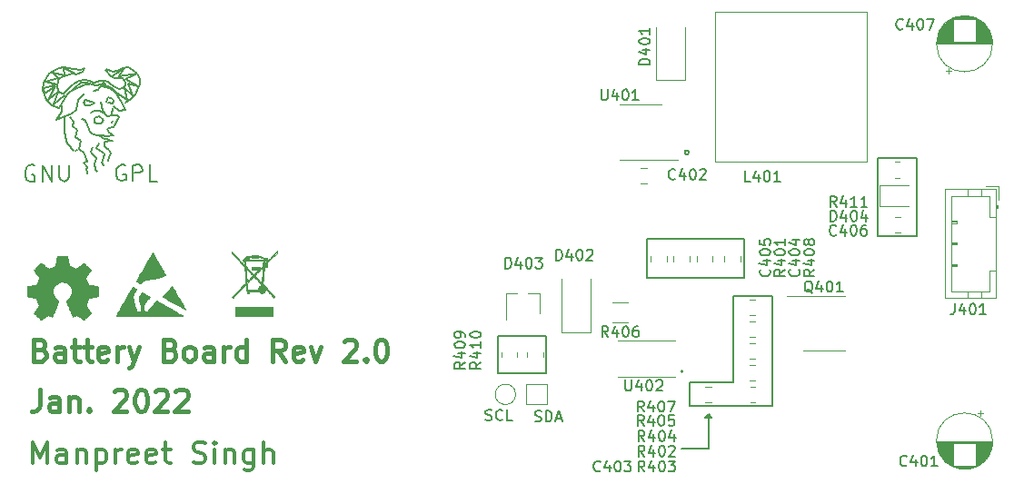
<source format=gbr>
G04 #@! TF.GenerationSoftware,KiCad,Pcbnew,(6.0.0)*
G04 #@! TF.CreationDate,2022-01-15T11:07:55-08:00*
G04 #@! TF.ProjectId,5V Buck Converter,35562042-7563-46b2-9043-6f6e76657274,rev?*
G04 #@! TF.SameCoordinates,Original*
G04 #@! TF.FileFunction,Legend,Top*
G04 #@! TF.FilePolarity,Positive*
%FSLAX46Y46*%
G04 Gerber Fmt 4.6, Leading zero omitted, Abs format (unit mm)*
G04 Created by KiCad (PCBNEW (6.0.0)) date 2022-01-15 11:07:55*
%MOMM*%
%LPD*%
G01*
G04 APERTURE LIST*
%ADD10C,0.153000*%
%ADD11C,0.400000*%
%ADD12C,0.300000*%
%ADD13C,0.150000*%
%ADD14C,0.120000*%
%ADD15C,0.010000*%
G04 APERTURE END LIST*
D10*
X74218800Y-69189600D02*
X83312000Y-69189600D01*
X83312000Y-69189600D02*
X83312000Y-72847200D01*
X83312000Y-72847200D02*
X74218800Y-72847200D01*
X74218800Y-72847200D02*
X74218800Y-69189600D01*
X79959200Y-85547200D02*
X79654400Y-85852000D01*
X79959200Y-88747600D02*
X79959200Y-85547200D01*
X77419200Y-88747600D02*
X79959200Y-88747600D01*
X60350400Y-81737200D02*
X64871600Y-81737200D01*
X64871600Y-81737200D02*
X64871600Y-78206600D01*
X64871600Y-78206600D02*
X60350400Y-78206600D01*
X60350400Y-78206600D02*
X60350400Y-81737200D01*
X95732600Y-68935600D02*
X99364800Y-68935600D01*
X99364800Y-68935600D02*
X99364800Y-61671200D01*
X99364800Y-61671200D02*
X95732600Y-61671200D01*
X95732600Y-61671200D02*
X95732600Y-68935600D01*
X79959200Y-85547200D02*
X80264000Y-85852000D01*
X80264000Y-85852000D02*
X79654400Y-85852000D01*
X85902800Y-84785200D02*
X78181200Y-84785200D01*
X78181200Y-84785200D02*
X78181200Y-82550000D01*
X78181200Y-82550000D02*
X82245200Y-82550000D01*
X82245200Y-82550000D02*
X82245200Y-74472800D01*
X82245200Y-74472800D02*
X85902800Y-74472800D01*
X85902800Y-74472800D02*
X85902800Y-84785200D01*
X78150980Y-61112400D02*
G75*
G03*
X78150980Y-61112400I-198380J0D01*
G01*
D11*
X17760457Y-79511542D02*
X18046171Y-79606780D01*
X18141409Y-79702019D01*
X18236647Y-79892495D01*
X18236647Y-80178209D01*
X18141409Y-80368685D01*
X18046171Y-80463923D01*
X17855695Y-80559161D01*
X17093790Y-80559161D01*
X17093790Y-78559161D01*
X17760457Y-78559161D01*
X17950933Y-78654400D01*
X18046171Y-78749638D01*
X18141409Y-78940114D01*
X18141409Y-79130590D01*
X18046171Y-79321066D01*
X17950933Y-79416304D01*
X17760457Y-79511542D01*
X17093790Y-79511542D01*
X19950933Y-80559161D02*
X19950933Y-79511542D01*
X19855695Y-79321066D01*
X19665219Y-79225828D01*
X19284266Y-79225828D01*
X19093790Y-79321066D01*
X19950933Y-80463923D02*
X19760457Y-80559161D01*
X19284266Y-80559161D01*
X19093790Y-80463923D01*
X18998552Y-80273447D01*
X18998552Y-80082971D01*
X19093790Y-79892495D01*
X19284266Y-79797257D01*
X19760457Y-79797257D01*
X19950933Y-79702019D01*
X20617600Y-79225828D02*
X21379504Y-79225828D01*
X20903314Y-78559161D02*
X20903314Y-80273447D01*
X20998552Y-80463923D01*
X21189028Y-80559161D01*
X21379504Y-80559161D01*
X21760457Y-79225828D02*
X22522361Y-79225828D01*
X22046171Y-78559161D02*
X22046171Y-80273447D01*
X22141409Y-80463923D01*
X22331885Y-80559161D01*
X22522361Y-80559161D01*
X23950933Y-80463923D02*
X23760457Y-80559161D01*
X23379504Y-80559161D01*
X23189028Y-80463923D01*
X23093790Y-80273447D01*
X23093790Y-79511542D01*
X23189028Y-79321066D01*
X23379504Y-79225828D01*
X23760457Y-79225828D01*
X23950933Y-79321066D01*
X24046171Y-79511542D01*
X24046171Y-79702019D01*
X23093790Y-79892495D01*
X24903314Y-80559161D02*
X24903314Y-79225828D01*
X24903314Y-79606780D02*
X24998552Y-79416304D01*
X25093790Y-79321066D01*
X25284266Y-79225828D01*
X25474742Y-79225828D01*
X25950933Y-79225828D02*
X26427123Y-80559161D01*
X26903314Y-79225828D02*
X26427123Y-80559161D01*
X26236647Y-81035352D01*
X26141409Y-81130590D01*
X25950933Y-81225828D01*
X29855695Y-79511542D02*
X30141409Y-79606780D01*
X30236647Y-79702019D01*
X30331885Y-79892495D01*
X30331885Y-80178209D01*
X30236647Y-80368685D01*
X30141409Y-80463923D01*
X29950933Y-80559161D01*
X29189028Y-80559161D01*
X29189028Y-78559161D01*
X29855695Y-78559161D01*
X30046171Y-78654400D01*
X30141409Y-78749638D01*
X30236647Y-78940114D01*
X30236647Y-79130590D01*
X30141409Y-79321066D01*
X30046171Y-79416304D01*
X29855695Y-79511542D01*
X29189028Y-79511542D01*
X31474742Y-80559161D02*
X31284266Y-80463923D01*
X31189028Y-80368685D01*
X31093790Y-80178209D01*
X31093790Y-79606780D01*
X31189028Y-79416304D01*
X31284266Y-79321066D01*
X31474742Y-79225828D01*
X31760457Y-79225828D01*
X31950933Y-79321066D01*
X32046171Y-79416304D01*
X32141409Y-79606780D01*
X32141409Y-80178209D01*
X32046171Y-80368685D01*
X31950933Y-80463923D01*
X31760457Y-80559161D01*
X31474742Y-80559161D01*
X33855695Y-80559161D02*
X33855695Y-79511542D01*
X33760457Y-79321066D01*
X33569980Y-79225828D01*
X33189028Y-79225828D01*
X32998552Y-79321066D01*
X33855695Y-80463923D02*
X33665219Y-80559161D01*
X33189028Y-80559161D01*
X32998552Y-80463923D01*
X32903314Y-80273447D01*
X32903314Y-80082971D01*
X32998552Y-79892495D01*
X33189028Y-79797257D01*
X33665219Y-79797257D01*
X33855695Y-79702019D01*
X34808076Y-80559161D02*
X34808076Y-79225828D01*
X34808076Y-79606780D02*
X34903314Y-79416304D01*
X34998552Y-79321066D01*
X35189028Y-79225828D01*
X35379504Y-79225828D01*
X36903314Y-80559161D02*
X36903314Y-78559161D01*
X36903314Y-80463923D02*
X36712838Y-80559161D01*
X36331885Y-80559161D01*
X36141409Y-80463923D01*
X36046171Y-80368685D01*
X35950933Y-80178209D01*
X35950933Y-79606780D01*
X36046171Y-79416304D01*
X36141409Y-79321066D01*
X36331885Y-79225828D01*
X36712838Y-79225828D01*
X36903314Y-79321066D01*
X40522361Y-80559161D02*
X39855695Y-79606780D01*
X39379504Y-80559161D02*
X39379504Y-78559161D01*
X40141409Y-78559161D01*
X40331885Y-78654400D01*
X40427123Y-78749638D01*
X40522361Y-78940114D01*
X40522361Y-79225828D01*
X40427123Y-79416304D01*
X40331885Y-79511542D01*
X40141409Y-79606780D01*
X39379504Y-79606780D01*
X42141409Y-80463923D02*
X41950933Y-80559161D01*
X41569980Y-80559161D01*
X41379504Y-80463923D01*
X41284266Y-80273447D01*
X41284266Y-79511542D01*
X41379504Y-79321066D01*
X41569980Y-79225828D01*
X41950933Y-79225828D01*
X42141409Y-79321066D01*
X42236647Y-79511542D01*
X42236647Y-79702019D01*
X41284266Y-79892495D01*
X42903314Y-79225828D02*
X43379504Y-80559161D01*
X43855695Y-79225828D01*
X46046171Y-78749638D02*
X46141409Y-78654400D01*
X46331885Y-78559161D01*
X46808076Y-78559161D01*
X46998552Y-78654400D01*
X47093790Y-78749638D01*
X47189028Y-78940114D01*
X47189028Y-79130590D01*
X47093790Y-79416304D01*
X45950933Y-80559161D01*
X47189028Y-80559161D01*
X48046171Y-80368685D02*
X48141409Y-80463923D01*
X48046171Y-80559161D01*
X47950933Y-80463923D01*
X48046171Y-80368685D01*
X48046171Y-80559161D01*
X49379504Y-78559161D02*
X49569980Y-78559161D01*
X49760457Y-78654400D01*
X49855695Y-78749638D01*
X49950933Y-78940114D01*
X50046171Y-79321066D01*
X50046171Y-79797257D01*
X49950933Y-80178209D01*
X49855695Y-80368685D01*
X49760457Y-80463923D01*
X49569980Y-80559161D01*
X49379504Y-80559161D01*
X49189028Y-80463923D01*
X49093790Y-80368685D01*
X48998552Y-80178209D01*
X48903314Y-79797257D01*
X48903314Y-79321066D01*
X48998552Y-78940114D01*
X49093790Y-78749638D01*
X49189028Y-78654400D01*
X49379504Y-78559161D01*
X17665219Y-83232761D02*
X17665219Y-84661333D01*
X17569980Y-84947047D01*
X17379504Y-85137523D01*
X17093790Y-85232761D01*
X16903314Y-85232761D01*
X19474742Y-85232761D02*
X19474742Y-84185142D01*
X19379504Y-83994666D01*
X19189028Y-83899428D01*
X18808076Y-83899428D01*
X18617600Y-83994666D01*
X19474742Y-85137523D02*
X19284266Y-85232761D01*
X18808076Y-85232761D01*
X18617600Y-85137523D01*
X18522361Y-84947047D01*
X18522361Y-84756571D01*
X18617600Y-84566095D01*
X18808076Y-84470857D01*
X19284266Y-84470857D01*
X19474742Y-84375619D01*
X20427123Y-83899428D02*
X20427123Y-85232761D01*
X20427123Y-84089904D02*
X20522361Y-83994666D01*
X20712838Y-83899428D01*
X20998552Y-83899428D01*
X21189028Y-83994666D01*
X21284266Y-84185142D01*
X21284266Y-85232761D01*
X22236647Y-85042285D02*
X22331885Y-85137523D01*
X22236647Y-85232761D01*
X22141409Y-85137523D01*
X22236647Y-85042285D01*
X22236647Y-85232761D01*
X24617600Y-83423238D02*
X24712838Y-83328000D01*
X24903314Y-83232761D01*
X25379504Y-83232761D01*
X25569980Y-83328000D01*
X25665219Y-83423238D01*
X25760457Y-83613714D01*
X25760457Y-83804190D01*
X25665219Y-84089904D01*
X24522361Y-85232761D01*
X25760457Y-85232761D01*
X26998552Y-83232761D02*
X27189028Y-83232761D01*
X27379504Y-83328000D01*
X27474742Y-83423238D01*
X27569980Y-83613714D01*
X27665219Y-83994666D01*
X27665219Y-84470857D01*
X27569980Y-84851809D01*
X27474742Y-85042285D01*
X27379504Y-85137523D01*
X27189028Y-85232761D01*
X26998552Y-85232761D01*
X26808076Y-85137523D01*
X26712838Y-85042285D01*
X26617600Y-84851809D01*
X26522361Y-84470857D01*
X26522361Y-83994666D01*
X26617600Y-83613714D01*
X26712838Y-83423238D01*
X26808076Y-83328000D01*
X26998552Y-83232761D01*
X28427123Y-83423238D02*
X28522361Y-83328000D01*
X28712838Y-83232761D01*
X29189028Y-83232761D01*
X29379504Y-83328000D01*
X29474742Y-83423238D01*
X29569980Y-83613714D01*
X29569980Y-83804190D01*
X29474742Y-84089904D01*
X28331885Y-85232761D01*
X29569980Y-85232761D01*
X30331885Y-83423238D02*
X30427123Y-83328000D01*
X30617600Y-83232761D01*
X31093790Y-83232761D01*
X31284266Y-83328000D01*
X31379504Y-83423238D01*
X31474742Y-83613714D01*
X31474742Y-83804190D01*
X31379504Y-84089904D01*
X30236647Y-85232761D01*
X31474742Y-85232761D01*
D12*
X17028790Y-90109561D02*
X17028790Y-88109561D01*
X17695457Y-89538133D01*
X18362123Y-88109561D01*
X18362123Y-90109561D01*
X20171647Y-90109561D02*
X20171647Y-89061942D01*
X20076409Y-88871466D01*
X19885933Y-88776228D01*
X19504980Y-88776228D01*
X19314504Y-88871466D01*
X20171647Y-90014323D02*
X19981171Y-90109561D01*
X19504980Y-90109561D01*
X19314504Y-90014323D01*
X19219266Y-89823847D01*
X19219266Y-89633371D01*
X19314504Y-89442895D01*
X19504980Y-89347657D01*
X19981171Y-89347657D01*
X20171647Y-89252419D01*
X21124028Y-88776228D02*
X21124028Y-90109561D01*
X21124028Y-88966704D02*
X21219266Y-88871466D01*
X21409742Y-88776228D01*
X21695457Y-88776228D01*
X21885933Y-88871466D01*
X21981171Y-89061942D01*
X21981171Y-90109561D01*
X22933552Y-88776228D02*
X22933552Y-90776228D01*
X22933552Y-88871466D02*
X23124028Y-88776228D01*
X23504980Y-88776228D01*
X23695457Y-88871466D01*
X23790695Y-88966704D01*
X23885933Y-89157180D01*
X23885933Y-89728609D01*
X23790695Y-89919085D01*
X23695457Y-90014323D01*
X23504980Y-90109561D01*
X23124028Y-90109561D01*
X22933552Y-90014323D01*
X24743076Y-90109561D02*
X24743076Y-88776228D01*
X24743076Y-89157180D02*
X24838314Y-88966704D01*
X24933552Y-88871466D01*
X25124028Y-88776228D01*
X25314504Y-88776228D01*
X26743076Y-90014323D02*
X26552600Y-90109561D01*
X26171647Y-90109561D01*
X25981171Y-90014323D01*
X25885933Y-89823847D01*
X25885933Y-89061942D01*
X25981171Y-88871466D01*
X26171647Y-88776228D01*
X26552600Y-88776228D01*
X26743076Y-88871466D01*
X26838314Y-89061942D01*
X26838314Y-89252419D01*
X25885933Y-89442895D01*
X28457361Y-90014323D02*
X28266885Y-90109561D01*
X27885933Y-90109561D01*
X27695457Y-90014323D01*
X27600219Y-89823847D01*
X27600219Y-89061942D01*
X27695457Y-88871466D01*
X27885933Y-88776228D01*
X28266885Y-88776228D01*
X28457361Y-88871466D01*
X28552600Y-89061942D01*
X28552600Y-89252419D01*
X27600219Y-89442895D01*
X29124028Y-88776228D02*
X29885933Y-88776228D01*
X29409742Y-88109561D02*
X29409742Y-89823847D01*
X29504980Y-90014323D01*
X29695457Y-90109561D01*
X29885933Y-90109561D01*
X31981171Y-90014323D02*
X32266885Y-90109561D01*
X32743076Y-90109561D01*
X32933552Y-90014323D01*
X33028790Y-89919085D01*
X33124028Y-89728609D01*
X33124028Y-89538133D01*
X33028790Y-89347657D01*
X32933552Y-89252419D01*
X32743076Y-89157180D01*
X32362123Y-89061942D01*
X32171647Y-88966704D01*
X32076409Y-88871466D01*
X31981171Y-88680990D01*
X31981171Y-88490514D01*
X32076409Y-88300038D01*
X32171647Y-88204800D01*
X32362123Y-88109561D01*
X32838314Y-88109561D01*
X33124028Y-88204800D01*
X33981171Y-90109561D02*
X33981171Y-88776228D01*
X33981171Y-88109561D02*
X33885933Y-88204800D01*
X33981171Y-88300038D01*
X34076409Y-88204800D01*
X33981171Y-88109561D01*
X33981171Y-88300038D01*
X34933552Y-88776228D02*
X34933552Y-90109561D01*
X34933552Y-88966704D02*
X35028790Y-88871466D01*
X35219266Y-88776228D01*
X35504980Y-88776228D01*
X35695457Y-88871466D01*
X35790695Y-89061942D01*
X35790695Y-90109561D01*
X37600219Y-88776228D02*
X37600219Y-90395276D01*
X37504980Y-90585752D01*
X37409742Y-90680990D01*
X37219266Y-90776228D01*
X36933552Y-90776228D01*
X36743076Y-90680990D01*
X37600219Y-90014323D02*
X37409742Y-90109561D01*
X37028790Y-90109561D01*
X36838314Y-90014323D01*
X36743076Y-89919085D01*
X36647838Y-89728609D01*
X36647838Y-89157180D01*
X36743076Y-88966704D01*
X36838314Y-88871466D01*
X37028790Y-88776228D01*
X37409742Y-88776228D01*
X37600219Y-88871466D01*
X38552600Y-90109561D02*
X38552600Y-88109561D01*
X39409742Y-90109561D02*
X39409742Y-89061942D01*
X39314504Y-88871466D01*
X39124028Y-88776228D01*
X38838314Y-88776228D01*
X38647838Y-88871466D01*
X38552600Y-88966704D01*
D13*
X102917785Y-75207880D02*
X102917785Y-75922166D01*
X102870166Y-76065023D01*
X102774928Y-76160261D01*
X102632071Y-76207880D01*
X102536833Y-76207880D01*
X103822547Y-75541214D02*
X103822547Y-76207880D01*
X103584452Y-75160261D02*
X103346357Y-75874547D01*
X103965404Y-75874547D01*
X104536833Y-75207880D02*
X104632071Y-75207880D01*
X104727309Y-75255500D01*
X104774928Y-75303119D01*
X104822547Y-75398357D01*
X104870166Y-75588833D01*
X104870166Y-75826928D01*
X104822547Y-76017404D01*
X104774928Y-76112642D01*
X104727309Y-76160261D01*
X104632071Y-76207880D01*
X104536833Y-76207880D01*
X104441595Y-76160261D01*
X104393976Y-76112642D01*
X104346357Y-76017404D01*
X104298738Y-75826928D01*
X104298738Y-75588833D01*
X104346357Y-75398357D01*
X104393976Y-75303119D01*
X104441595Y-75255500D01*
X104536833Y-75207880D01*
X105822547Y-76207880D02*
X105251119Y-76207880D01*
X105536833Y-76207880D02*
X105536833Y-75207880D01*
X105441595Y-75350738D01*
X105346357Y-75445976D01*
X105251119Y-75493595D01*
X91883052Y-68784742D02*
X91835433Y-68832361D01*
X91692576Y-68879980D01*
X91597338Y-68879980D01*
X91454480Y-68832361D01*
X91359242Y-68737123D01*
X91311623Y-68641885D01*
X91264004Y-68451409D01*
X91264004Y-68308552D01*
X91311623Y-68118076D01*
X91359242Y-68022838D01*
X91454480Y-67927600D01*
X91597338Y-67879980D01*
X91692576Y-67879980D01*
X91835433Y-67927600D01*
X91883052Y-67975219D01*
X92740195Y-68213314D02*
X92740195Y-68879980D01*
X92502100Y-67832361D02*
X92264004Y-68546647D01*
X92883052Y-68546647D01*
X93454480Y-67879980D02*
X93549719Y-67879980D01*
X93644957Y-67927600D01*
X93692576Y-67975219D01*
X93740195Y-68070457D01*
X93787814Y-68260933D01*
X93787814Y-68499028D01*
X93740195Y-68689504D01*
X93692576Y-68784742D01*
X93644957Y-68832361D01*
X93549719Y-68879980D01*
X93454480Y-68879980D01*
X93359242Y-68832361D01*
X93311623Y-68784742D01*
X93264004Y-68689504D01*
X93216385Y-68499028D01*
X93216385Y-68260933D01*
X93264004Y-68070457D01*
X93311623Y-67975219D01*
X93359242Y-67927600D01*
X93454480Y-67879980D01*
X94644957Y-67879980D02*
X94454480Y-67879980D01*
X94359242Y-67927600D01*
X94311623Y-67975219D01*
X94216385Y-68118076D01*
X94168766Y-68308552D01*
X94168766Y-68689504D01*
X94216385Y-68784742D01*
X94264004Y-68832361D01*
X94359242Y-68879980D01*
X94549719Y-68879980D01*
X94644957Y-68832361D01*
X94692576Y-68784742D01*
X94740195Y-68689504D01*
X94740195Y-68451409D01*
X94692576Y-68356171D01*
X94644957Y-68308552D01*
X94549719Y-68260933D01*
X94359242Y-68260933D01*
X94264004Y-68308552D01*
X94216385Y-68356171D01*
X94168766Y-68451409D01*
X74518780Y-52947676D02*
X73518780Y-52947676D01*
X73518780Y-52709580D01*
X73566400Y-52566723D01*
X73661638Y-52471485D01*
X73756876Y-52423866D01*
X73947352Y-52376247D01*
X74090209Y-52376247D01*
X74280685Y-52423866D01*
X74375923Y-52471485D01*
X74471161Y-52566723D01*
X74518780Y-52709580D01*
X74518780Y-52947676D01*
X73852114Y-51519104D02*
X74518780Y-51519104D01*
X73471161Y-51757200D02*
X74185447Y-51995295D01*
X74185447Y-51376247D01*
X73518780Y-50804819D02*
X73518780Y-50709580D01*
X73566400Y-50614342D01*
X73614019Y-50566723D01*
X73709257Y-50519104D01*
X73899733Y-50471485D01*
X74137828Y-50471485D01*
X74328304Y-50519104D01*
X74423542Y-50566723D01*
X74471161Y-50614342D01*
X74518780Y-50709580D01*
X74518780Y-50804819D01*
X74471161Y-50900057D01*
X74423542Y-50947676D01*
X74328304Y-50995295D01*
X74137828Y-51042914D01*
X73899733Y-51042914D01*
X73709257Y-50995295D01*
X73614019Y-50947676D01*
X73566400Y-50900057D01*
X73518780Y-50804819D01*
X74518780Y-49519104D02*
X74518780Y-50090533D01*
X74518780Y-49804819D02*
X73518780Y-49804819D01*
X73661638Y-49900057D01*
X73756876Y-49995295D01*
X73804495Y-50090533D01*
X91337023Y-67533780D02*
X91337023Y-66533780D01*
X91575119Y-66533780D01*
X91717976Y-66581400D01*
X91813214Y-66676638D01*
X91860833Y-66771876D01*
X91908452Y-66962352D01*
X91908452Y-67105209D01*
X91860833Y-67295685D01*
X91813214Y-67390923D01*
X91717976Y-67486161D01*
X91575119Y-67533780D01*
X91337023Y-67533780D01*
X92765595Y-66867114D02*
X92765595Y-67533780D01*
X92527500Y-66486161D02*
X92289404Y-67200447D01*
X92908452Y-67200447D01*
X93479880Y-66533780D02*
X93575119Y-66533780D01*
X93670357Y-66581400D01*
X93717976Y-66629019D01*
X93765595Y-66724257D01*
X93813214Y-66914733D01*
X93813214Y-67152828D01*
X93765595Y-67343304D01*
X93717976Y-67438542D01*
X93670357Y-67486161D01*
X93575119Y-67533780D01*
X93479880Y-67533780D01*
X93384642Y-67486161D01*
X93337023Y-67438542D01*
X93289404Y-67343304D01*
X93241785Y-67152828D01*
X93241785Y-66914733D01*
X93289404Y-66724257D01*
X93337023Y-66629019D01*
X93384642Y-66581400D01*
X93479880Y-66533780D01*
X94670357Y-66867114D02*
X94670357Y-67533780D01*
X94432261Y-66486161D02*
X94194166Y-67200447D01*
X94813214Y-67200447D01*
X83894752Y-63825380D02*
X83418561Y-63825380D01*
X83418561Y-62825380D01*
X84656657Y-63158714D02*
X84656657Y-63825380D01*
X84418561Y-62777761D02*
X84180466Y-63492047D01*
X84799514Y-63492047D01*
X85370942Y-62825380D02*
X85466180Y-62825380D01*
X85561419Y-62873000D01*
X85609038Y-62920619D01*
X85656657Y-63015857D01*
X85704276Y-63206333D01*
X85704276Y-63444428D01*
X85656657Y-63634904D01*
X85609038Y-63730142D01*
X85561419Y-63777761D01*
X85466180Y-63825380D01*
X85370942Y-63825380D01*
X85275704Y-63777761D01*
X85228085Y-63730142D01*
X85180466Y-63634904D01*
X85132847Y-63444428D01*
X85132847Y-63206333D01*
X85180466Y-63015857D01*
X85228085Y-62920619D01*
X85275704Y-62873000D01*
X85370942Y-62825380D01*
X86656657Y-63825380D02*
X86085228Y-63825380D01*
X86370942Y-63825380D02*
X86370942Y-62825380D01*
X86275704Y-62968238D01*
X86180466Y-63063476D01*
X86085228Y-63111095D01*
X91895752Y-66187580D02*
X91562419Y-65711390D01*
X91324323Y-66187580D02*
X91324323Y-65187580D01*
X91705276Y-65187580D01*
X91800514Y-65235200D01*
X91848133Y-65282819D01*
X91895752Y-65378057D01*
X91895752Y-65520914D01*
X91848133Y-65616152D01*
X91800514Y-65663771D01*
X91705276Y-65711390D01*
X91324323Y-65711390D01*
X92752895Y-65520914D02*
X92752895Y-66187580D01*
X92514800Y-65139961D02*
X92276704Y-65854247D01*
X92895752Y-65854247D01*
X93800514Y-66187580D02*
X93229085Y-66187580D01*
X93514800Y-66187580D02*
X93514800Y-65187580D01*
X93419561Y-65330438D01*
X93324323Y-65425676D01*
X93229085Y-65473295D01*
X94752895Y-66187580D02*
X94181466Y-66187580D01*
X94467180Y-66187580D02*
X94467180Y-65187580D01*
X94371942Y-65330438D01*
X94276704Y-65425676D01*
X94181466Y-65473295D01*
X69989914Y-55230780D02*
X69989914Y-56040304D01*
X70037533Y-56135542D01*
X70085152Y-56183161D01*
X70180390Y-56230780D01*
X70370866Y-56230780D01*
X70466104Y-56183161D01*
X70513723Y-56135542D01*
X70561342Y-56040304D01*
X70561342Y-55230780D01*
X71466104Y-55564114D02*
X71466104Y-56230780D01*
X71228009Y-55183161D02*
X70989914Y-55897447D01*
X71608961Y-55897447D01*
X72180390Y-55230780D02*
X72275628Y-55230780D01*
X72370866Y-55278400D01*
X72418485Y-55326019D01*
X72466104Y-55421257D01*
X72513723Y-55611733D01*
X72513723Y-55849828D01*
X72466104Y-56040304D01*
X72418485Y-56135542D01*
X72370866Y-56183161D01*
X72275628Y-56230780D01*
X72180390Y-56230780D01*
X72085152Y-56183161D01*
X72037533Y-56135542D01*
X71989914Y-56040304D01*
X71942295Y-55849828D01*
X71942295Y-55611733D01*
X71989914Y-55421257D01*
X72037533Y-55326019D01*
X72085152Y-55278400D01*
X72180390Y-55230780D01*
X73466104Y-56230780D02*
X72894676Y-56230780D01*
X73180390Y-56230780D02*
X73180390Y-55230780D01*
X73085152Y-55373638D01*
X72989914Y-55468876D01*
X72894676Y-55516495D01*
X76884352Y-63552342D02*
X76836733Y-63599961D01*
X76693876Y-63647580D01*
X76598638Y-63647580D01*
X76455780Y-63599961D01*
X76360542Y-63504723D01*
X76312923Y-63409485D01*
X76265304Y-63219009D01*
X76265304Y-63076152D01*
X76312923Y-62885676D01*
X76360542Y-62790438D01*
X76455780Y-62695200D01*
X76598638Y-62647580D01*
X76693876Y-62647580D01*
X76836733Y-62695200D01*
X76884352Y-62742819D01*
X77741495Y-62980914D02*
X77741495Y-63647580D01*
X77503400Y-62599961D02*
X77265304Y-63314247D01*
X77884352Y-63314247D01*
X78455780Y-62647580D02*
X78551019Y-62647580D01*
X78646257Y-62695200D01*
X78693876Y-62742819D01*
X78741495Y-62838057D01*
X78789114Y-63028533D01*
X78789114Y-63266628D01*
X78741495Y-63457104D01*
X78693876Y-63552342D01*
X78646257Y-63599961D01*
X78551019Y-63647580D01*
X78455780Y-63647580D01*
X78360542Y-63599961D01*
X78312923Y-63552342D01*
X78265304Y-63457104D01*
X78217685Y-63266628D01*
X78217685Y-63028533D01*
X78265304Y-62838057D01*
X78312923Y-62742819D01*
X78360542Y-62695200D01*
X78455780Y-62647580D01*
X79170066Y-62742819D02*
X79217685Y-62695200D01*
X79312923Y-62647580D01*
X79551019Y-62647580D01*
X79646257Y-62695200D01*
X79693876Y-62742819D01*
X79741495Y-62838057D01*
X79741495Y-62933295D01*
X79693876Y-63076152D01*
X79122447Y-63647580D01*
X79741495Y-63647580D01*
X98448952Y-90273142D02*
X98401333Y-90320761D01*
X98258476Y-90368380D01*
X98163238Y-90368380D01*
X98020380Y-90320761D01*
X97925142Y-90225523D01*
X97877523Y-90130285D01*
X97829904Y-89939809D01*
X97829904Y-89796952D01*
X97877523Y-89606476D01*
X97925142Y-89511238D01*
X98020380Y-89416000D01*
X98163238Y-89368380D01*
X98258476Y-89368380D01*
X98401333Y-89416000D01*
X98448952Y-89463619D01*
X99306095Y-89701714D02*
X99306095Y-90368380D01*
X99068000Y-89320761D02*
X98829904Y-90035047D01*
X99448952Y-90035047D01*
X100020380Y-89368380D02*
X100115619Y-89368380D01*
X100210857Y-89416000D01*
X100258476Y-89463619D01*
X100306095Y-89558857D01*
X100353714Y-89749333D01*
X100353714Y-89987428D01*
X100306095Y-90177904D01*
X100258476Y-90273142D01*
X100210857Y-90320761D01*
X100115619Y-90368380D01*
X100020380Y-90368380D01*
X99925142Y-90320761D01*
X99877523Y-90273142D01*
X99829904Y-90177904D01*
X99782285Y-89987428D01*
X99782285Y-89749333D01*
X99829904Y-89558857D01*
X99877523Y-89463619D01*
X99925142Y-89416000D01*
X100020380Y-89368380D01*
X101306095Y-90368380D02*
X100734666Y-90368380D01*
X101020380Y-90368380D02*
X101020380Y-89368380D01*
X100925142Y-89511238D01*
X100829904Y-89606476D01*
X100734666Y-89654095D01*
X98093352Y-49556942D02*
X98045733Y-49604561D01*
X97902876Y-49652180D01*
X97807638Y-49652180D01*
X97664780Y-49604561D01*
X97569542Y-49509323D01*
X97521923Y-49414085D01*
X97474304Y-49223609D01*
X97474304Y-49080752D01*
X97521923Y-48890276D01*
X97569542Y-48795038D01*
X97664780Y-48699800D01*
X97807638Y-48652180D01*
X97902876Y-48652180D01*
X98045733Y-48699800D01*
X98093352Y-48747419D01*
X98950495Y-48985514D02*
X98950495Y-49652180D01*
X98712400Y-48604561D02*
X98474304Y-49318847D01*
X99093352Y-49318847D01*
X99664780Y-48652180D02*
X99760019Y-48652180D01*
X99855257Y-48699800D01*
X99902876Y-48747419D01*
X99950495Y-48842657D01*
X99998114Y-49033133D01*
X99998114Y-49271228D01*
X99950495Y-49461704D01*
X99902876Y-49556942D01*
X99855257Y-49604561D01*
X99760019Y-49652180D01*
X99664780Y-49652180D01*
X99569542Y-49604561D01*
X99521923Y-49556942D01*
X99474304Y-49461704D01*
X99426685Y-49271228D01*
X99426685Y-49033133D01*
X99474304Y-48842657D01*
X99521923Y-48747419D01*
X99569542Y-48699800D01*
X99664780Y-48652180D01*
X100331447Y-48652180D02*
X100998114Y-48652180D01*
X100569542Y-49652180D01*
X69899352Y-90781142D02*
X69851733Y-90828761D01*
X69708876Y-90876380D01*
X69613638Y-90876380D01*
X69470780Y-90828761D01*
X69375542Y-90733523D01*
X69327923Y-90638285D01*
X69280304Y-90447809D01*
X69280304Y-90304952D01*
X69327923Y-90114476D01*
X69375542Y-90019238D01*
X69470780Y-89924000D01*
X69613638Y-89876380D01*
X69708876Y-89876380D01*
X69851733Y-89924000D01*
X69899352Y-89971619D01*
X70756495Y-90209714D02*
X70756495Y-90876380D01*
X70518400Y-89828761D02*
X70280304Y-90543047D01*
X70899352Y-90543047D01*
X71470780Y-89876380D02*
X71566019Y-89876380D01*
X71661257Y-89924000D01*
X71708876Y-89971619D01*
X71756495Y-90066857D01*
X71804114Y-90257333D01*
X71804114Y-90495428D01*
X71756495Y-90685904D01*
X71708876Y-90781142D01*
X71661257Y-90828761D01*
X71566019Y-90876380D01*
X71470780Y-90876380D01*
X71375542Y-90828761D01*
X71327923Y-90781142D01*
X71280304Y-90685904D01*
X71232685Y-90495428D01*
X71232685Y-90257333D01*
X71280304Y-90066857D01*
X71327923Y-89971619D01*
X71375542Y-89924000D01*
X71470780Y-89876380D01*
X72137447Y-89876380D02*
X72756495Y-89876380D01*
X72423161Y-90257333D01*
X72566019Y-90257333D01*
X72661257Y-90304952D01*
X72708876Y-90352571D01*
X72756495Y-90447809D01*
X72756495Y-90685904D01*
X72708876Y-90781142D01*
X72661257Y-90828761D01*
X72566019Y-90876380D01*
X72280304Y-90876380D01*
X72185066Y-90828761D01*
X72137447Y-90781142D01*
X89681180Y-74211219D02*
X89585942Y-74163600D01*
X89490704Y-74068361D01*
X89347847Y-73925504D01*
X89252609Y-73877885D01*
X89157371Y-73877885D01*
X89204990Y-74115980D02*
X89109752Y-74068361D01*
X89014514Y-73973123D01*
X88966895Y-73782647D01*
X88966895Y-73449314D01*
X89014514Y-73258838D01*
X89109752Y-73163600D01*
X89204990Y-73115980D01*
X89395466Y-73115980D01*
X89490704Y-73163600D01*
X89585942Y-73258838D01*
X89633561Y-73449314D01*
X89633561Y-73782647D01*
X89585942Y-73973123D01*
X89490704Y-74068361D01*
X89395466Y-74115980D01*
X89204990Y-74115980D01*
X90490704Y-73449314D02*
X90490704Y-74115980D01*
X90252609Y-73068361D02*
X90014514Y-73782647D01*
X90633561Y-73782647D01*
X91204990Y-73115980D02*
X91300228Y-73115980D01*
X91395466Y-73163600D01*
X91443085Y-73211219D01*
X91490704Y-73306457D01*
X91538323Y-73496933D01*
X91538323Y-73735028D01*
X91490704Y-73925504D01*
X91443085Y-74020742D01*
X91395466Y-74068361D01*
X91300228Y-74115980D01*
X91204990Y-74115980D01*
X91109752Y-74068361D01*
X91062133Y-74020742D01*
X91014514Y-73925504D01*
X90966895Y-73735028D01*
X90966895Y-73496933D01*
X91014514Y-73306457D01*
X91062133Y-73211219D01*
X91109752Y-73163600D01*
X91204990Y-73115980D01*
X92490704Y-74115980D02*
X91919276Y-74115980D01*
X92204990Y-74115980D02*
X92204990Y-73115980D01*
X92109752Y-73258838D01*
X92014514Y-73354076D01*
X91919276Y-73401695D01*
X88393542Y-72035847D02*
X88441161Y-72083466D01*
X88488780Y-72226323D01*
X88488780Y-72321561D01*
X88441161Y-72464419D01*
X88345923Y-72559657D01*
X88250685Y-72607276D01*
X88060209Y-72654895D01*
X87917352Y-72654895D01*
X87726876Y-72607276D01*
X87631638Y-72559657D01*
X87536400Y-72464419D01*
X87488780Y-72321561D01*
X87488780Y-72226323D01*
X87536400Y-72083466D01*
X87584019Y-72035847D01*
X87822114Y-71178704D02*
X88488780Y-71178704D01*
X87441161Y-71416800D02*
X88155447Y-71654895D01*
X88155447Y-71035847D01*
X87488780Y-70464419D02*
X87488780Y-70369180D01*
X87536400Y-70273942D01*
X87584019Y-70226323D01*
X87679257Y-70178704D01*
X87869733Y-70131085D01*
X88107828Y-70131085D01*
X88298304Y-70178704D01*
X88393542Y-70226323D01*
X88441161Y-70273942D01*
X88488780Y-70369180D01*
X88488780Y-70464419D01*
X88441161Y-70559657D01*
X88393542Y-70607276D01*
X88298304Y-70654895D01*
X88107828Y-70702514D01*
X87869733Y-70702514D01*
X87679257Y-70654895D01*
X87584019Y-70607276D01*
X87536400Y-70559657D01*
X87488780Y-70464419D01*
X87822114Y-69273942D02*
X88488780Y-69273942D01*
X87441161Y-69512038D02*
X88155447Y-69750133D01*
X88155447Y-69131085D01*
X73963352Y-86609180D02*
X73630019Y-86132990D01*
X73391923Y-86609180D02*
X73391923Y-85609180D01*
X73772876Y-85609180D01*
X73868114Y-85656800D01*
X73915733Y-85704419D01*
X73963352Y-85799657D01*
X73963352Y-85942514D01*
X73915733Y-86037752D01*
X73868114Y-86085371D01*
X73772876Y-86132990D01*
X73391923Y-86132990D01*
X74820495Y-85942514D02*
X74820495Y-86609180D01*
X74582400Y-85561561D02*
X74344304Y-86275847D01*
X74963352Y-86275847D01*
X75534780Y-85609180D02*
X75630019Y-85609180D01*
X75725257Y-85656800D01*
X75772876Y-85704419D01*
X75820495Y-85799657D01*
X75868114Y-85990133D01*
X75868114Y-86228228D01*
X75820495Y-86418704D01*
X75772876Y-86513942D01*
X75725257Y-86561561D01*
X75630019Y-86609180D01*
X75534780Y-86609180D01*
X75439542Y-86561561D01*
X75391923Y-86513942D01*
X75344304Y-86418704D01*
X75296685Y-86228228D01*
X75296685Y-85990133D01*
X75344304Y-85799657D01*
X75391923Y-85704419D01*
X75439542Y-85656800D01*
X75534780Y-85609180D01*
X76772876Y-85609180D02*
X76296685Y-85609180D01*
X76249066Y-86085371D01*
X76296685Y-86037752D01*
X76391923Y-85990133D01*
X76630019Y-85990133D01*
X76725257Y-86037752D01*
X76772876Y-86085371D01*
X76820495Y-86180609D01*
X76820495Y-86418704D01*
X76772876Y-86513942D01*
X76725257Y-86561561D01*
X76630019Y-86609180D01*
X76391923Y-86609180D01*
X76296685Y-86561561D01*
X76249066Y-86513942D01*
X58770780Y-80671847D02*
X58294590Y-81005180D01*
X58770780Y-81243276D02*
X57770780Y-81243276D01*
X57770780Y-80862323D01*
X57818400Y-80767085D01*
X57866019Y-80719466D01*
X57961257Y-80671847D01*
X58104114Y-80671847D01*
X58199352Y-80719466D01*
X58246971Y-80767085D01*
X58294590Y-80862323D01*
X58294590Y-81243276D01*
X58104114Y-79814704D02*
X58770780Y-79814704D01*
X57723161Y-80052800D02*
X58437447Y-80290895D01*
X58437447Y-79671847D01*
X58770780Y-78767085D02*
X58770780Y-79338514D01*
X58770780Y-79052800D02*
X57770780Y-79052800D01*
X57913638Y-79148038D01*
X58008876Y-79243276D01*
X58056495Y-79338514D01*
X57770780Y-78148038D02*
X57770780Y-78052800D01*
X57818400Y-77957561D01*
X57866019Y-77909942D01*
X57961257Y-77862323D01*
X58151733Y-77814704D01*
X58389828Y-77814704D01*
X58580304Y-77862323D01*
X58675542Y-77909942D01*
X58723161Y-77957561D01*
X58770780Y-78052800D01*
X58770780Y-78148038D01*
X58723161Y-78243276D01*
X58675542Y-78290895D01*
X58580304Y-78338514D01*
X58389828Y-78386133D01*
X58151733Y-78386133D01*
X57961257Y-78338514D01*
X57866019Y-78290895D01*
X57818400Y-78243276D01*
X57770780Y-78148038D01*
X63809714Y-86155161D02*
X63952571Y-86202780D01*
X64190666Y-86202780D01*
X64285904Y-86155161D01*
X64333523Y-86107542D01*
X64381142Y-86012304D01*
X64381142Y-85917066D01*
X64333523Y-85821828D01*
X64285904Y-85774209D01*
X64190666Y-85726590D01*
X64000190Y-85678971D01*
X63904952Y-85631352D01*
X63857333Y-85583733D01*
X63809714Y-85488495D01*
X63809714Y-85393257D01*
X63857333Y-85298019D01*
X63904952Y-85250400D01*
X64000190Y-85202780D01*
X64238285Y-85202780D01*
X64381142Y-85250400D01*
X64809714Y-86202780D02*
X64809714Y-85202780D01*
X65047809Y-85202780D01*
X65190666Y-85250400D01*
X65285904Y-85345638D01*
X65333523Y-85440876D01*
X65381142Y-85631352D01*
X65381142Y-85774209D01*
X65333523Y-85964685D01*
X65285904Y-86059923D01*
X65190666Y-86155161D01*
X65047809Y-86202780D01*
X64809714Y-86202780D01*
X65762095Y-85917066D02*
X66238285Y-85917066D01*
X65666857Y-86202780D02*
X66000190Y-85202780D01*
X66333523Y-86202780D01*
X70630952Y-78312380D02*
X70297619Y-77836190D01*
X70059523Y-78312380D02*
X70059523Y-77312380D01*
X70440476Y-77312380D01*
X70535714Y-77360000D01*
X70583333Y-77407619D01*
X70630952Y-77502857D01*
X70630952Y-77645714D01*
X70583333Y-77740952D01*
X70535714Y-77788571D01*
X70440476Y-77836190D01*
X70059523Y-77836190D01*
X71488095Y-77645714D02*
X71488095Y-78312380D01*
X71250000Y-77264761D02*
X71011904Y-77979047D01*
X71630952Y-77979047D01*
X72202380Y-77312380D02*
X72297619Y-77312380D01*
X72392857Y-77360000D01*
X72440476Y-77407619D01*
X72488095Y-77502857D01*
X72535714Y-77693333D01*
X72535714Y-77931428D01*
X72488095Y-78121904D01*
X72440476Y-78217142D01*
X72392857Y-78264761D01*
X72297619Y-78312380D01*
X72202380Y-78312380D01*
X72107142Y-78264761D01*
X72059523Y-78217142D01*
X72011904Y-78121904D01*
X71964285Y-77931428D01*
X71964285Y-77693333D01*
X72011904Y-77502857D01*
X72059523Y-77407619D01*
X72107142Y-77360000D01*
X72202380Y-77312380D01*
X73392857Y-77312380D02*
X73202380Y-77312380D01*
X73107142Y-77360000D01*
X73059523Y-77407619D01*
X72964285Y-77550476D01*
X72916666Y-77740952D01*
X72916666Y-78121904D01*
X72964285Y-78217142D01*
X73011904Y-78264761D01*
X73107142Y-78312380D01*
X73297619Y-78312380D01*
X73392857Y-78264761D01*
X73440476Y-78217142D01*
X73488095Y-78121904D01*
X73488095Y-77883809D01*
X73440476Y-77788571D01*
X73392857Y-77740952D01*
X73297619Y-77693333D01*
X73107142Y-77693333D01*
X73011904Y-77740952D01*
X72964285Y-77788571D01*
X72916666Y-77883809D01*
X61047523Y-71927980D02*
X61047523Y-70927980D01*
X61285619Y-70927980D01*
X61428476Y-70975600D01*
X61523714Y-71070838D01*
X61571333Y-71166076D01*
X61618952Y-71356552D01*
X61618952Y-71499409D01*
X61571333Y-71689885D01*
X61523714Y-71785123D01*
X61428476Y-71880361D01*
X61285619Y-71927980D01*
X61047523Y-71927980D01*
X62476095Y-71261314D02*
X62476095Y-71927980D01*
X62238000Y-70880361D02*
X61999904Y-71594647D01*
X62618952Y-71594647D01*
X63190380Y-70927980D02*
X63285619Y-70927980D01*
X63380857Y-70975600D01*
X63428476Y-71023219D01*
X63476095Y-71118457D01*
X63523714Y-71308933D01*
X63523714Y-71547028D01*
X63476095Y-71737504D01*
X63428476Y-71832742D01*
X63380857Y-71880361D01*
X63285619Y-71927980D01*
X63190380Y-71927980D01*
X63095142Y-71880361D01*
X63047523Y-71832742D01*
X62999904Y-71737504D01*
X62952285Y-71547028D01*
X62952285Y-71308933D01*
X62999904Y-71118457D01*
X63047523Y-71023219D01*
X63095142Y-70975600D01*
X63190380Y-70927980D01*
X63857047Y-70927980D02*
X64476095Y-70927980D01*
X64142761Y-71308933D01*
X64285619Y-71308933D01*
X64380857Y-71356552D01*
X64428476Y-71404171D01*
X64476095Y-71499409D01*
X64476095Y-71737504D01*
X64428476Y-71832742D01*
X64380857Y-71880361D01*
X64285619Y-71927980D01*
X63999904Y-71927980D01*
X63904666Y-71880361D01*
X63857047Y-71832742D01*
X65771923Y-71165980D02*
X65771923Y-70165980D01*
X66010019Y-70165980D01*
X66152876Y-70213600D01*
X66248114Y-70308838D01*
X66295733Y-70404076D01*
X66343352Y-70594552D01*
X66343352Y-70737409D01*
X66295733Y-70927885D01*
X66248114Y-71023123D01*
X66152876Y-71118361D01*
X66010019Y-71165980D01*
X65771923Y-71165980D01*
X67200495Y-70499314D02*
X67200495Y-71165980D01*
X66962400Y-70118361D02*
X66724304Y-70832647D01*
X67343352Y-70832647D01*
X67914780Y-70165980D02*
X68010019Y-70165980D01*
X68105257Y-70213600D01*
X68152876Y-70261219D01*
X68200495Y-70356457D01*
X68248114Y-70546933D01*
X68248114Y-70785028D01*
X68200495Y-70975504D01*
X68152876Y-71070742D01*
X68105257Y-71118361D01*
X68010019Y-71165980D01*
X67914780Y-71165980D01*
X67819542Y-71118361D01*
X67771923Y-71070742D01*
X67724304Y-70975504D01*
X67676685Y-70785028D01*
X67676685Y-70546933D01*
X67724304Y-70356457D01*
X67771923Y-70261219D01*
X67819542Y-70213600D01*
X67914780Y-70165980D01*
X68629066Y-70261219D02*
X68676685Y-70213600D01*
X68771923Y-70165980D01*
X69010019Y-70165980D01*
X69105257Y-70213600D01*
X69152876Y-70261219D01*
X69200495Y-70356457D01*
X69200495Y-70451695D01*
X69152876Y-70594552D01*
X68581447Y-71165980D01*
X69200495Y-71165980D01*
X72225114Y-82332580D02*
X72225114Y-83142104D01*
X72272733Y-83237342D01*
X72320352Y-83284961D01*
X72415590Y-83332580D01*
X72606066Y-83332580D01*
X72701304Y-83284961D01*
X72748923Y-83237342D01*
X72796542Y-83142104D01*
X72796542Y-82332580D01*
X73701304Y-82665914D02*
X73701304Y-83332580D01*
X73463209Y-82284961D02*
X73225114Y-82999247D01*
X73844161Y-82999247D01*
X74415590Y-82332580D02*
X74510828Y-82332580D01*
X74606066Y-82380200D01*
X74653685Y-82427819D01*
X74701304Y-82523057D01*
X74748923Y-82713533D01*
X74748923Y-82951628D01*
X74701304Y-83142104D01*
X74653685Y-83237342D01*
X74606066Y-83284961D01*
X74510828Y-83332580D01*
X74415590Y-83332580D01*
X74320352Y-83284961D01*
X74272733Y-83237342D01*
X74225114Y-83142104D01*
X74177495Y-82951628D01*
X74177495Y-82713533D01*
X74225114Y-82523057D01*
X74272733Y-82427819D01*
X74320352Y-82380200D01*
X74415590Y-82332580D01*
X75129876Y-82427819D02*
X75177495Y-82380200D01*
X75272733Y-82332580D01*
X75510828Y-82332580D01*
X75606066Y-82380200D01*
X75653685Y-82427819D01*
X75701304Y-82523057D01*
X75701304Y-82618295D01*
X75653685Y-82761152D01*
X75082257Y-83332580D01*
X75701304Y-83332580D01*
X59210723Y-86053561D02*
X59353580Y-86101180D01*
X59591676Y-86101180D01*
X59686914Y-86053561D01*
X59734533Y-86005942D01*
X59782152Y-85910704D01*
X59782152Y-85815466D01*
X59734533Y-85720228D01*
X59686914Y-85672609D01*
X59591676Y-85624990D01*
X59401200Y-85577371D01*
X59305961Y-85529752D01*
X59258342Y-85482133D01*
X59210723Y-85386895D01*
X59210723Y-85291657D01*
X59258342Y-85196419D01*
X59305961Y-85148800D01*
X59401200Y-85101180D01*
X59639295Y-85101180D01*
X59782152Y-85148800D01*
X60782152Y-86005942D02*
X60734533Y-86053561D01*
X60591676Y-86101180D01*
X60496438Y-86101180D01*
X60353580Y-86053561D01*
X60258342Y-85958323D01*
X60210723Y-85863085D01*
X60163104Y-85672609D01*
X60163104Y-85529752D01*
X60210723Y-85339276D01*
X60258342Y-85244038D01*
X60353580Y-85148800D01*
X60496438Y-85101180D01*
X60591676Y-85101180D01*
X60734533Y-85148800D01*
X60782152Y-85196419D01*
X61686914Y-86101180D02*
X61210723Y-86101180D01*
X61210723Y-85101180D01*
X57297580Y-80671847D02*
X56821390Y-81005180D01*
X57297580Y-81243276D02*
X56297580Y-81243276D01*
X56297580Y-80862323D01*
X56345200Y-80767085D01*
X56392819Y-80719466D01*
X56488057Y-80671847D01*
X56630914Y-80671847D01*
X56726152Y-80719466D01*
X56773771Y-80767085D01*
X56821390Y-80862323D01*
X56821390Y-81243276D01*
X56630914Y-79814704D02*
X57297580Y-79814704D01*
X56249961Y-80052800D02*
X56964247Y-80290895D01*
X56964247Y-79671847D01*
X56297580Y-79100419D02*
X56297580Y-79005180D01*
X56345200Y-78909942D01*
X56392819Y-78862323D01*
X56488057Y-78814704D01*
X56678533Y-78767085D01*
X56916628Y-78767085D01*
X57107104Y-78814704D01*
X57202342Y-78862323D01*
X57249961Y-78909942D01*
X57297580Y-79005180D01*
X57297580Y-79100419D01*
X57249961Y-79195657D01*
X57202342Y-79243276D01*
X57107104Y-79290895D01*
X56916628Y-79338514D01*
X56678533Y-79338514D01*
X56488057Y-79290895D01*
X56392819Y-79243276D01*
X56345200Y-79195657D01*
X56297580Y-79100419D01*
X57297580Y-78290895D02*
X57297580Y-78100419D01*
X57249961Y-78005180D01*
X57202342Y-77957561D01*
X57059485Y-77862323D01*
X56869009Y-77814704D01*
X56488057Y-77814704D01*
X56392819Y-77862323D01*
X56345200Y-77909942D01*
X56297580Y-78005180D01*
X56297580Y-78195657D01*
X56345200Y-78290895D01*
X56392819Y-78338514D01*
X56488057Y-78386133D01*
X56726152Y-78386133D01*
X56821390Y-78338514D01*
X56869009Y-78290895D01*
X56916628Y-78195657D01*
X56916628Y-78005180D01*
X56869009Y-77909942D01*
X56821390Y-77862323D01*
X56726152Y-77814704D01*
X74014152Y-88031580D02*
X73680819Y-87555390D01*
X73442723Y-88031580D02*
X73442723Y-87031580D01*
X73823676Y-87031580D01*
X73918914Y-87079200D01*
X73966533Y-87126819D01*
X74014152Y-87222057D01*
X74014152Y-87364914D01*
X73966533Y-87460152D01*
X73918914Y-87507771D01*
X73823676Y-87555390D01*
X73442723Y-87555390D01*
X74871295Y-87364914D02*
X74871295Y-88031580D01*
X74633200Y-86983961D02*
X74395104Y-87698247D01*
X75014152Y-87698247D01*
X75585580Y-87031580D02*
X75680819Y-87031580D01*
X75776057Y-87079200D01*
X75823676Y-87126819D01*
X75871295Y-87222057D01*
X75918914Y-87412533D01*
X75918914Y-87650628D01*
X75871295Y-87841104D01*
X75823676Y-87936342D01*
X75776057Y-87983961D01*
X75680819Y-88031580D01*
X75585580Y-88031580D01*
X75490342Y-87983961D01*
X75442723Y-87936342D01*
X75395104Y-87841104D01*
X75347485Y-87650628D01*
X75347485Y-87412533D01*
X75395104Y-87222057D01*
X75442723Y-87126819D01*
X75490342Y-87079200D01*
X75585580Y-87031580D01*
X76776057Y-87364914D02*
X76776057Y-88031580D01*
X76537961Y-86983961D02*
X76299866Y-87698247D01*
X76918914Y-87698247D01*
X74014152Y-90876380D02*
X73680819Y-90400190D01*
X73442723Y-90876380D02*
X73442723Y-89876380D01*
X73823676Y-89876380D01*
X73918914Y-89924000D01*
X73966533Y-89971619D01*
X74014152Y-90066857D01*
X74014152Y-90209714D01*
X73966533Y-90304952D01*
X73918914Y-90352571D01*
X73823676Y-90400190D01*
X73442723Y-90400190D01*
X74871295Y-90209714D02*
X74871295Y-90876380D01*
X74633200Y-89828761D02*
X74395104Y-90543047D01*
X75014152Y-90543047D01*
X75585580Y-89876380D02*
X75680819Y-89876380D01*
X75776057Y-89924000D01*
X75823676Y-89971619D01*
X75871295Y-90066857D01*
X75918914Y-90257333D01*
X75918914Y-90495428D01*
X75871295Y-90685904D01*
X75823676Y-90781142D01*
X75776057Y-90828761D01*
X75680819Y-90876380D01*
X75585580Y-90876380D01*
X75490342Y-90828761D01*
X75442723Y-90781142D01*
X75395104Y-90685904D01*
X75347485Y-90495428D01*
X75347485Y-90257333D01*
X75395104Y-90066857D01*
X75442723Y-89971619D01*
X75490342Y-89924000D01*
X75585580Y-89876380D01*
X76252247Y-89876380D02*
X76871295Y-89876380D01*
X76537961Y-90257333D01*
X76680819Y-90257333D01*
X76776057Y-90304952D01*
X76823676Y-90352571D01*
X76871295Y-90447809D01*
X76871295Y-90685904D01*
X76823676Y-90781142D01*
X76776057Y-90828761D01*
X76680819Y-90876380D01*
X76395104Y-90876380D01*
X76299866Y-90828761D01*
X76252247Y-90781142D01*
X73963352Y-85288380D02*
X73630019Y-84812190D01*
X73391923Y-85288380D02*
X73391923Y-84288380D01*
X73772876Y-84288380D01*
X73868114Y-84336000D01*
X73915733Y-84383619D01*
X73963352Y-84478857D01*
X73963352Y-84621714D01*
X73915733Y-84716952D01*
X73868114Y-84764571D01*
X73772876Y-84812190D01*
X73391923Y-84812190D01*
X74820495Y-84621714D02*
X74820495Y-85288380D01*
X74582400Y-84240761D02*
X74344304Y-84955047D01*
X74963352Y-84955047D01*
X75534780Y-84288380D02*
X75630019Y-84288380D01*
X75725257Y-84336000D01*
X75772876Y-84383619D01*
X75820495Y-84478857D01*
X75868114Y-84669333D01*
X75868114Y-84907428D01*
X75820495Y-85097904D01*
X75772876Y-85193142D01*
X75725257Y-85240761D01*
X75630019Y-85288380D01*
X75534780Y-85288380D01*
X75439542Y-85240761D01*
X75391923Y-85193142D01*
X75344304Y-85097904D01*
X75296685Y-84907428D01*
X75296685Y-84669333D01*
X75344304Y-84478857D01*
X75391923Y-84383619D01*
X75439542Y-84336000D01*
X75534780Y-84288380D01*
X76201447Y-84288380D02*
X76868114Y-84288380D01*
X76439542Y-85288380D01*
X74014152Y-89453980D02*
X73680819Y-88977790D01*
X73442723Y-89453980D02*
X73442723Y-88453980D01*
X73823676Y-88453980D01*
X73918914Y-88501600D01*
X73966533Y-88549219D01*
X74014152Y-88644457D01*
X74014152Y-88787314D01*
X73966533Y-88882552D01*
X73918914Y-88930171D01*
X73823676Y-88977790D01*
X73442723Y-88977790D01*
X74871295Y-88787314D02*
X74871295Y-89453980D01*
X74633200Y-88406361D02*
X74395104Y-89120647D01*
X75014152Y-89120647D01*
X75585580Y-88453980D02*
X75680819Y-88453980D01*
X75776057Y-88501600D01*
X75823676Y-88549219D01*
X75871295Y-88644457D01*
X75918914Y-88834933D01*
X75918914Y-89073028D01*
X75871295Y-89263504D01*
X75823676Y-89358742D01*
X75776057Y-89406361D01*
X75680819Y-89453980D01*
X75585580Y-89453980D01*
X75490342Y-89406361D01*
X75442723Y-89358742D01*
X75395104Y-89263504D01*
X75347485Y-89073028D01*
X75347485Y-88834933D01*
X75395104Y-88644457D01*
X75442723Y-88549219D01*
X75490342Y-88501600D01*
X75585580Y-88453980D01*
X76299866Y-88549219D02*
X76347485Y-88501600D01*
X76442723Y-88453980D01*
X76680819Y-88453980D01*
X76776057Y-88501600D01*
X76823676Y-88549219D01*
X76871295Y-88644457D01*
X76871295Y-88739695D01*
X76823676Y-88882552D01*
X76252247Y-89453980D01*
X76871295Y-89453980D01*
X87117180Y-72035847D02*
X86640990Y-72369180D01*
X87117180Y-72607276D02*
X86117180Y-72607276D01*
X86117180Y-72226323D01*
X86164800Y-72131085D01*
X86212419Y-72083466D01*
X86307657Y-72035847D01*
X86450514Y-72035847D01*
X86545752Y-72083466D01*
X86593371Y-72131085D01*
X86640990Y-72226323D01*
X86640990Y-72607276D01*
X86450514Y-71178704D02*
X87117180Y-71178704D01*
X86069561Y-71416800D02*
X86783847Y-71654895D01*
X86783847Y-71035847D01*
X86117180Y-70464419D02*
X86117180Y-70369180D01*
X86164800Y-70273942D01*
X86212419Y-70226323D01*
X86307657Y-70178704D01*
X86498133Y-70131085D01*
X86736228Y-70131085D01*
X86926704Y-70178704D01*
X87021942Y-70226323D01*
X87069561Y-70273942D01*
X87117180Y-70369180D01*
X87117180Y-70464419D01*
X87069561Y-70559657D01*
X87021942Y-70607276D01*
X86926704Y-70654895D01*
X86736228Y-70702514D01*
X86498133Y-70702514D01*
X86307657Y-70654895D01*
X86212419Y-70607276D01*
X86164800Y-70559657D01*
X86117180Y-70464419D01*
X87117180Y-69178704D02*
X87117180Y-69750133D01*
X87117180Y-69464419D02*
X86117180Y-69464419D01*
X86260038Y-69559657D01*
X86355276Y-69654895D01*
X86402895Y-69750133D01*
X89860380Y-72035847D02*
X89384190Y-72369180D01*
X89860380Y-72607276D02*
X88860380Y-72607276D01*
X88860380Y-72226323D01*
X88908000Y-72131085D01*
X88955619Y-72083466D01*
X89050857Y-72035847D01*
X89193714Y-72035847D01*
X89288952Y-72083466D01*
X89336571Y-72131085D01*
X89384190Y-72226323D01*
X89384190Y-72607276D01*
X89193714Y-71178704D02*
X89860380Y-71178704D01*
X88812761Y-71416800D02*
X89527047Y-71654895D01*
X89527047Y-71035847D01*
X88860380Y-70464419D02*
X88860380Y-70369180D01*
X88908000Y-70273942D01*
X88955619Y-70226323D01*
X89050857Y-70178704D01*
X89241333Y-70131085D01*
X89479428Y-70131085D01*
X89669904Y-70178704D01*
X89765142Y-70226323D01*
X89812761Y-70273942D01*
X89860380Y-70369180D01*
X89860380Y-70464419D01*
X89812761Y-70559657D01*
X89765142Y-70607276D01*
X89669904Y-70654895D01*
X89479428Y-70702514D01*
X89241333Y-70702514D01*
X89050857Y-70654895D01*
X88955619Y-70607276D01*
X88908000Y-70559657D01*
X88860380Y-70464419D01*
X89288952Y-69559657D02*
X89241333Y-69654895D01*
X89193714Y-69702514D01*
X89098476Y-69750133D01*
X89050857Y-69750133D01*
X88955619Y-69702514D01*
X88908000Y-69654895D01*
X88860380Y-69559657D01*
X88860380Y-69369180D01*
X88908000Y-69273942D01*
X88955619Y-69226323D01*
X89050857Y-69178704D01*
X89098476Y-69178704D01*
X89193714Y-69226323D01*
X89241333Y-69273942D01*
X89288952Y-69369180D01*
X89288952Y-69559657D01*
X89336571Y-69654895D01*
X89384190Y-69702514D01*
X89479428Y-69750133D01*
X89669904Y-69750133D01*
X89765142Y-69702514D01*
X89812761Y-69654895D01*
X89860380Y-69559657D01*
X89860380Y-69369180D01*
X89812761Y-69273942D01*
X89765142Y-69226323D01*
X89669904Y-69178704D01*
X89479428Y-69178704D01*
X89384190Y-69226323D01*
X89336571Y-69273942D01*
X89288952Y-69369180D01*
X85650342Y-72035847D02*
X85697961Y-72083466D01*
X85745580Y-72226323D01*
X85745580Y-72321561D01*
X85697961Y-72464419D01*
X85602723Y-72559657D01*
X85507485Y-72607276D01*
X85317009Y-72654895D01*
X85174152Y-72654895D01*
X84983676Y-72607276D01*
X84888438Y-72559657D01*
X84793200Y-72464419D01*
X84745580Y-72321561D01*
X84745580Y-72226323D01*
X84793200Y-72083466D01*
X84840819Y-72035847D01*
X85078914Y-71178704D02*
X85745580Y-71178704D01*
X84697961Y-71416800D02*
X85412247Y-71654895D01*
X85412247Y-71035847D01*
X84745580Y-70464419D02*
X84745580Y-70369180D01*
X84793200Y-70273942D01*
X84840819Y-70226323D01*
X84936057Y-70178704D01*
X85126533Y-70131085D01*
X85364628Y-70131085D01*
X85555104Y-70178704D01*
X85650342Y-70226323D01*
X85697961Y-70273942D01*
X85745580Y-70369180D01*
X85745580Y-70464419D01*
X85697961Y-70559657D01*
X85650342Y-70607276D01*
X85555104Y-70654895D01*
X85364628Y-70702514D01*
X85126533Y-70702514D01*
X84936057Y-70654895D01*
X84840819Y-70607276D01*
X84793200Y-70559657D01*
X84745580Y-70464419D01*
X84745580Y-69226323D02*
X84745580Y-69702514D01*
X85221771Y-69750133D01*
X85174152Y-69702514D01*
X85126533Y-69607276D01*
X85126533Y-69369180D01*
X85174152Y-69273942D01*
X85221771Y-69226323D01*
X85317009Y-69178704D01*
X85555104Y-69178704D01*
X85650342Y-69226323D01*
X85697961Y-69273942D01*
X85745580Y-69369180D01*
X85745580Y-69607276D01*
X85697961Y-69702514D01*
X85650342Y-69750133D01*
D14*
X106127400Y-67098800D02*
X106127400Y-65148800D01*
X102627400Y-67498800D02*
X103127400Y-67498800D01*
X103127400Y-71698800D02*
X102627400Y-71698800D01*
X102627400Y-69498800D02*
X103127400Y-69498800D01*
X106737400Y-67098800D02*
X106127400Y-67098800D01*
X103127400Y-69498800D02*
X103127400Y-69698800D01*
X102627400Y-69598800D02*
X103127400Y-69598800D01*
X106127400Y-65148800D02*
X102627400Y-65148800D01*
X106837400Y-66298800D02*
X106837400Y-65998800D01*
X102627400Y-67598800D02*
X103127400Y-67598800D01*
X104127400Y-74658800D02*
X104127400Y-74048800D01*
X103127400Y-67698800D02*
X102627400Y-67698800D01*
X105427400Y-64538800D02*
X105427400Y-65148800D01*
X106127400Y-74048800D02*
X106127400Y-72098800D01*
X102627400Y-71498800D02*
X103127400Y-71498800D01*
X102627400Y-65148800D02*
X102627400Y-74048800D01*
X103127400Y-71498800D02*
X103127400Y-71698800D01*
X107037400Y-65488800D02*
X107037400Y-64238800D01*
X106937400Y-66298800D02*
X106937400Y-65998800D01*
X106127400Y-72098800D02*
X106737400Y-72098800D01*
X106937400Y-65998800D02*
X106737400Y-65998800D01*
X105427400Y-74658800D02*
X105427400Y-74048800D01*
X102627400Y-71598800D02*
X103127400Y-71598800D01*
X106737400Y-66298800D02*
X106937400Y-66298800D01*
X103127400Y-69698800D02*
X102627400Y-69698800D01*
X102017400Y-64538800D02*
X102017400Y-74658800D01*
X106737400Y-64538800D02*
X102017400Y-64538800D01*
X103127400Y-67498800D02*
X103127400Y-67698800D01*
X102627400Y-74048800D02*
X106127400Y-74048800D01*
X104127400Y-64538800D02*
X104127400Y-65148800D01*
X107037400Y-64238800D02*
X105787400Y-64238800D01*
X106737400Y-74658800D02*
X106737400Y-64538800D01*
X102017400Y-74658800D02*
X106737400Y-74658800D01*
X97860752Y-68603800D02*
X97338248Y-68603800D01*
X97860752Y-67133800D02*
X97338248Y-67133800D01*
X75068600Y-54388000D02*
X77788600Y-54388000D01*
X77788600Y-54388000D02*
X77788600Y-49408000D01*
X75068600Y-54388000D02*
X75068600Y-49408000D01*
X95914500Y-66098300D02*
X98599500Y-66098300D01*
X98599500Y-64178300D02*
X95914500Y-64178300D01*
X95914500Y-64178300D02*
X95914500Y-66098300D01*
X94716600Y-61950600D02*
X80619600Y-61950600D01*
X80619600Y-47980600D02*
X94716600Y-47980600D01*
X94716600Y-47980600D02*
X94716600Y-61950600D01*
X80619600Y-61950600D02*
X80619600Y-47980600D01*
X97813864Y-63473000D02*
X97359736Y-63473000D01*
X97813864Y-62003000D02*
X97359736Y-62003000D01*
X73685400Y-56672800D02*
X75635400Y-56672800D01*
X73685400Y-61792800D02*
X77135400Y-61792800D01*
X73685400Y-61792800D02*
X71735400Y-61792800D01*
X73685400Y-56672800D02*
X71735400Y-56672800D01*
X74200652Y-64031800D02*
X73678148Y-64031800D01*
X74200652Y-62561800D02*
X73678148Y-62561800D01*
X105013200Y-90337400D02*
X102657200Y-90337400D01*
X102795200Y-89377400D02*
X101635200Y-89377400D01*
X105560200Y-85461625D02*
X105060200Y-85461625D01*
X106125200Y-89217400D02*
X104875200Y-89217400D01*
X105218200Y-90217400D02*
X104875200Y-90217400D01*
X106415200Y-88016400D02*
X101255200Y-88016400D01*
X102795200Y-89297400D02*
X101588200Y-89297400D01*
X106414200Y-88096400D02*
X101256200Y-88096400D01*
X106303200Y-88777400D02*
X104875200Y-88777400D01*
X105772200Y-89737400D02*
X104875200Y-89737400D01*
X106082200Y-89297400D02*
X104875200Y-89297400D01*
X102795200Y-88576400D02*
X101315200Y-88576400D01*
X102795200Y-90057400D02*
X102230200Y-90057400D01*
X104750200Y-90457400D02*
X102920200Y-90457400D01*
X102795200Y-89897400D02*
X102050200Y-89897400D01*
X102795200Y-89697400D02*
X101864200Y-89697400D01*
X102795200Y-88977400D02*
X101437200Y-88977400D01*
X106385200Y-88416400D02*
X104875200Y-88416400D01*
X105806200Y-89697400D02*
X104875200Y-89697400D01*
X106035200Y-89377400D02*
X104875200Y-89377400D01*
X102795200Y-89537400D02*
X101740200Y-89537400D01*
X106396200Y-88336400D02*
X104875200Y-88336400D01*
X106404200Y-88256400D02*
X104875200Y-88256400D01*
X102795200Y-89257400D02*
X101567200Y-89257400D01*
X102795200Y-89857400D02*
X102009200Y-89857400D01*
X106200200Y-89057400D02*
X104875200Y-89057400D01*
X102795200Y-88656400D02*
X101334200Y-88656400D01*
X102795200Y-89457400D02*
X101686200Y-89457400D01*
X106413200Y-88136400D02*
X101257200Y-88136400D01*
X102795200Y-89097400D02*
X101487200Y-89097400D01*
X106249200Y-88937400D02*
X104875200Y-88937400D01*
X102795200Y-88256400D02*
X101266200Y-88256400D01*
X102795200Y-88937400D02*
X101421200Y-88937400D01*
X102795200Y-89217400D02*
X101545200Y-89217400D01*
X105310200Y-85211625D02*
X105310200Y-85711625D01*
X104933200Y-90377400D02*
X102737200Y-90377400D01*
X105620200Y-89897400D02*
X104875200Y-89897400D01*
X102795200Y-89577400D02*
X101770200Y-89577400D01*
X106326200Y-88696400D02*
X104875200Y-88696400D01*
X105699200Y-89817400D02*
X104875200Y-89817400D01*
X102795200Y-89057400D02*
X101470200Y-89057400D01*
X105900200Y-89577400D02*
X104875200Y-89577400D01*
X106408200Y-88216400D02*
X101262200Y-88216400D01*
X104353200Y-90577400D02*
X103317200Y-90577400D01*
X102795200Y-89137400D02*
X101506200Y-89137400D01*
X106233200Y-88977400D02*
X104875200Y-88977400D01*
X106277200Y-88857400D02*
X104875200Y-88857400D01*
X105335200Y-90137400D02*
X104875200Y-90137400D01*
X105984200Y-89457400D02*
X104875200Y-89457400D01*
X106145200Y-89177400D02*
X104875200Y-89177400D01*
X106315200Y-88737400D02*
X104875200Y-88737400D01*
X105661200Y-89857400D02*
X104875200Y-89857400D01*
X105930200Y-89537400D02*
X104875200Y-89537400D01*
X105736200Y-89777400D02*
X104875200Y-89777400D01*
X106400200Y-88296400D02*
X104875200Y-88296400D01*
X105154200Y-90257400D02*
X104875200Y-90257400D01*
X105389200Y-90097400D02*
X104875200Y-90097400D01*
X105488200Y-90017400D02*
X104875200Y-90017400D01*
X102795200Y-88416400D02*
X101285200Y-88416400D01*
X102795200Y-89617400D02*
X101800200Y-89617400D01*
X105086200Y-90297400D02*
X104875200Y-90297400D01*
X102795200Y-88376400D02*
X101279200Y-88376400D01*
X102795200Y-88817400D02*
X101380200Y-88817400D01*
X102795200Y-88777400D02*
X101367200Y-88777400D01*
X106263200Y-88897400D02*
X104875200Y-88897400D01*
X106355200Y-88576400D02*
X104875200Y-88576400D01*
X106363200Y-88536400D02*
X104875200Y-88536400D01*
X106103200Y-89257400D02*
X104875200Y-89257400D01*
X105870200Y-89617400D02*
X104875200Y-89617400D01*
X104640200Y-90497400D02*
X103030200Y-90497400D01*
X102795200Y-90257400D02*
X102516200Y-90257400D01*
X102795200Y-88296400D02*
X101270200Y-88296400D01*
X102795200Y-89417400D02*
X101660200Y-89417400D01*
X102795200Y-88336400D02*
X101274200Y-88336400D01*
X102795200Y-90177400D02*
X102392200Y-90177400D01*
X102795200Y-88857400D02*
X101393200Y-88857400D01*
X102795200Y-89177400D02*
X101525200Y-89177400D01*
X102795200Y-88616400D02*
X101324200Y-88616400D01*
X105839200Y-89657400D02*
X104875200Y-89657400D01*
X102795200Y-89937400D02*
X102092200Y-89937400D01*
X104846200Y-90417400D02*
X102824200Y-90417400D01*
X102795200Y-88456400D02*
X101292200Y-88456400D01*
X106290200Y-88817400D02*
X104875200Y-88817400D01*
X106378200Y-88456400D02*
X104875200Y-88456400D01*
X102795200Y-89337400D02*
X101611200Y-89337400D01*
X102795200Y-90217400D02*
X102452200Y-90217400D01*
X106415200Y-88056400D02*
X101255200Y-88056400D01*
X105278200Y-90177400D02*
X104875200Y-90177400D01*
X102795200Y-89497400D02*
X101713200Y-89497400D01*
X102795200Y-90097400D02*
X102281200Y-90097400D01*
X102795200Y-89777400D02*
X101934200Y-89777400D01*
X106336200Y-88656400D02*
X104875200Y-88656400D01*
X104512200Y-90537400D02*
X103158200Y-90537400D01*
X102795200Y-88696400D02*
X101344200Y-88696400D01*
X102795200Y-89657400D02*
X101831200Y-89657400D01*
X102795200Y-88737400D02*
X101355200Y-88737400D01*
X106164200Y-89137400D02*
X104875200Y-89137400D01*
X102795200Y-90297400D02*
X102584200Y-90297400D01*
X102795200Y-89817400D02*
X101971200Y-89817400D01*
X105534200Y-89977400D02*
X104875200Y-89977400D01*
X105957200Y-89497400D02*
X104875200Y-89497400D01*
X102795200Y-89017400D02*
X101453200Y-89017400D01*
X106391200Y-88376400D02*
X104875200Y-88376400D01*
X106371200Y-88496400D02*
X104875200Y-88496400D01*
X105440200Y-90057400D02*
X104875200Y-90057400D01*
X102795200Y-88496400D02*
X101299200Y-88496400D01*
X106346200Y-88616400D02*
X104875200Y-88616400D01*
X102795200Y-89737400D02*
X101898200Y-89737400D01*
X106010200Y-89417400D02*
X104875200Y-89417400D01*
X102795200Y-90017400D02*
X102182200Y-90017400D01*
X102795200Y-88536400D02*
X101307200Y-88536400D01*
X102795200Y-89977400D02*
X102136200Y-89977400D01*
X104119200Y-90617400D02*
X103551200Y-90617400D01*
X106217200Y-89017400D02*
X104875200Y-89017400D01*
X105578200Y-89937400D02*
X104875200Y-89937400D01*
X102795200Y-90137400D02*
X102335200Y-90137400D01*
X106059200Y-89337400D02*
X104875200Y-89337400D01*
X102795200Y-88897400D02*
X101407200Y-88897400D01*
X106183200Y-89097400D02*
X104875200Y-89097400D01*
X106411200Y-88176400D02*
X101259200Y-88176400D01*
X106455200Y-88016400D02*
G75*
G03*
X106455200Y-88016400I-2620000J0D01*
G01*
X104875200Y-49651400D02*
X106059200Y-49651400D01*
X104875200Y-50332400D02*
X106336200Y-50332400D01*
X104875200Y-49891400D02*
X106183200Y-49891400D01*
X101800200Y-49371400D02*
X102795200Y-49371400D01*
X104875200Y-50492400D02*
X106371200Y-50492400D01*
X102657200Y-48651400D02*
X105013200Y-48651400D01*
X101324200Y-50372400D02*
X102795200Y-50372400D01*
X102136200Y-49011400D02*
X102795200Y-49011400D01*
X104875200Y-49931400D02*
X106200200Y-49931400D01*
X104875200Y-49451400D02*
X105930200Y-49451400D01*
X104875200Y-50091400D02*
X106263200Y-50091400D01*
X104875200Y-49731400D02*
X106103200Y-49731400D01*
X101437200Y-50011400D02*
X102795200Y-50011400D01*
X101274200Y-50652400D02*
X102795200Y-50652400D01*
X104875200Y-50452400D02*
X106363200Y-50452400D01*
X104875200Y-50572400D02*
X106385200Y-50572400D01*
X101487200Y-49891400D02*
X102795200Y-49891400D01*
X101770200Y-49411400D02*
X102795200Y-49411400D01*
X102360200Y-53777175D02*
X102360200Y-53277175D01*
X101259200Y-50812400D02*
X106411200Y-50812400D01*
X104875200Y-50051400D02*
X106249200Y-50051400D01*
X104875200Y-49211400D02*
X105736200Y-49211400D01*
X102516200Y-48731400D02*
X102795200Y-48731400D01*
X104875200Y-49771400D02*
X106125200Y-49771400D01*
X101279200Y-50612400D02*
X102795200Y-50612400D01*
X104875200Y-49131400D02*
X105661200Y-49131400D01*
X104875200Y-49491400D02*
X105957200Y-49491400D01*
X101713200Y-49491400D02*
X102795200Y-49491400D01*
X104875200Y-48731400D02*
X105154200Y-48731400D01*
X101285200Y-50572400D02*
X102795200Y-50572400D01*
X104875200Y-49611400D02*
X106035200Y-49611400D01*
X103317200Y-48411400D02*
X104353200Y-48411400D01*
X102092200Y-49051400D02*
X102795200Y-49051400D01*
X104875200Y-50732400D02*
X106404200Y-50732400D01*
X101934200Y-49211400D02*
X102795200Y-49211400D01*
X104875200Y-50131400D02*
X106277200Y-50131400D01*
X101898200Y-49251400D02*
X102795200Y-49251400D01*
X104875200Y-48771400D02*
X105218200Y-48771400D01*
X102737200Y-48611400D02*
X104933200Y-48611400D01*
X101355200Y-50251400D02*
X102795200Y-50251400D01*
X104875200Y-49051400D02*
X105578200Y-49051400D01*
X101506200Y-49851400D02*
X102795200Y-49851400D01*
X102050200Y-49091400D02*
X102795200Y-49091400D01*
X102230200Y-48931400D02*
X102795200Y-48931400D01*
X104875200Y-48891400D02*
X105389200Y-48891400D01*
X101864200Y-49291400D02*
X102795200Y-49291400D01*
X104875200Y-49971400D02*
X106217200Y-49971400D01*
X101367200Y-50211400D02*
X102795200Y-50211400D01*
X101740200Y-49451400D02*
X102795200Y-49451400D01*
X101588200Y-49691400D02*
X102795200Y-49691400D01*
X104875200Y-50612400D02*
X106391200Y-50612400D01*
X104875200Y-49691400D02*
X106082200Y-49691400D01*
X101344200Y-50292400D02*
X102795200Y-50292400D01*
X101611200Y-49651400D02*
X102795200Y-49651400D01*
X104875200Y-49531400D02*
X105984200Y-49531400D01*
X101256200Y-50892400D02*
X106414200Y-50892400D01*
X101545200Y-49771400D02*
X102795200Y-49771400D01*
X104875200Y-49091400D02*
X105620200Y-49091400D01*
X104875200Y-49371400D02*
X105870200Y-49371400D01*
X102452200Y-48771400D02*
X102795200Y-48771400D01*
X101257200Y-50852400D02*
X106413200Y-50852400D01*
X101831200Y-49331400D02*
X102795200Y-49331400D01*
X104875200Y-48851400D02*
X105335200Y-48851400D01*
X102110200Y-53527175D02*
X102610200Y-53527175D01*
X101315200Y-50412400D02*
X102795200Y-50412400D01*
X101299200Y-50492400D02*
X102795200Y-50492400D01*
X104875200Y-49851400D02*
X106164200Y-49851400D01*
X101421200Y-50051400D02*
X102795200Y-50051400D01*
X101407200Y-50091400D02*
X102795200Y-50091400D01*
X103030200Y-48491400D02*
X104640200Y-48491400D01*
X102920200Y-48531400D02*
X104750200Y-48531400D01*
X101262200Y-50772400D02*
X106408200Y-50772400D01*
X104875200Y-49011400D02*
X105534200Y-49011400D01*
X104875200Y-49291400D02*
X105806200Y-49291400D01*
X101255200Y-50932400D02*
X106415200Y-50932400D01*
X101525200Y-49811400D02*
X102795200Y-49811400D01*
X104875200Y-48811400D02*
X105278200Y-48811400D01*
X101380200Y-50171400D02*
X102795200Y-50171400D01*
X101266200Y-50732400D02*
X102795200Y-50732400D01*
X101660200Y-49571400D02*
X102795200Y-49571400D01*
X104875200Y-50211400D02*
X106303200Y-50211400D01*
X104875200Y-50652400D02*
X106396200Y-50652400D01*
X104875200Y-48971400D02*
X105488200Y-48971400D01*
X102584200Y-48691400D02*
X102795200Y-48691400D01*
X104875200Y-50692400D02*
X106400200Y-50692400D01*
X101270200Y-50692400D02*
X102795200Y-50692400D01*
X104875200Y-49171400D02*
X105699200Y-49171400D01*
X104875200Y-50292400D02*
X106326200Y-50292400D01*
X104875200Y-49411400D02*
X105900200Y-49411400D01*
X104875200Y-50412400D02*
X106355200Y-50412400D01*
X104875200Y-49811400D02*
X106145200Y-49811400D01*
X102392200Y-48811400D02*
X102795200Y-48811400D01*
X104875200Y-50532400D02*
X106378200Y-50532400D01*
X104875200Y-50011400D02*
X106233200Y-50011400D01*
X102335200Y-48851400D02*
X102795200Y-48851400D01*
X104875200Y-49331400D02*
X105839200Y-49331400D01*
X101255200Y-50972400D02*
X106415200Y-50972400D01*
X101635200Y-49611400D02*
X102795200Y-49611400D01*
X101971200Y-49171400D02*
X102795200Y-49171400D01*
X102281200Y-48891400D02*
X102795200Y-48891400D01*
X104875200Y-50251400D02*
X106315200Y-50251400D01*
X101567200Y-49731400D02*
X102795200Y-49731400D01*
X103158200Y-48451400D02*
X104512200Y-48451400D01*
X104875200Y-50171400D02*
X106290200Y-50171400D01*
X101334200Y-50332400D02*
X102795200Y-50332400D01*
X104875200Y-50372400D02*
X106346200Y-50372400D01*
X103551200Y-48371400D02*
X104119200Y-48371400D01*
X101686200Y-49531400D02*
X102795200Y-49531400D01*
X104875200Y-48691400D02*
X105086200Y-48691400D01*
X101307200Y-50452400D02*
X102795200Y-50452400D01*
X101470200Y-49931400D02*
X102795200Y-49931400D01*
X104875200Y-49571400D02*
X106010200Y-49571400D01*
X104875200Y-49251400D02*
X105772200Y-49251400D01*
X101393200Y-50131400D02*
X102795200Y-50131400D01*
X102824200Y-48571400D02*
X104846200Y-48571400D01*
X102182200Y-48971400D02*
X102795200Y-48971400D01*
X102009200Y-49131400D02*
X102795200Y-49131400D01*
X101292200Y-50532400D02*
X102795200Y-50532400D01*
X101453200Y-49971400D02*
X102795200Y-49971400D01*
X104875200Y-48931400D02*
X105440200Y-48931400D01*
X106455200Y-50972400D02*
G75*
G03*
X106455200Y-50972400I-2620000J0D01*
G01*
X80220452Y-82972000D02*
X79697948Y-82972000D01*
X80220452Y-84442000D02*
X79697948Y-84442000D01*
X90728800Y-79623600D02*
X88778800Y-79623600D01*
X90728800Y-79623600D02*
X92678800Y-79623600D01*
X90728800Y-74503600D02*
X92678800Y-74503600D01*
X90728800Y-74503600D02*
X87278800Y-74503600D01*
X80338600Y-71279652D02*
X80338600Y-70757148D01*
X78868600Y-71279652D02*
X78868600Y-70757148D01*
X84301064Y-76836600D02*
X83846936Y-76836600D01*
X84301064Y-78306600D02*
X83846936Y-78306600D01*
X64565200Y-79757536D02*
X64565200Y-80211664D01*
X63095200Y-79757536D02*
X63095200Y-80211664D01*
X63007200Y-82692200D02*
X64907200Y-82692200D01*
X64907200Y-84592200D02*
X63007200Y-84592200D01*
X63007200Y-84592200D02*
X63007200Y-82692200D01*
X64907200Y-82692200D02*
X64907200Y-84592200D01*
X72477064Y-76950000D02*
X71022936Y-76950000D01*
X72477064Y-75130000D02*
X71022936Y-75130000D01*
X63161800Y-74234000D02*
X64211800Y-74234000D01*
X61161800Y-74234000D02*
X62161800Y-74234000D01*
X64211800Y-74234000D02*
X64211800Y-76084000D01*
X61151800Y-74254000D02*
X61151800Y-76684000D01*
X68974800Y-77857600D02*
X68974800Y-72877600D01*
X66254800Y-77857600D02*
X68974800Y-77857600D01*
X66254800Y-77857600D02*
X66254800Y-72877600D01*
D15*
X20317014Y-71230531D02*
X20400835Y-71675155D01*
X20400835Y-71675155D02*
X20710120Y-71802653D01*
X20710120Y-71802653D02*
X21019406Y-71930151D01*
X21019406Y-71930151D02*
X21390446Y-71677846D01*
X21390446Y-71677846D02*
X21494357Y-71607596D01*
X21494357Y-71607596D02*
X21588287Y-71544872D01*
X21588287Y-71544872D02*
X21667852Y-71492538D01*
X21667852Y-71492538D02*
X21728670Y-71453457D01*
X21728670Y-71453457D02*
X21766357Y-71430493D01*
X21766357Y-71430493D02*
X21776621Y-71425542D01*
X21776621Y-71425542D02*
X21795110Y-71438276D01*
X21795110Y-71438276D02*
X21834620Y-71473482D01*
X21834620Y-71473482D02*
X21890722Y-71526662D01*
X21890722Y-71526662D02*
X21958987Y-71593318D01*
X21958987Y-71593318D02*
X22034986Y-71668954D01*
X22034986Y-71668954D02*
X22114292Y-71749072D01*
X22114292Y-71749072D02*
X22192475Y-71829174D01*
X22192475Y-71829174D02*
X22265107Y-71904764D01*
X22265107Y-71904764D02*
X22327759Y-71971345D01*
X22327759Y-71971345D02*
X22376003Y-72024418D01*
X22376003Y-72024418D02*
X22405410Y-72059487D01*
X22405410Y-72059487D02*
X22412441Y-72071223D01*
X22412441Y-72071223D02*
X22402323Y-72092860D01*
X22402323Y-72092860D02*
X22373959Y-72140262D01*
X22373959Y-72140262D02*
X22330329Y-72208793D01*
X22330329Y-72208793D02*
X22274418Y-72293815D01*
X22274418Y-72293815D02*
X22209206Y-72390693D01*
X22209206Y-72390693D02*
X22171419Y-72445950D01*
X22171419Y-72445950D02*
X22102543Y-72546848D01*
X22102543Y-72546848D02*
X22041340Y-72637899D01*
X22041340Y-72637899D02*
X21990778Y-72714570D01*
X21990778Y-72714570D02*
X21953828Y-72772328D01*
X21953828Y-72772328D02*
X21933458Y-72806643D01*
X21933458Y-72806643D02*
X21930397Y-72813854D01*
X21930397Y-72813854D02*
X21937336Y-72834348D01*
X21937336Y-72834348D02*
X21956251Y-72882113D01*
X21956251Y-72882113D02*
X21984287Y-72950432D01*
X21984287Y-72950432D02*
X22018591Y-73032589D01*
X22018591Y-73032589D02*
X22056309Y-73121870D01*
X22056309Y-73121870D02*
X22094587Y-73211558D01*
X22094587Y-73211558D02*
X22130570Y-73294938D01*
X22130570Y-73294938D02*
X22161406Y-73365294D01*
X22161406Y-73365294D02*
X22184239Y-73415910D01*
X22184239Y-73415910D02*
X22196217Y-73440071D01*
X22196217Y-73440071D02*
X22196924Y-73441022D01*
X22196924Y-73441022D02*
X22215731Y-73445636D01*
X22215731Y-73445636D02*
X22265818Y-73455928D01*
X22265818Y-73455928D02*
X22341993Y-73470887D01*
X22341993Y-73470887D02*
X22439065Y-73489501D01*
X22439065Y-73489501D02*
X22551843Y-73510759D01*
X22551843Y-73510759D02*
X22617642Y-73523018D01*
X22617642Y-73523018D02*
X22738150Y-73545962D01*
X22738150Y-73545962D02*
X22846997Y-73567795D01*
X22846997Y-73567795D02*
X22938676Y-73587322D01*
X22938676Y-73587322D02*
X23007681Y-73603348D01*
X23007681Y-73603348D02*
X23048504Y-73614679D01*
X23048504Y-73614679D02*
X23056711Y-73618274D01*
X23056711Y-73618274D02*
X23064748Y-73642606D01*
X23064748Y-73642606D02*
X23071233Y-73697559D01*
X23071233Y-73697559D02*
X23076170Y-73776708D01*
X23076170Y-73776708D02*
X23079564Y-73873626D01*
X23079564Y-73873626D02*
X23081418Y-73981887D01*
X23081418Y-73981887D02*
X23081738Y-74095065D01*
X23081738Y-74095065D02*
X23080527Y-74206735D01*
X23080527Y-74206735D02*
X23077790Y-74310468D01*
X23077790Y-74310468D02*
X23073531Y-74399841D01*
X23073531Y-74399841D02*
X23067755Y-74468426D01*
X23067755Y-74468426D02*
X23060467Y-74509797D01*
X23060467Y-74509797D02*
X23056095Y-74518410D01*
X23056095Y-74518410D02*
X23029964Y-74528733D01*
X23029964Y-74528733D02*
X22974593Y-74543492D01*
X22974593Y-74543492D02*
X22897307Y-74560952D01*
X22897307Y-74560952D02*
X22805430Y-74579380D01*
X22805430Y-74579380D02*
X22773358Y-74585341D01*
X22773358Y-74585341D02*
X22618724Y-74613666D01*
X22618724Y-74613666D02*
X22496575Y-74636476D01*
X22496575Y-74636476D02*
X22402873Y-74654680D01*
X22402873Y-74654680D02*
X22333584Y-74669183D01*
X22333584Y-74669183D02*
X22284671Y-74680892D01*
X22284671Y-74680892D02*
X22252097Y-74690715D01*
X22252097Y-74690715D02*
X22231828Y-74699556D01*
X22231828Y-74699556D02*
X22219826Y-74708324D01*
X22219826Y-74708324D02*
X22218147Y-74710057D01*
X22218147Y-74710057D02*
X22201384Y-74737971D01*
X22201384Y-74737971D02*
X22175814Y-74792295D01*
X22175814Y-74792295D02*
X22143988Y-74866377D01*
X22143988Y-74866377D02*
X22108460Y-74953565D01*
X22108460Y-74953565D02*
X22071783Y-75047208D01*
X22071783Y-75047208D02*
X22036511Y-75140652D01*
X22036511Y-75140652D02*
X22005196Y-75227247D01*
X22005196Y-75227247D02*
X21980393Y-75300340D01*
X21980393Y-75300340D02*
X21964654Y-75353278D01*
X21964654Y-75353278D02*
X21960532Y-75379411D01*
X21960532Y-75379411D02*
X21960876Y-75380326D01*
X21960876Y-75380326D02*
X21974841Y-75401686D01*
X21974841Y-75401686D02*
X22006522Y-75448684D01*
X22006522Y-75448684D02*
X22052591Y-75516427D01*
X22052591Y-75516427D02*
X22109718Y-75600023D01*
X22109718Y-75600023D02*
X22174573Y-75694582D01*
X22174573Y-75694582D02*
X22193043Y-75721454D01*
X22193043Y-75721454D02*
X22258899Y-75818875D01*
X22258899Y-75818875D02*
X22316850Y-75907763D01*
X22316850Y-75907763D02*
X22363738Y-75983012D01*
X22363738Y-75983012D02*
X22396407Y-76039520D01*
X22396407Y-76039520D02*
X22411700Y-76072181D01*
X22411700Y-76072181D02*
X22412441Y-76076193D01*
X22412441Y-76076193D02*
X22399592Y-76097284D01*
X22399592Y-76097284D02*
X22364088Y-76139064D01*
X22364088Y-76139064D02*
X22310493Y-76197045D01*
X22310493Y-76197045D02*
X22243371Y-76266735D01*
X22243371Y-76266735D02*
X22167287Y-76343645D01*
X22167287Y-76343645D02*
X22086804Y-76423283D01*
X22086804Y-76423283D02*
X22006487Y-76501161D01*
X22006487Y-76501161D02*
X21930899Y-76572786D01*
X21930899Y-76572786D02*
X21864605Y-76633670D01*
X21864605Y-76633670D02*
X21812169Y-76679321D01*
X21812169Y-76679321D02*
X21778155Y-76705250D01*
X21778155Y-76705250D02*
X21768745Y-76709483D01*
X21768745Y-76709483D02*
X21746843Y-76699512D01*
X21746843Y-76699512D02*
X21702000Y-76672620D01*
X21702000Y-76672620D02*
X21641521Y-76633336D01*
X21641521Y-76633336D02*
X21594989Y-76601717D01*
X21594989Y-76601717D02*
X21510675Y-76543698D01*
X21510675Y-76543698D02*
X21410826Y-76475384D01*
X21410826Y-76475384D02*
X21310673Y-76407179D01*
X21310673Y-76407179D02*
X21256827Y-76370675D01*
X21256827Y-76370675D02*
X21074571Y-76247400D01*
X21074571Y-76247400D02*
X20921581Y-76330120D01*
X20921581Y-76330120D02*
X20851882Y-76366359D01*
X20851882Y-76366359D02*
X20792614Y-76394526D01*
X20792614Y-76394526D02*
X20752511Y-76410591D01*
X20752511Y-76410591D02*
X20742303Y-76412826D01*
X20742303Y-76412826D02*
X20730029Y-76396322D01*
X20730029Y-76396322D02*
X20705813Y-76349682D01*
X20705813Y-76349682D02*
X20671463Y-76277209D01*
X20671463Y-76277209D02*
X20628788Y-76183206D01*
X20628788Y-76183206D02*
X20579594Y-76071974D01*
X20579594Y-76071974D02*
X20525690Y-75947815D01*
X20525690Y-75947815D02*
X20468884Y-75815032D01*
X20468884Y-75815032D02*
X20410982Y-75677927D01*
X20410982Y-75677927D02*
X20353793Y-75540802D01*
X20353793Y-75540802D02*
X20299124Y-75407958D01*
X20299124Y-75407958D02*
X20248784Y-75283698D01*
X20248784Y-75283698D02*
X20204580Y-75172325D01*
X20204580Y-75172325D02*
X20168319Y-75078139D01*
X20168319Y-75078139D02*
X20141809Y-75005444D01*
X20141809Y-75005444D02*
X20126858Y-74958541D01*
X20126858Y-74958541D02*
X20124454Y-74942433D01*
X20124454Y-74942433D02*
X20143511Y-74921886D01*
X20143511Y-74921886D02*
X20185236Y-74888533D01*
X20185236Y-74888533D02*
X20240906Y-74849302D01*
X20240906Y-74849302D02*
X20245578Y-74846199D01*
X20245578Y-74846199D02*
X20389464Y-74731023D01*
X20389464Y-74731023D02*
X20505483Y-74596653D01*
X20505483Y-74596653D02*
X20592630Y-74447384D01*
X20592630Y-74447384D02*
X20649899Y-74287513D01*
X20649899Y-74287513D02*
X20676286Y-74121337D01*
X20676286Y-74121337D02*
X20670785Y-73953152D01*
X20670785Y-73953152D02*
X20632390Y-73787255D01*
X20632390Y-73787255D02*
X20560095Y-73627942D01*
X20560095Y-73627942D02*
X20538826Y-73593087D01*
X20538826Y-73593087D02*
X20428196Y-73452337D01*
X20428196Y-73452337D02*
X20297502Y-73339314D01*
X20297502Y-73339314D02*
X20151264Y-73254603D01*
X20151264Y-73254603D02*
X19994008Y-73198794D01*
X19994008Y-73198794D02*
X19830257Y-73172474D01*
X19830257Y-73172474D02*
X19664533Y-73176230D01*
X19664533Y-73176230D02*
X19501362Y-73210650D01*
X19501362Y-73210650D02*
X19345265Y-73276323D01*
X19345265Y-73276323D02*
X19200767Y-73373835D01*
X19200767Y-73373835D02*
X19156069Y-73413413D01*
X19156069Y-73413413D02*
X19042312Y-73537303D01*
X19042312Y-73537303D02*
X18959418Y-73667724D01*
X18959418Y-73667724D02*
X18902556Y-73813915D01*
X18902556Y-73813915D02*
X18870887Y-73958688D01*
X18870887Y-73958688D02*
X18863069Y-74121460D01*
X18863069Y-74121460D02*
X18889138Y-74285040D01*
X18889138Y-74285040D02*
X18946445Y-74443898D01*
X18946445Y-74443898D02*
X19032344Y-74592506D01*
X19032344Y-74592506D02*
X19144186Y-74725335D01*
X19144186Y-74725335D02*
X19279323Y-74836856D01*
X19279323Y-74836856D02*
X19297083Y-74848611D01*
X19297083Y-74848611D02*
X19353350Y-74887108D01*
X19353350Y-74887108D02*
X19396123Y-74920463D01*
X19396123Y-74920463D02*
X19416572Y-74941760D01*
X19416572Y-74941760D02*
X19416869Y-74942433D01*
X19416869Y-74942433D02*
X19412479Y-74965471D01*
X19412479Y-74965471D02*
X19395076Y-75017757D01*
X19395076Y-75017757D02*
X19366468Y-75094990D01*
X19366468Y-75094990D02*
X19328465Y-75192868D01*
X19328465Y-75192868D02*
X19282874Y-75307091D01*
X19282874Y-75307091D02*
X19231503Y-75433358D01*
X19231503Y-75433358D02*
X19176162Y-75567367D01*
X19176162Y-75567367D02*
X19118658Y-75704818D01*
X19118658Y-75704818D02*
X19060801Y-75841408D01*
X19060801Y-75841408D02*
X19004398Y-75972837D01*
X19004398Y-75972837D02*
X18951258Y-76094805D01*
X18951258Y-76094805D02*
X18903190Y-76203009D01*
X18903190Y-76203009D02*
X18862001Y-76293149D01*
X18862001Y-76293149D02*
X18829501Y-76360923D01*
X18829501Y-76360923D02*
X18807497Y-76402030D01*
X18807497Y-76402030D02*
X18798636Y-76412826D01*
X18798636Y-76412826D02*
X18771560Y-76404419D01*
X18771560Y-76404419D02*
X18720897Y-76381872D01*
X18720897Y-76381872D02*
X18655383Y-76349213D01*
X18655383Y-76349213D02*
X18619359Y-76330120D01*
X18619359Y-76330120D02*
X18466368Y-76247400D01*
X18466368Y-76247400D02*
X18284112Y-76370675D01*
X18284112Y-76370675D02*
X18191075Y-76433828D01*
X18191075Y-76433828D02*
X18089215Y-76503327D01*
X18089215Y-76503327D02*
X17993762Y-76568765D01*
X17993762Y-76568765D02*
X17945950Y-76601717D01*
X17945950Y-76601717D02*
X17878705Y-76646873D01*
X17878705Y-76646873D02*
X17821764Y-76682657D01*
X17821764Y-76682657D02*
X17782554Y-76704538D01*
X17782554Y-76704538D02*
X17769819Y-76709163D01*
X17769819Y-76709163D02*
X17751283Y-76696685D01*
X17751283Y-76696685D02*
X17710259Y-76661852D01*
X17710259Y-76661852D02*
X17650725Y-76608278D01*
X17650725Y-76608278D02*
X17576658Y-76539583D01*
X17576658Y-76539583D02*
X17492035Y-76459381D01*
X17492035Y-76459381D02*
X17438515Y-76407886D01*
X17438515Y-76407886D02*
X17344881Y-76315886D01*
X17344881Y-76315886D02*
X17263959Y-76233599D01*
X17263959Y-76233599D02*
X17199023Y-76164545D01*
X17199023Y-76164545D02*
X17153342Y-76112244D01*
X17153342Y-76112244D02*
X17130189Y-76080216D01*
X17130189Y-76080216D02*
X17127968Y-76073716D01*
X17127968Y-76073716D02*
X17138276Y-76048994D01*
X17138276Y-76048994D02*
X17166761Y-75999005D01*
X17166761Y-75999005D02*
X17210263Y-75928812D01*
X17210263Y-75928812D02*
X17265623Y-75843475D01*
X17265623Y-75843475D02*
X17329680Y-75748056D01*
X17329680Y-75748056D02*
X17347897Y-75721454D01*
X17347897Y-75721454D02*
X17414273Y-75624767D01*
X17414273Y-75624767D02*
X17473822Y-75537717D01*
X17473822Y-75537717D02*
X17523216Y-75465195D01*
X17523216Y-75465195D02*
X17559125Y-75412093D01*
X17559125Y-75412093D02*
X17578219Y-75383303D01*
X17578219Y-75383303D02*
X17580064Y-75380326D01*
X17580064Y-75380326D02*
X17577305Y-75357382D01*
X17577305Y-75357382D02*
X17562662Y-75306936D01*
X17562662Y-75306936D02*
X17538687Y-75235641D01*
X17538687Y-75235641D02*
X17507934Y-75150147D01*
X17507934Y-75150147D02*
X17472956Y-75057107D01*
X17472956Y-75057107D02*
X17436307Y-74963174D01*
X17436307Y-74963174D02*
X17400539Y-74874999D01*
X17400539Y-74874999D02*
X17368206Y-74799234D01*
X17368206Y-74799234D02*
X17341862Y-74742531D01*
X17341862Y-74742531D02*
X17324058Y-74711543D01*
X17324058Y-74711543D02*
X17322793Y-74710057D01*
X17322793Y-74710057D02*
X17311906Y-74701201D01*
X17311906Y-74701201D02*
X17293518Y-74692443D01*
X17293518Y-74692443D02*
X17263594Y-74682877D01*
X17263594Y-74682877D02*
X17218097Y-74671596D01*
X17218097Y-74671596D02*
X17152991Y-74657693D01*
X17152991Y-74657693D02*
X17064239Y-74640263D01*
X17064239Y-74640263D02*
X16947807Y-74618398D01*
X16947807Y-74618398D02*
X16799658Y-74591191D01*
X16799658Y-74591191D02*
X16767582Y-74585341D01*
X16767582Y-74585341D02*
X16672514Y-74566974D01*
X16672514Y-74566974D02*
X16589635Y-74549005D01*
X16589635Y-74549005D02*
X16526270Y-74533169D01*
X16526270Y-74533169D02*
X16489742Y-74521200D01*
X16489742Y-74521200D02*
X16484844Y-74518410D01*
X16484844Y-74518410D02*
X16476773Y-74493672D01*
X16476773Y-74493672D02*
X16470213Y-74438390D01*
X16470213Y-74438390D02*
X16465167Y-74358989D01*
X16465167Y-74358989D02*
X16461641Y-74261896D01*
X16461641Y-74261896D02*
X16459639Y-74153538D01*
X16459639Y-74153538D02*
X16459164Y-74040340D01*
X16459164Y-74040340D02*
X16460223Y-73928728D01*
X16460223Y-73928728D02*
X16462818Y-73825129D01*
X16462818Y-73825129D02*
X16466954Y-73735968D01*
X16466954Y-73735968D02*
X16472637Y-73667672D01*
X16472637Y-73667672D02*
X16479869Y-73626666D01*
X16479869Y-73626666D02*
X16484229Y-73618274D01*
X16484229Y-73618274D02*
X16508502Y-73609808D01*
X16508502Y-73609808D02*
X16563774Y-73596035D01*
X16563774Y-73596035D02*
X16644538Y-73578150D01*
X16644538Y-73578150D02*
X16745288Y-73557348D01*
X16745288Y-73557348D02*
X16860517Y-73534823D01*
X16860517Y-73534823D02*
X16923298Y-73523018D01*
X16923298Y-73523018D02*
X17042413Y-73500751D01*
X17042413Y-73500751D02*
X17148635Y-73480579D01*
X17148635Y-73480579D02*
X17236773Y-73463515D01*
X17236773Y-73463515D02*
X17301634Y-73450569D01*
X17301634Y-73450569D02*
X17338026Y-73442755D01*
X17338026Y-73442755D02*
X17344016Y-73441022D01*
X17344016Y-73441022D02*
X17354139Y-73421490D01*
X17354139Y-73421490D02*
X17375538Y-73374443D01*
X17375538Y-73374443D02*
X17405361Y-73306603D01*
X17405361Y-73306603D02*
X17440755Y-73224691D01*
X17440755Y-73224691D02*
X17478868Y-73135428D01*
X17478868Y-73135428D02*
X17516847Y-73045535D01*
X17516847Y-73045535D02*
X17551840Y-72961735D01*
X17551840Y-72961735D02*
X17580994Y-72890747D01*
X17580994Y-72890747D02*
X17601457Y-72839294D01*
X17601457Y-72839294D02*
X17610377Y-72814097D01*
X17610377Y-72814097D02*
X17610543Y-72812996D01*
X17610543Y-72812996D02*
X17600431Y-72793119D01*
X17600431Y-72793119D02*
X17572083Y-72747377D01*
X17572083Y-72747377D02*
X17528477Y-72680317D01*
X17528477Y-72680317D02*
X17472594Y-72596484D01*
X17472594Y-72596484D02*
X17407413Y-72500426D01*
X17407413Y-72500426D02*
X17369521Y-72445250D01*
X17369521Y-72445250D02*
X17300475Y-72344081D01*
X17300475Y-72344081D02*
X17239150Y-72252230D01*
X17239150Y-72252230D02*
X17188537Y-72174344D01*
X17188537Y-72174344D02*
X17151629Y-72115069D01*
X17151629Y-72115069D02*
X17131418Y-72079051D01*
X17131418Y-72079051D02*
X17128499Y-72070977D01*
X17128499Y-72070977D02*
X17141047Y-72052184D01*
X17141047Y-72052184D02*
X17175737Y-72012057D01*
X17175737Y-72012057D02*
X17228137Y-71955093D01*
X17228137Y-71955093D02*
X17293816Y-71885785D01*
X17293816Y-71885785D02*
X17368344Y-71808631D01*
X17368344Y-71808631D02*
X17447287Y-71728125D01*
X17447287Y-71728125D02*
X17526217Y-71648763D01*
X17526217Y-71648763D02*
X17600700Y-71575040D01*
X17600700Y-71575040D02*
X17666306Y-71511452D01*
X17666306Y-71511452D02*
X17718604Y-71462494D01*
X17718604Y-71462494D02*
X17753161Y-71432661D01*
X17753161Y-71432661D02*
X17764722Y-71425542D01*
X17764722Y-71425542D02*
X17783546Y-71435553D01*
X17783546Y-71435553D02*
X17828569Y-71463678D01*
X17828569Y-71463678D02*
X17895413Y-71507054D01*
X17895413Y-71507054D02*
X17979701Y-71562818D01*
X17979701Y-71562818D02*
X18077056Y-71628106D01*
X18077056Y-71628106D02*
X18150493Y-71677846D01*
X18150493Y-71677846D02*
X18521533Y-71930151D01*
X18521533Y-71930151D02*
X19140105Y-71675155D01*
X19140105Y-71675155D02*
X19223925Y-71230531D01*
X19223925Y-71230531D02*
X19307746Y-70785907D01*
X19307746Y-70785907D02*
X20233194Y-70785907D01*
X20233194Y-70785907D02*
X20317014Y-71230531D01*
X20317014Y-71230531D02*
X20317014Y-71230531D01*
G36*
X20317014Y-71230531D02*
G01*
X20400835Y-71675155D01*
X20710120Y-71802653D01*
X21019406Y-71930151D01*
X21390446Y-71677846D01*
X21494357Y-71607596D01*
X21588287Y-71544872D01*
X21667852Y-71492538D01*
X21728670Y-71453457D01*
X21766357Y-71430493D01*
X21776621Y-71425542D01*
X21795110Y-71438276D01*
X21834620Y-71473482D01*
X21890722Y-71526662D01*
X21958987Y-71593318D01*
X22034986Y-71668954D01*
X22114292Y-71749072D01*
X22192475Y-71829174D01*
X22265107Y-71904764D01*
X22327759Y-71971345D01*
X22376003Y-72024418D01*
X22405410Y-72059487D01*
X22412441Y-72071223D01*
X22402323Y-72092860D01*
X22373959Y-72140262D01*
X22330329Y-72208793D01*
X22274418Y-72293815D01*
X22209206Y-72390693D01*
X22171419Y-72445950D01*
X22102543Y-72546848D01*
X22041340Y-72637899D01*
X21990778Y-72714570D01*
X21953828Y-72772328D01*
X21933458Y-72806643D01*
X21930397Y-72813854D01*
X21937336Y-72834348D01*
X21956251Y-72882113D01*
X21984287Y-72950432D01*
X22018591Y-73032589D01*
X22056309Y-73121870D01*
X22094587Y-73211558D01*
X22130570Y-73294938D01*
X22161406Y-73365294D01*
X22184239Y-73415910D01*
X22196217Y-73440071D01*
X22196924Y-73441022D01*
X22215731Y-73445636D01*
X22265818Y-73455928D01*
X22341993Y-73470887D01*
X22439065Y-73489501D01*
X22551843Y-73510759D01*
X22617642Y-73523018D01*
X22738150Y-73545962D01*
X22846997Y-73567795D01*
X22938676Y-73587322D01*
X23007681Y-73603348D01*
X23048504Y-73614679D01*
X23056711Y-73618274D01*
X23064748Y-73642606D01*
X23071233Y-73697559D01*
X23076170Y-73776708D01*
X23079564Y-73873626D01*
X23081418Y-73981887D01*
X23081738Y-74095065D01*
X23080527Y-74206735D01*
X23077790Y-74310468D01*
X23073531Y-74399841D01*
X23067755Y-74468426D01*
X23060467Y-74509797D01*
X23056095Y-74518410D01*
X23029964Y-74528733D01*
X22974593Y-74543492D01*
X22897307Y-74560952D01*
X22805430Y-74579380D01*
X22773358Y-74585341D01*
X22618724Y-74613666D01*
X22496575Y-74636476D01*
X22402873Y-74654680D01*
X22333584Y-74669183D01*
X22284671Y-74680892D01*
X22252097Y-74690715D01*
X22231828Y-74699556D01*
X22219826Y-74708324D01*
X22218147Y-74710057D01*
X22201384Y-74737971D01*
X22175814Y-74792295D01*
X22143988Y-74866377D01*
X22108460Y-74953565D01*
X22071783Y-75047208D01*
X22036511Y-75140652D01*
X22005196Y-75227247D01*
X21980393Y-75300340D01*
X21964654Y-75353278D01*
X21960532Y-75379411D01*
X21960876Y-75380326D01*
X21974841Y-75401686D01*
X22006522Y-75448684D01*
X22052591Y-75516427D01*
X22109718Y-75600023D01*
X22174573Y-75694582D01*
X22193043Y-75721454D01*
X22258899Y-75818875D01*
X22316850Y-75907763D01*
X22363738Y-75983012D01*
X22396407Y-76039520D01*
X22411700Y-76072181D01*
X22412441Y-76076193D01*
X22399592Y-76097284D01*
X22364088Y-76139064D01*
X22310493Y-76197045D01*
X22243371Y-76266735D01*
X22167287Y-76343645D01*
X22086804Y-76423283D01*
X22006487Y-76501161D01*
X21930899Y-76572786D01*
X21864605Y-76633670D01*
X21812169Y-76679321D01*
X21778155Y-76705250D01*
X21768745Y-76709483D01*
X21746843Y-76699512D01*
X21702000Y-76672620D01*
X21641521Y-76633336D01*
X21594989Y-76601717D01*
X21510675Y-76543698D01*
X21410826Y-76475384D01*
X21310673Y-76407179D01*
X21256827Y-76370675D01*
X21074571Y-76247400D01*
X20921581Y-76330120D01*
X20851882Y-76366359D01*
X20792614Y-76394526D01*
X20752511Y-76410591D01*
X20742303Y-76412826D01*
X20730029Y-76396322D01*
X20705813Y-76349682D01*
X20671463Y-76277209D01*
X20628788Y-76183206D01*
X20579594Y-76071974D01*
X20525690Y-75947815D01*
X20468884Y-75815032D01*
X20410982Y-75677927D01*
X20353793Y-75540802D01*
X20299124Y-75407958D01*
X20248784Y-75283698D01*
X20204580Y-75172325D01*
X20168319Y-75078139D01*
X20141809Y-75005444D01*
X20126858Y-74958541D01*
X20124454Y-74942433D01*
X20143511Y-74921886D01*
X20185236Y-74888533D01*
X20240906Y-74849302D01*
X20245578Y-74846199D01*
X20389464Y-74731023D01*
X20505483Y-74596653D01*
X20592630Y-74447384D01*
X20649899Y-74287513D01*
X20676286Y-74121337D01*
X20670785Y-73953152D01*
X20632390Y-73787255D01*
X20560095Y-73627942D01*
X20538826Y-73593087D01*
X20428196Y-73452337D01*
X20297502Y-73339314D01*
X20151264Y-73254603D01*
X19994008Y-73198794D01*
X19830257Y-73172474D01*
X19664533Y-73176230D01*
X19501362Y-73210650D01*
X19345265Y-73276323D01*
X19200767Y-73373835D01*
X19156069Y-73413413D01*
X19042312Y-73537303D01*
X18959418Y-73667724D01*
X18902556Y-73813915D01*
X18870887Y-73958688D01*
X18863069Y-74121460D01*
X18889138Y-74285040D01*
X18946445Y-74443898D01*
X19032344Y-74592506D01*
X19144186Y-74725335D01*
X19279323Y-74836856D01*
X19297083Y-74848611D01*
X19353350Y-74887108D01*
X19396123Y-74920463D01*
X19416572Y-74941760D01*
X19416869Y-74942433D01*
X19412479Y-74965471D01*
X19395076Y-75017757D01*
X19366468Y-75094990D01*
X19328465Y-75192868D01*
X19282874Y-75307091D01*
X19231503Y-75433358D01*
X19176162Y-75567367D01*
X19118658Y-75704818D01*
X19060801Y-75841408D01*
X19004398Y-75972837D01*
X18951258Y-76094805D01*
X18903190Y-76203009D01*
X18862001Y-76293149D01*
X18829501Y-76360923D01*
X18807497Y-76402030D01*
X18798636Y-76412826D01*
X18771560Y-76404419D01*
X18720897Y-76381872D01*
X18655383Y-76349213D01*
X18619359Y-76330120D01*
X18466368Y-76247400D01*
X18284112Y-76370675D01*
X18191075Y-76433828D01*
X18089215Y-76503327D01*
X17993762Y-76568765D01*
X17945950Y-76601717D01*
X17878705Y-76646873D01*
X17821764Y-76682657D01*
X17782554Y-76704538D01*
X17769819Y-76709163D01*
X17751283Y-76696685D01*
X17710259Y-76661852D01*
X17650725Y-76608278D01*
X17576658Y-76539583D01*
X17492035Y-76459381D01*
X17438515Y-76407886D01*
X17344881Y-76315886D01*
X17263959Y-76233599D01*
X17199023Y-76164545D01*
X17153342Y-76112244D01*
X17130189Y-76080216D01*
X17127968Y-76073716D01*
X17138276Y-76048994D01*
X17166761Y-75999005D01*
X17210263Y-75928812D01*
X17265623Y-75843475D01*
X17329680Y-75748056D01*
X17347897Y-75721454D01*
X17414273Y-75624767D01*
X17473822Y-75537717D01*
X17523216Y-75465195D01*
X17559125Y-75412093D01*
X17578219Y-75383303D01*
X17580064Y-75380326D01*
X17577305Y-75357382D01*
X17562662Y-75306936D01*
X17538687Y-75235641D01*
X17507934Y-75150147D01*
X17472956Y-75057107D01*
X17436307Y-74963174D01*
X17400539Y-74874999D01*
X17368206Y-74799234D01*
X17341862Y-74742531D01*
X17324058Y-74711543D01*
X17322793Y-74710057D01*
X17311906Y-74701201D01*
X17293518Y-74692443D01*
X17263594Y-74682877D01*
X17218097Y-74671596D01*
X17152991Y-74657693D01*
X17064239Y-74640263D01*
X16947807Y-74618398D01*
X16799658Y-74591191D01*
X16767582Y-74585341D01*
X16672514Y-74566974D01*
X16589635Y-74549005D01*
X16526270Y-74533169D01*
X16489742Y-74521200D01*
X16484844Y-74518410D01*
X16476773Y-74493672D01*
X16470213Y-74438390D01*
X16465167Y-74358989D01*
X16461641Y-74261896D01*
X16459639Y-74153538D01*
X16459164Y-74040340D01*
X16460223Y-73928728D01*
X16462818Y-73825129D01*
X16466954Y-73735968D01*
X16472637Y-73667672D01*
X16479869Y-73626666D01*
X16484229Y-73618274D01*
X16508502Y-73609808D01*
X16563774Y-73596035D01*
X16644538Y-73578150D01*
X16745288Y-73557348D01*
X16860517Y-73534823D01*
X16923298Y-73523018D01*
X17042413Y-73500751D01*
X17148635Y-73480579D01*
X17236773Y-73463515D01*
X17301634Y-73450569D01*
X17338026Y-73442755D01*
X17344016Y-73441022D01*
X17354139Y-73421490D01*
X17375538Y-73374443D01*
X17405361Y-73306603D01*
X17440755Y-73224691D01*
X17478868Y-73135428D01*
X17516847Y-73045535D01*
X17551840Y-72961735D01*
X17580994Y-72890747D01*
X17601457Y-72839294D01*
X17610377Y-72814097D01*
X17610543Y-72812996D01*
X17600431Y-72793119D01*
X17572083Y-72747377D01*
X17528477Y-72680317D01*
X17472594Y-72596484D01*
X17407413Y-72500426D01*
X17369521Y-72445250D01*
X17300475Y-72344081D01*
X17239150Y-72252230D01*
X17188537Y-72174344D01*
X17151629Y-72115069D01*
X17131418Y-72079051D01*
X17128499Y-72070977D01*
X17141047Y-72052184D01*
X17175737Y-72012057D01*
X17228137Y-71955093D01*
X17293816Y-71885785D01*
X17368344Y-71808631D01*
X17447287Y-71728125D01*
X17526217Y-71648763D01*
X17600700Y-71575040D01*
X17666306Y-71511452D01*
X17718604Y-71462494D01*
X17753161Y-71432661D01*
X17764722Y-71425542D01*
X17783546Y-71435553D01*
X17828569Y-71463678D01*
X17895413Y-71507054D01*
X17979701Y-71562818D01*
X18077056Y-71628106D01*
X18150493Y-71677846D01*
X18521533Y-71930151D01*
X19140105Y-71675155D01*
X19223925Y-71230531D01*
X19307746Y-70785907D01*
X20233194Y-70785907D01*
X20317014Y-71230531D01*
G37*
X20317014Y-71230531D02*
X20400835Y-71675155D01*
X20710120Y-71802653D01*
X21019406Y-71930151D01*
X21390446Y-71677846D01*
X21494357Y-71607596D01*
X21588287Y-71544872D01*
X21667852Y-71492538D01*
X21728670Y-71453457D01*
X21766357Y-71430493D01*
X21776621Y-71425542D01*
X21795110Y-71438276D01*
X21834620Y-71473482D01*
X21890722Y-71526662D01*
X21958987Y-71593318D01*
X22034986Y-71668954D01*
X22114292Y-71749072D01*
X22192475Y-71829174D01*
X22265107Y-71904764D01*
X22327759Y-71971345D01*
X22376003Y-72024418D01*
X22405410Y-72059487D01*
X22412441Y-72071223D01*
X22402323Y-72092860D01*
X22373959Y-72140262D01*
X22330329Y-72208793D01*
X22274418Y-72293815D01*
X22209206Y-72390693D01*
X22171419Y-72445950D01*
X22102543Y-72546848D01*
X22041340Y-72637899D01*
X21990778Y-72714570D01*
X21953828Y-72772328D01*
X21933458Y-72806643D01*
X21930397Y-72813854D01*
X21937336Y-72834348D01*
X21956251Y-72882113D01*
X21984287Y-72950432D01*
X22018591Y-73032589D01*
X22056309Y-73121870D01*
X22094587Y-73211558D01*
X22130570Y-73294938D01*
X22161406Y-73365294D01*
X22184239Y-73415910D01*
X22196217Y-73440071D01*
X22196924Y-73441022D01*
X22215731Y-73445636D01*
X22265818Y-73455928D01*
X22341993Y-73470887D01*
X22439065Y-73489501D01*
X22551843Y-73510759D01*
X22617642Y-73523018D01*
X22738150Y-73545962D01*
X22846997Y-73567795D01*
X22938676Y-73587322D01*
X23007681Y-73603348D01*
X23048504Y-73614679D01*
X23056711Y-73618274D01*
X23064748Y-73642606D01*
X23071233Y-73697559D01*
X23076170Y-73776708D01*
X23079564Y-73873626D01*
X23081418Y-73981887D01*
X23081738Y-74095065D01*
X23080527Y-74206735D01*
X23077790Y-74310468D01*
X23073531Y-74399841D01*
X23067755Y-74468426D01*
X23060467Y-74509797D01*
X23056095Y-74518410D01*
X23029964Y-74528733D01*
X22974593Y-74543492D01*
X22897307Y-74560952D01*
X22805430Y-74579380D01*
X22773358Y-74585341D01*
X22618724Y-74613666D01*
X22496575Y-74636476D01*
X22402873Y-74654680D01*
X22333584Y-74669183D01*
X22284671Y-74680892D01*
X22252097Y-74690715D01*
X22231828Y-74699556D01*
X22219826Y-74708324D01*
X22218147Y-74710057D01*
X22201384Y-74737971D01*
X22175814Y-74792295D01*
X22143988Y-74866377D01*
X22108460Y-74953565D01*
X22071783Y-75047208D01*
X22036511Y-75140652D01*
X22005196Y-75227247D01*
X21980393Y-75300340D01*
X21964654Y-75353278D01*
X21960532Y-75379411D01*
X21960876Y-75380326D01*
X21974841Y-75401686D01*
X22006522Y-75448684D01*
X22052591Y-75516427D01*
X22109718Y-75600023D01*
X22174573Y-75694582D01*
X22193043Y-75721454D01*
X22258899Y-75818875D01*
X22316850Y-75907763D01*
X22363738Y-75983012D01*
X22396407Y-76039520D01*
X22411700Y-76072181D01*
X22412441Y-76076193D01*
X22399592Y-76097284D01*
X22364088Y-76139064D01*
X22310493Y-76197045D01*
X22243371Y-76266735D01*
X22167287Y-76343645D01*
X22086804Y-76423283D01*
X22006487Y-76501161D01*
X21930899Y-76572786D01*
X21864605Y-76633670D01*
X21812169Y-76679321D01*
X21778155Y-76705250D01*
X21768745Y-76709483D01*
X21746843Y-76699512D01*
X21702000Y-76672620D01*
X21641521Y-76633336D01*
X21594989Y-76601717D01*
X21510675Y-76543698D01*
X21410826Y-76475384D01*
X21310673Y-76407179D01*
X21256827Y-76370675D01*
X21074571Y-76247400D01*
X20921581Y-76330120D01*
X20851882Y-76366359D01*
X20792614Y-76394526D01*
X20752511Y-76410591D01*
X20742303Y-76412826D01*
X20730029Y-76396322D01*
X20705813Y-76349682D01*
X20671463Y-76277209D01*
X20628788Y-76183206D01*
X20579594Y-76071974D01*
X20525690Y-75947815D01*
X20468884Y-75815032D01*
X20410982Y-75677927D01*
X20353793Y-75540802D01*
X20299124Y-75407958D01*
X20248784Y-75283698D01*
X20204580Y-75172325D01*
X20168319Y-75078139D01*
X20141809Y-75005444D01*
X20126858Y-74958541D01*
X20124454Y-74942433D01*
X20143511Y-74921886D01*
X20185236Y-74888533D01*
X20240906Y-74849302D01*
X20245578Y-74846199D01*
X20389464Y-74731023D01*
X20505483Y-74596653D01*
X20592630Y-74447384D01*
X20649899Y-74287513D01*
X20676286Y-74121337D01*
X20670785Y-73953152D01*
X20632390Y-73787255D01*
X20560095Y-73627942D01*
X20538826Y-73593087D01*
X20428196Y-73452337D01*
X20297502Y-73339314D01*
X20151264Y-73254603D01*
X19994008Y-73198794D01*
X19830257Y-73172474D01*
X19664533Y-73176230D01*
X19501362Y-73210650D01*
X19345265Y-73276323D01*
X19200767Y-73373835D01*
X19156069Y-73413413D01*
X19042312Y-73537303D01*
X18959418Y-73667724D01*
X18902556Y-73813915D01*
X18870887Y-73958688D01*
X18863069Y-74121460D01*
X18889138Y-74285040D01*
X18946445Y-74443898D01*
X19032344Y-74592506D01*
X19144186Y-74725335D01*
X19279323Y-74836856D01*
X19297083Y-74848611D01*
X19353350Y-74887108D01*
X19396123Y-74920463D01*
X19416572Y-74941760D01*
X19416869Y-74942433D01*
X19412479Y-74965471D01*
X19395076Y-75017757D01*
X19366468Y-75094990D01*
X19328465Y-75192868D01*
X19282874Y-75307091D01*
X19231503Y-75433358D01*
X19176162Y-75567367D01*
X19118658Y-75704818D01*
X19060801Y-75841408D01*
X19004398Y-75972837D01*
X18951258Y-76094805D01*
X18903190Y-76203009D01*
X18862001Y-76293149D01*
X18829501Y-76360923D01*
X18807497Y-76402030D01*
X18798636Y-76412826D01*
X18771560Y-76404419D01*
X18720897Y-76381872D01*
X18655383Y-76349213D01*
X18619359Y-76330120D01*
X18466368Y-76247400D01*
X18284112Y-76370675D01*
X18191075Y-76433828D01*
X18089215Y-76503327D01*
X17993762Y-76568765D01*
X17945950Y-76601717D01*
X17878705Y-76646873D01*
X17821764Y-76682657D01*
X17782554Y-76704538D01*
X17769819Y-76709163D01*
X17751283Y-76696685D01*
X17710259Y-76661852D01*
X17650725Y-76608278D01*
X17576658Y-76539583D01*
X17492035Y-76459381D01*
X17438515Y-76407886D01*
X17344881Y-76315886D01*
X17263959Y-76233599D01*
X17199023Y-76164545D01*
X17153342Y-76112244D01*
X17130189Y-76080216D01*
X17127968Y-76073716D01*
X17138276Y-76048994D01*
X17166761Y-75999005D01*
X17210263Y-75928812D01*
X17265623Y-75843475D01*
X17329680Y-75748056D01*
X17347897Y-75721454D01*
X17414273Y-75624767D01*
X17473822Y-75537717D01*
X17523216Y-75465195D01*
X17559125Y-75412093D01*
X17578219Y-75383303D01*
X17580064Y-75380326D01*
X17577305Y-75357382D01*
X17562662Y-75306936D01*
X17538687Y-75235641D01*
X17507934Y-75150147D01*
X17472956Y-75057107D01*
X17436307Y-74963174D01*
X17400539Y-74874999D01*
X17368206Y-74799234D01*
X17341862Y-74742531D01*
X17324058Y-74711543D01*
X17322793Y-74710057D01*
X17311906Y-74701201D01*
X17293518Y-74692443D01*
X17263594Y-74682877D01*
X17218097Y-74671596D01*
X17152991Y-74657693D01*
X17064239Y-74640263D01*
X16947807Y-74618398D01*
X16799658Y-74591191D01*
X16767582Y-74585341D01*
X16672514Y-74566974D01*
X16589635Y-74549005D01*
X16526270Y-74533169D01*
X16489742Y-74521200D01*
X16484844Y-74518410D01*
X16476773Y-74493672D01*
X16470213Y-74438390D01*
X16465167Y-74358989D01*
X16461641Y-74261896D01*
X16459639Y-74153538D01*
X16459164Y-74040340D01*
X16460223Y-73928728D01*
X16462818Y-73825129D01*
X16466954Y-73735968D01*
X16472637Y-73667672D01*
X16479869Y-73626666D01*
X16484229Y-73618274D01*
X16508502Y-73609808D01*
X16563774Y-73596035D01*
X16644538Y-73578150D01*
X16745288Y-73557348D01*
X16860517Y-73534823D01*
X16923298Y-73523018D01*
X17042413Y-73500751D01*
X17148635Y-73480579D01*
X17236773Y-73463515D01*
X17301634Y-73450569D01*
X17338026Y-73442755D01*
X17344016Y-73441022D01*
X17354139Y-73421490D01*
X17375538Y-73374443D01*
X17405361Y-73306603D01*
X17440755Y-73224691D01*
X17478868Y-73135428D01*
X17516847Y-73045535D01*
X17551840Y-72961735D01*
X17580994Y-72890747D01*
X17601457Y-72839294D01*
X17610377Y-72814097D01*
X17610543Y-72812996D01*
X17600431Y-72793119D01*
X17572083Y-72747377D01*
X17528477Y-72680317D01*
X17472594Y-72596484D01*
X17407413Y-72500426D01*
X17369521Y-72445250D01*
X17300475Y-72344081D01*
X17239150Y-72252230D01*
X17188537Y-72174344D01*
X17151629Y-72115069D01*
X17131418Y-72079051D01*
X17128499Y-72070977D01*
X17141047Y-72052184D01*
X17175737Y-72012057D01*
X17228137Y-71955093D01*
X17293816Y-71885785D01*
X17368344Y-71808631D01*
X17447287Y-71728125D01*
X17526217Y-71648763D01*
X17600700Y-71575040D01*
X17666306Y-71511452D01*
X17718604Y-71462494D01*
X17753161Y-71432661D01*
X17764722Y-71425542D01*
X17783546Y-71435553D01*
X17828569Y-71463678D01*
X17895413Y-71507054D01*
X17979701Y-71562818D01*
X18077056Y-71628106D01*
X18150493Y-71677846D01*
X18521533Y-71930151D01*
X19140105Y-71675155D01*
X19223925Y-71230531D01*
X19307746Y-70785907D01*
X20233194Y-70785907D01*
X20317014Y-71230531D01*
D14*
X76873100Y-78663800D02*
X71513700Y-78663800D01*
X71513700Y-82016600D02*
X76873100Y-82016600D01*
X77598500Y-81540200D02*
G75*
G03*
X77598500Y-81540200I-101600J0D01*
G01*
D15*
X30003728Y-73615219D02*
X30015108Y-73634293D01*
X30015108Y-73634293D02*
X30040688Y-73678021D01*
X30040688Y-73678021D02*
X30079202Y-73744219D01*
X30079202Y-73744219D02*
X30129386Y-73830702D01*
X30129386Y-73830702D02*
X30189975Y-73935285D01*
X30189975Y-73935285D02*
X30259703Y-74055783D01*
X30259703Y-74055783D02*
X30337307Y-74190012D01*
X30337307Y-74190012D02*
X30421520Y-74335787D01*
X30421520Y-74335787D02*
X30511079Y-74490923D01*
X30511079Y-74490923D02*
X30603198Y-74650600D01*
X30603198Y-74650600D02*
X30697276Y-74813717D01*
X30697276Y-74813717D02*
X30787602Y-74970309D01*
X30787602Y-74970309D02*
X30872865Y-75118106D01*
X30872865Y-75118106D02*
X30951757Y-75254840D01*
X30951757Y-75254840D02*
X31022969Y-75378242D01*
X31022969Y-75378242D02*
X31085191Y-75486044D01*
X31085191Y-75486044D02*
X31137113Y-75575977D01*
X31137113Y-75575977D02*
X31177428Y-75645773D01*
X31177428Y-75645773D02*
X31204824Y-75693164D01*
X31204824Y-75693164D02*
X31217707Y-75715386D01*
X31217707Y-75715386D02*
X31238707Y-75752930D01*
X31238707Y-75752930D02*
X31250125Y-75776431D01*
X31250125Y-75776431D02*
X31250751Y-75780520D01*
X31250751Y-75780520D02*
X31236836Y-75772842D01*
X31236836Y-75772842D02*
X31198141Y-75750803D01*
X31198141Y-75750803D02*
X31136687Y-75715571D01*
X31136687Y-75715571D02*
X31054498Y-75668311D01*
X31054498Y-75668311D02*
X30953596Y-75610189D01*
X30953596Y-75610189D02*
X30836005Y-75542371D01*
X30836005Y-75542371D02*
X30703746Y-75466024D01*
X30703746Y-75466024D02*
X30558842Y-75382314D01*
X30558842Y-75382314D02*
X30403317Y-75292406D01*
X30403317Y-75292406D02*
X30239192Y-75197467D01*
X30239192Y-75197467D02*
X30176749Y-75161332D01*
X30176749Y-75161332D02*
X30009687Y-75064683D01*
X30009687Y-75064683D02*
X29850274Y-74972538D01*
X29850274Y-74972538D02*
X29700555Y-74886075D01*
X29700555Y-74886075D02*
X29562576Y-74806471D01*
X29562576Y-74806471D02*
X29438385Y-74734905D01*
X29438385Y-74734905D02*
X29330027Y-74672555D01*
X29330027Y-74672555D02*
X29239548Y-74620598D01*
X29239548Y-74620598D02*
X29168996Y-74580213D01*
X29168996Y-74580213D02*
X29120415Y-74552578D01*
X29120415Y-74552578D02*
X29095854Y-74538872D01*
X29095854Y-74538872D02*
X29093285Y-74537574D01*
X29093285Y-74537574D02*
X29100769Y-74525820D01*
X29100769Y-74525820D02*
X29126814Y-74494395D01*
X29126814Y-74494395D02*
X29168759Y-74446194D01*
X29168759Y-74446194D02*
X29223946Y-74384110D01*
X29223946Y-74384110D02*
X29289717Y-74311039D01*
X29289717Y-74311039D02*
X29363412Y-74229876D01*
X29363412Y-74229876D02*
X29442373Y-74143516D01*
X29442373Y-74143516D02*
X29523940Y-74054853D01*
X29523940Y-74054853D02*
X29605454Y-73966782D01*
X29605454Y-73966782D02*
X29684257Y-73882199D01*
X29684257Y-73882199D02*
X29757690Y-73803997D01*
X29757690Y-73803997D02*
X29823093Y-73735072D01*
X29823093Y-73735072D02*
X29877808Y-73678319D01*
X29877808Y-73678319D02*
X29919177Y-73636632D01*
X29919177Y-73636632D02*
X29933364Y-73622963D01*
X29933364Y-73622963D02*
X29980380Y-73578801D01*
X29980380Y-73578801D02*
X30003728Y-73615219D01*
X30003728Y-73615219D02*
X30003728Y-73615219D01*
G36*
X30003728Y-73615219D02*
G01*
X30015108Y-73634293D01*
X30040688Y-73678021D01*
X30079202Y-73744219D01*
X30129386Y-73830702D01*
X30189975Y-73935285D01*
X30259703Y-74055783D01*
X30337307Y-74190012D01*
X30421520Y-74335787D01*
X30511079Y-74490923D01*
X30603198Y-74650600D01*
X30697276Y-74813717D01*
X30787602Y-74970309D01*
X30872865Y-75118106D01*
X30951757Y-75254840D01*
X31022969Y-75378242D01*
X31085191Y-75486044D01*
X31137113Y-75575977D01*
X31177428Y-75645773D01*
X31204824Y-75693164D01*
X31217707Y-75715386D01*
X31238707Y-75752930D01*
X31250125Y-75776431D01*
X31250751Y-75780520D01*
X31236836Y-75772842D01*
X31198141Y-75750803D01*
X31136687Y-75715571D01*
X31054498Y-75668311D01*
X30953596Y-75610189D01*
X30836005Y-75542371D01*
X30703746Y-75466024D01*
X30558842Y-75382314D01*
X30403317Y-75292406D01*
X30239192Y-75197467D01*
X30176749Y-75161332D01*
X30009687Y-75064683D01*
X29850274Y-74972538D01*
X29700555Y-74886075D01*
X29562576Y-74806471D01*
X29438385Y-74734905D01*
X29330027Y-74672555D01*
X29239548Y-74620598D01*
X29168996Y-74580213D01*
X29120415Y-74552578D01*
X29095854Y-74538872D01*
X29093285Y-74537574D01*
X29100769Y-74525820D01*
X29126814Y-74494395D01*
X29168759Y-74446194D01*
X29223946Y-74384110D01*
X29289717Y-74311039D01*
X29363412Y-74229876D01*
X29442373Y-74143516D01*
X29523940Y-74054853D01*
X29605454Y-73966782D01*
X29684257Y-73882199D01*
X29757690Y-73803997D01*
X29823093Y-73735072D01*
X29877808Y-73678319D01*
X29919177Y-73636632D01*
X29933364Y-73622963D01*
X29980380Y-73578801D01*
X30003728Y-73615219D01*
G37*
X30003728Y-73615219D02*
X30015108Y-73634293D01*
X30040688Y-73678021D01*
X30079202Y-73744219D01*
X30129386Y-73830702D01*
X30189975Y-73935285D01*
X30259703Y-74055783D01*
X30337307Y-74190012D01*
X30421520Y-74335787D01*
X30511079Y-74490923D01*
X30603198Y-74650600D01*
X30697276Y-74813717D01*
X30787602Y-74970309D01*
X30872865Y-75118106D01*
X30951757Y-75254840D01*
X31022969Y-75378242D01*
X31085191Y-75486044D01*
X31137113Y-75575977D01*
X31177428Y-75645773D01*
X31204824Y-75693164D01*
X31217707Y-75715386D01*
X31238707Y-75752930D01*
X31250125Y-75776431D01*
X31250751Y-75780520D01*
X31236836Y-75772842D01*
X31198141Y-75750803D01*
X31136687Y-75715571D01*
X31054498Y-75668311D01*
X30953596Y-75610189D01*
X30836005Y-75542371D01*
X30703746Y-75466024D01*
X30558842Y-75382314D01*
X30403317Y-75292406D01*
X30239192Y-75197467D01*
X30176749Y-75161332D01*
X30009687Y-75064683D01*
X29850274Y-74972538D01*
X29700555Y-74886075D01*
X29562576Y-74806471D01*
X29438385Y-74734905D01*
X29330027Y-74672555D01*
X29239548Y-74620598D01*
X29168996Y-74580213D01*
X29120415Y-74552578D01*
X29095854Y-74538872D01*
X29093285Y-74537574D01*
X29100769Y-74525820D01*
X29126814Y-74494395D01*
X29168759Y-74446194D01*
X29223946Y-74384110D01*
X29289717Y-74311039D01*
X29363412Y-74229876D01*
X29442373Y-74143516D01*
X29523940Y-74054853D01*
X29605454Y-73966782D01*
X29684257Y-73882199D01*
X29757690Y-73803997D01*
X29823093Y-73735072D01*
X29877808Y-73678319D01*
X29919177Y-73636632D01*
X29933364Y-73622963D01*
X29980380Y-73578801D01*
X30003728Y-73615219D01*
X26338294Y-73671758D02*
X26370819Y-73684336D01*
X26370819Y-73684336D02*
X26420393Y-73709312D01*
X26420393Y-73709312D02*
X26491574Y-73748476D01*
X26491574Y-73748476D02*
X26497116Y-73751588D01*
X26497116Y-73751588D02*
X26562674Y-73789076D01*
X26562674Y-73789076D02*
X26617998Y-73821919D01*
X26617998Y-73821919D02*
X26657655Y-73846805D01*
X26657655Y-73846805D02*
X26676212Y-73860420D01*
X26676212Y-73860420D02*
X26676731Y-73861087D01*
X26676731Y-73861087D02*
X26672248Y-73879990D01*
X26672248Y-73879990D02*
X26651686Y-73922205D01*
X26651686Y-73922205D02*
X26616383Y-73985432D01*
X26616383Y-73985432D02*
X26567680Y-74067372D01*
X26567680Y-74067372D02*
X26506918Y-74165722D01*
X26506918Y-74165722D02*
X26435436Y-74278185D01*
X26435436Y-74278185D02*
X26417645Y-74305765D01*
X26417645Y-74305765D02*
X26371293Y-74382299D01*
X26371293Y-74382299D02*
X26337542Y-74448156D01*
X26337542Y-74448156D02*
X26319353Y-74497382D01*
X26319353Y-74497382D02*
X26317486Y-74507107D01*
X26317486Y-74507107D02*
X26318315Y-74549912D01*
X26318315Y-74549912D02*
X26327594Y-74617809D01*
X26327594Y-74617809D02*
X26344168Y-74706443D01*
X26344168Y-74706443D02*
X26366880Y-74811459D01*
X26366880Y-74811459D02*
X26394573Y-74928502D01*
X26394573Y-74928502D02*
X26426090Y-75053216D01*
X26426090Y-75053216D02*
X26460275Y-75181245D01*
X26460275Y-75181245D02*
X26495971Y-75308234D01*
X26495971Y-75308234D02*
X26532021Y-75429828D01*
X26532021Y-75429828D02*
X26567268Y-75541672D01*
X26567268Y-75541672D02*
X26600556Y-75639410D01*
X26600556Y-75639410D02*
X26630728Y-75718687D01*
X26630728Y-75718687D02*
X26651761Y-75765722D01*
X26651761Y-75765722D02*
X26676537Y-75815825D01*
X26676537Y-75815825D02*
X26699930Y-75863768D01*
X26699930Y-75863768D02*
X26701197Y-75866393D01*
X26701197Y-75866393D02*
X26739899Y-75914820D01*
X26739899Y-75914820D02*
X26796384Y-75947428D01*
X26796384Y-75947428D02*
X26862139Y-75963054D01*
X26862139Y-75963054D02*
X26928651Y-75960537D01*
X26928651Y-75960537D02*
X26987405Y-75938714D01*
X26987405Y-75938714D02*
X27020458Y-75909982D01*
X27020458Y-75909982D02*
X27068059Y-75831183D01*
X27068059Y-75831183D02*
X27102939Y-75732978D01*
X27102939Y-75732978D02*
X27122077Y-75625379D01*
X27122077Y-75625379D02*
X27124788Y-75564380D01*
X27124788Y-75564380D02*
X27113870Y-75450535D01*
X27113870Y-75450535D02*
X27081824Y-75356260D01*
X27081824Y-75356260D02*
X27026926Y-75276979D01*
X27026926Y-75276979D02*
X27009807Y-75259333D01*
X27009807Y-75259333D02*
X26958861Y-75209835D01*
X26958861Y-75209835D02*
X26955363Y-74859962D01*
X26955363Y-74859962D02*
X26951864Y-74510089D01*
X26951864Y-74510089D02*
X27041018Y-74375131D01*
X27041018Y-74375131D02*
X27082854Y-74314045D01*
X27082854Y-74314045D02*
X27123145Y-74259093D01*
X27123145Y-74259093D02*
X27156143Y-74217936D01*
X27156143Y-74217936D02*
X27170326Y-74202792D01*
X27170326Y-74202792D02*
X27210481Y-74165410D01*
X27210481Y-74165410D02*
X27264865Y-74194698D01*
X27264865Y-74194698D02*
X27299239Y-74215684D01*
X27299239Y-74215684D02*
X27318046Y-74231978D01*
X27318046Y-74231978D02*
X27319249Y-74234907D01*
X27319249Y-74234907D02*
X27332103Y-74247328D01*
X27332103Y-74247328D02*
X27354096Y-74256577D01*
X27354096Y-74256577D02*
X27375350Y-74264913D01*
X27375350Y-74264913D02*
X27407894Y-74280749D01*
X27407894Y-74280749D02*
X27454522Y-74305633D01*
X27454522Y-74305633D02*
X27518029Y-74341109D01*
X27518029Y-74341109D02*
X27601208Y-74388723D01*
X27601208Y-74388723D02*
X27706853Y-74450022D01*
X27706853Y-74450022D02*
X27764262Y-74483532D01*
X27764262Y-74483532D02*
X27831794Y-74523671D01*
X27831794Y-74523671D02*
X27876085Y-74552259D01*
X27876085Y-74552259D02*
X27901055Y-74572639D01*
X27901055Y-74572639D02*
X27910623Y-74588153D01*
X27910623Y-74588153D02*
X27908708Y-74602146D01*
X27908708Y-74602146D02*
X27907111Y-74605396D01*
X27907111Y-74605396D02*
X27891576Y-74625866D01*
X27891576Y-74625866D02*
X27858336Y-74664265D01*
X27858336Y-74664265D02*
X27811262Y-74716296D01*
X27811262Y-74716296D02*
X27754228Y-74777666D01*
X27754228Y-74777666D02*
X27704900Y-74829690D01*
X27704900Y-74829690D02*
X27591230Y-74953167D01*
X27591230Y-74953167D02*
X27502305Y-75060191D01*
X27502305Y-75060191D02*
X27437334Y-75151840D01*
X27437334Y-75151840D02*
X27395521Y-75229188D01*
X27395521Y-75229188D02*
X27381417Y-75268466D01*
X27381417Y-75268466D02*
X27375592Y-75302849D01*
X27375592Y-75302849D02*
X27369575Y-75361499D01*
X27369575Y-75361499D02*
X27363896Y-75437717D01*
X27363896Y-75437717D02*
X27359084Y-75524802D01*
X27359084Y-75524802D02*
X27356819Y-75579868D01*
X27356819Y-75579868D02*
X27353659Y-75675064D01*
X27353659Y-75675064D02*
X27352269Y-75744662D01*
X27352269Y-75744662D02*
X27353058Y-75794009D01*
X27353058Y-75794009D02*
X27356435Y-75828454D01*
X27356435Y-75828454D02*
X27362808Y-75853343D01*
X27362808Y-75853343D02*
X27372587Y-75874025D01*
X27372587Y-75874025D02*
X27380267Y-75886653D01*
X27380267Y-75886653D02*
X27424621Y-75935326D01*
X27424621Y-75935326D02*
X27481774Y-75969245D01*
X27481774Y-75969245D02*
X27541908Y-75984038D01*
X27541908Y-75984038D02*
X27586973Y-75978686D01*
X27586973Y-75978686D02*
X27627776Y-75955530D01*
X27627776Y-75955530D02*
X27678924Y-75914062D01*
X27678924Y-75914062D02*
X27733242Y-75861512D01*
X27733242Y-75861512D02*
X27783557Y-75805116D01*
X27783557Y-75805116D02*
X27822694Y-75752105D01*
X27822694Y-75752105D02*
X27837105Y-75726489D01*
X27837105Y-75726489D02*
X27858691Y-75691414D01*
X27858691Y-75691414D02*
X27897953Y-75637989D01*
X27897953Y-75637989D02*
X27951302Y-75570389D01*
X27951302Y-75570389D02*
X28015152Y-75492790D01*
X28015152Y-75492790D02*
X28085915Y-75409368D01*
X28085915Y-75409368D02*
X28160004Y-75324298D01*
X28160004Y-75324298D02*
X28233832Y-75241755D01*
X28233832Y-75241755D02*
X28303811Y-75165916D01*
X28303811Y-75165916D02*
X28366355Y-75100956D01*
X28366355Y-75100956D02*
X28415460Y-75053269D01*
X28415460Y-75053269D02*
X28469979Y-75005632D01*
X28469979Y-75005632D02*
X28515842Y-74970508D01*
X28515842Y-74970508D02*
X28548011Y-74951549D01*
X28548011Y-74951549D02*
X28558689Y-74949464D01*
X28558689Y-74949464D02*
X28575053Y-74957874D01*
X28575053Y-74957874D02*
X28615871Y-74980446D01*
X28615871Y-74980446D02*
X28678786Y-75015824D01*
X28678786Y-75015824D02*
X28761444Y-75062654D01*
X28761444Y-75062654D02*
X28861489Y-75119581D01*
X28861489Y-75119581D02*
X28976566Y-75185249D01*
X28976566Y-75185249D02*
X29104319Y-75258303D01*
X29104319Y-75258303D02*
X29242394Y-75337388D01*
X29242394Y-75337388D02*
X29388434Y-75421148D01*
X29388434Y-75421148D02*
X29540084Y-75508229D01*
X29540084Y-75508229D02*
X29694990Y-75597276D01*
X29694990Y-75597276D02*
X29850795Y-75686932D01*
X29850795Y-75686932D02*
X30005144Y-75775843D01*
X30005144Y-75775843D02*
X30155682Y-75862654D01*
X30155682Y-75862654D02*
X30300054Y-75946009D01*
X30300054Y-75946009D02*
X30435904Y-76024554D01*
X30435904Y-76024554D02*
X30560877Y-76096933D01*
X30560877Y-76096933D02*
X30672617Y-76161790D01*
X30672617Y-76161790D02*
X30768770Y-76217771D01*
X30768770Y-76217771D02*
X30846979Y-76263520D01*
X30846979Y-76263520D02*
X30904889Y-76297683D01*
X30904889Y-76297683D02*
X30940146Y-76318904D01*
X30940146Y-76318904D02*
X30950365Y-76325563D01*
X30950365Y-76325563D02*
X30936602Y-76326880D01*
X30936602Y-76326880D02*
X30893304Y-76328159D01*
X30893304Y-76328159D02*
X30821914Y-76329396D01*
X30821914Y-76329396D02*
X30723873Y-76330583D01*
X30723873Y-76330583D02*
X30600622Y-76331715D01*
X30600622Y-76331715D02*
X30453603Y-76332786D01*
X30453603Y-76332786D02*
X30284257Y-76333789D01*
X30284257Y-76333789D02*
X30094026Y-76334719D01*
X30094026Y-76334719D02*
X29884351Y-76335568D01*
X29884351Y-76335568D02*
X29656673Y-76336332D01*
X29656673Y-76336332D02*
X29412435Y-76337003D01*
X29412435Y-76337003D02*
X29153077Y-76337576D01*
X29153077Y-76337576D02*
X28880041Y-76338044D01*
X28880041Y-76338044D02*
X28594768Y-76338402D01*
X28594768Y-76338402D02*
X28298700Y-76338642D01*
X28298700Y-76338642D02*
X27993279Y-76338759D01*
X27993279Y-76338759D02*
X27865124Y-76338771D01*
X27865124Y-76338771D02*
X24765170Y-76338771D01*
X24765170Y-76338771D02*
X24986253Y-75955447D01*
X24986253Y-75955447D02*
X25033056Y-75874280D01*
X25033056Y-75874280D02*
X25093302Y-75769766D01*
X25093302Y-75769766D02*
X25164978Y-75645401D01*
X25164978Y-75645401D02*
X25246069Y-75504682D01*
X25246069Y-75504682D02*
X25334562Y-75351103D01*
X25334562Y-75351103D02*
X25428440Y-75188162D01*
X25428440Y-75188162D02*
X25525691Y-75019354D01*
X25525691Y-75019354D02*
X25624300Y-74848175D01*
X25624300Y-74848175D02*
X25722253Y-74678121D01*
X25722253Y-74678121D02*
X25747025Y-74635112D01*
X25747025Y-74635112D02*
X25837352Y-74478457D01*
X25837352Y-74478457D02*
X25923489Y-74329403D01*
X25923489Y-74329403D02*
X26004142Y-74190168D01*
X26004142Y-74190168D02*
X26078016Y-74062971D01*
X26078016Y-74062971D02*
X26143817Y-73950032D01*
X26143817Y-73950032D02*
X26200250Y-73853568D01*
X26200250Y-73853568D02*
X26246021Y-73775800D01*
X26246021Y-73775800D02*
X26279835Y-73718946D01*
X26279835Y-73718946D02*
X26300398Y-73685225D01*
X26300398Y-73685225D02*
X26306153Y-73676640D01*
X26306153Y-73676640D02*
X26318258Y-73669789D01*
X26318258Y-73669789D02*
X26338294Y-73671758D01*
X26338294Y-73671758D02*
X26338294Y-73671758D01*
G36*
X26338294Y-73671758D02*
G01*
X26370819Y-73684336D01*
X26420393Y-73709312D01*
X26491574Y-73748476D01*
X26497116Y-73751588D01*
X26562674Y-73789076D01*
X26617998Y-73821919D01*
X26657655Y-73846805D01*
X26676212Y-73860420D01*
X26676731Y-73861087D01*
X26672248Y-73879990D01*
X26651686Y-73922205D01*
X26616383Y-73985432D01*
X26567680Y-74067372D01*
X26506918Y-74165722D01*
X26435436Y-74278185D01*
X26417645Y-74305765D01*
X26371293Y-74382299D01*
X26337542Y-74448156D01*
X26319353Y-74497382D01*
X26317486Y-74507107D01*
X26318315Y-74549912D01*
X26327594Y-74617809D01*
X26344168Y-74706443D01*
X26366880Y-74811459D01*
X26394573Y-74928502D01*
X26426090Y-75053216D01*
X26460275Y-75181245D01*
X26495971Y-75308234D01*
X26532021Y-75429828D01*
X26567268Y-75541672D01*
X26600556Y-75639410D01*
X26630728Y-75718687D01*
X26651761Y-75765722D01*
X26676537Y-75815825D01*
X26699930Y-75863768D01*
X26701197Y-75866393D01*
X26739899Y-75914820D01*
X26796384Y-75947428D01*
X26862139Y-75963054D01*
X26928651Y-75960537D01*
X26987405Y-75938714D01*
X27020458Y-75909982D01*
X27068059Y-75831183D01*
X27102939Y-75732978D01*
X27122077Y-75625379D01*
X27124788Y-75564380D01*
X27113870Y-75450535D01*
X27081824Y-75356260D01*
X27026926Y-75276979D01*
X27009807Y-75259333D01*
X26958861Y-75209835D01*
X26955363Y-74859962D01*
X26951864Y-74510089D01*
X27041018Y-74375131D01*
X27082854Y-74314045D01*
X27123145Y-74259093D01*
X27156143Y-74217936D01*
X27170326Y-74202792D01*
X27210481Y-74165410D01*
X27264865Y-74194698D01*
X27299239Y-74215684D01*
X27318046Y-74231978D01*
X27319249Y-74234907D01*
X27332103Y-74247328D01*
X27354096Y-74256577D01*
X27375350Y-74264913D01*
X27407894Y-74280749D01*
X27454522Y-74305633D01*
X27518029Y-74341109D01*
X27601208Y-74388723D01*
X27706853Y-74450022D01*
X27764262Y-74483532D01*
X27831794Y-74523671D01*
X27876085Y-74552259D01*
X27901055Y-74572639D01*
X27910623Y-74588153D01*
X27908708Y-74602146D01*
X27907111Y-74605396D01*
X27891576Y-74625866D01*
X27858336Y-74664265D01*
X27811262Y-74716296D01*
X27754228Y-74777666D01*
X27704900Y-74829690D01*
X27591230Y-74953167D01*
X27502305Y-75060191D01*
X27437334Y-75151840D01*
X27395521Y-75229188D01*
X27381417Y-75268466D01*
X27375592Y-75302849D01*
X27369575Y-75361499D01*
X27363896Y-75437717D01*
X27359084Y-75524802D01*
X27356819Y-75579868D01*
X27353659Y-75675064D01*
X27352269Y-75744662D01*
X27353058Y-75794009D01*
X27356435Y-75828454D01*
X27362808Y-75853343D01*
X27372587Y-75874025D01*
X27380267Y-75886653D01*
X27424621Y-75935326D01*
X27481774Y-75969245D01*
X27541908Y-75984038D01*
X27586973Y-75978686D01*
X27627776Y-75955530D01*
X27678924Y-75914062D01*
X27733242Y-75861512D01*
X27783557Y-75805116D01*
X27822694Y-75752105D01*
X27837105Y-75726489D01*
X27858691Y-75691414D01*
X27897953Y-75637989D01*
X27951302Y-75570389D01*
X28015152Y-75492790D01*
X28085915Y-75409368D01*
X28160004Y-75324298D01*
X28233832Y-75241755D01*
X28303811Y-75165916D01*
X28366355Y-75100956D01*
X28415460Y-75053269D01*
X28469979Y-75005632D01*
X28515842Y-74970508D01*
X28548011Y-74951549D01*
X28558689Y-74949464D01*
X28575053Y-74957874D01*
X28615871Y-74980446D01*
X28678786Y-75015824D01*
X28761444Y-75062654D01*
X28861489Y-75119581D01*
X28976566Y-75185249D01*
X29104319Y-75258303D01*
X29242394Y-75337388D01*
X29388434Y-75421148D01*
X29540084Y-75508229D01*
X29694990Y-75597276D01*
X29850795Y-75686932D01*
X30005144Y-75775843D01*
X30155682Y-75862654D01*
X30300054Y-75946009D01*
X30435904Y-76024554D01*
X30560877Y-76096933D01*
X30672617Y-76161790D01*
X30768770Y-76217771D01*
X30846979Y-76263520D01*
X30904889Y-76297683D01*
X30940146Y-76318904D01*
X30950365Y-76325563D01*
X30936602Y-76326880D01*
X30893304Y-76328159D01*
X30821914Y-76329396D01*
X30723873Y-76330583D01*
X30600622Y-76331715D01*
X30453603Y-76332786D01*
X30284257Y-76333789D01*
X30094026Y-76334719D01*
X29884351Y-76335568D01*
X29656673Y-76336332D01*
X29412435Y-76337003D01*
X29153077Y-76337576D01*
X28880041Y-76338044D01*
X28594768Y-76338402D01*
X28298700Y-76338642D01*
X27993279Y-76338759D01*
X27865124Y-76338771D01*
X24765170Y-76338771D01*
X24986253Y-75955447D01*
X25033056Y-75874280D01*
X25093302Y-75769766D01*
X25164978Y-75645401D01*
X25246069Y-75504682D01*
X25334562Y-75351103D01*
X25428440Y-75188162D01*
X25525691Y-75019354D01*
X25624300Y-74848175D01*
X25722253Y-74678121D01*
X25747025Y-74635112D01*
X25837352Y-74478457D01*
X25923489Y-74329403D01*
X26004142Y-74190168D01*
X26078016Y-74062971D01*
X26143817Y-73950032D01*
X26200250Y-73853568D01*
X26246021Y-73775800D01*
X26279835Y-73718946D01*
X26300398Y-73685225D01*
X26306153Y-73676640D01*
X26318258Y-73669789D01*
X26338294Y-73671758D01*
G37*
X26338294Y-73671758D02*
X26370819Y-73684336D01*
X26420393Y-73709312D01*
X26491574Y-73748476D01*
X26497116Y-73751588D01*
X26562674Y-73789076D01*
X26617998Y-73821919D01*
X26657655Y-73846805D01*
X26676212Y-73860420D01*
X26676731Y-73861087D01*
X26672248Y-73879990D01*
X26651686Y-73922205D01*
X26616383Y-73985432D01*
X26567680Y-74067372D01*
X26506918Y-74165722D01*
X26435436Y-74278185D01*
X26417645Y-74305765D01*
X26371293Y-74382299D01*
X26337542Y-74448156D01*
X26319353Y-74497382D01*
X26317486Y-74507107D01*
X26318315Y-74549912D01*
X26327594Y-74617809D01*
X26344168Y-74706443D01*
X26366880Y-74811459D01*
X26394573Y-74928502D01*
X26426090Y-75053216D01*
X26460275Y-75181245D01*
X26495971Y-75308234D01*
X26532021Y-75429828D01*
X26567268Y-75541672D01*
X26600556Y-75639410D01*
X26630728Y-75718687D01*
X26651761Y-75765722D01*
X26676537Y-75815825D01*
X26699930Y-75863768D01*
X26701197Y-75866393D01*
X26739899Y-75914820D01*
X26796384Y-75947428D01*
X26862139Y-75963054D01*
X26928651Y-75960537D01*
X26987405Y-75938714D01*
X27020458Y-75909982D01*
X27068059Y-75831183D01*
X27102939Y-75732978D01*
X27122077Y-75625379D01*
X27124788Y-75564380D01*
X27113870Y-75450535D01*
X27081824Y-75356260D01*
X27026926Y-75276979D01*
X27009807Y-75259333D01*
X26958861Y-75209835D01*
X26955363Y-74859962D01*
X26951864Y-74510089D01*
X27041018Y-74375131D01*
X27082854Y-74314045D01*
X27123145Y-74259093D01*
X27156143Y-74217936D01*
X27170326Y-74202792D01*
X27210481Y-74165410D01*
X27264865Y-74194698D01*
X27299239Y-74215684D01*
X27318046Y-74231978D01*
X27319249Y-74234907D01*
X27332103Y-74247328D01*
X27354096Y-74256577D01*
X27375350Y-74264913D01*
X27407894Y-74280749D01*
X27454522Y-74305633D01*
X27518029Y-74341109D01*
X27601208Y-74388723D01*
X27706853Y-74450022D01*
X27764262Y-74483532D01*
X27831794Y-74523671D01*
X27876085Y-74552259D01*
X27901055Y-74572639D01*
X27910623Y-74588153D01*
X27908708Y-74602146D01*
X27907111Y-74605396D01*
X27891576Y-74625866D01*
X27858336Y-74664265D01*
X27811262Y-74716296D01*
X27754228Y-74777666D01*
X27704900Y-74829690D01*
X27591230Y-74953167D01*
X27502305Y-75060191D01*
X27437334Y-75151840D01*
X27395521Y-75229188D01*
X27381417Y-75268466D01*
X27375592Y-75302849D01*
X27369575Y-75361499D01*
X27363896Y-75437717D01*
X27359084Y-75524802D01*
X27356819Y-75579868D01*
X27353659Y-75675064D01*
X27352269Y-75744662D01*
X27353058Y-75794009D01*
X27356435Y-75828454D01*
X27362808Y-75853343D01*
X27372587Y-75874025D01*
X27380267Y-75886653D01*
X27424621Y-75935326D01*
X27481774Y-75969245D01*
X27541908Y-75984038D01*
X27586973Y-75978686D01*
X27627776Y-75955530D01*
X27678924Y-75914062D01*
X27733242Y-75861512D01*
X27783557Y-75805116D01*
X27822694Y-75752105D01*
X27837105Y-75726489D01*
X27858691Y-75691414D01*
X27897953Y-75637989D01*
X27951302Y-75570389D01*
X28015152Y-75492790D01*
X28085915Y-75409368D01*
X28160004Y-75324298D01*
X28233832Y-75241755D01*
X28303811Y-75165916D01*
X28366355Y-75100956D01*
X28415460Y-75053269D01*
X28469979Y-75005632D01*
X28515842Y-74970508D01*
X28548011Y-74951549D01*
X28558689Y-74949464D01*
X28575053Y-74957874D01*
X28615871Y-74980446D01*
X28678786Y-75015824D01*
X28761444Y-75062654D01*
X28861489Y-75119581D01*
X28976566Y-75185249D01*
X29104319Y-75258303D01*
X29242394Y-75337388D01*
X29388434Y-75421148D01*
X29540084Y-75508229D01*
X29694990Y-75597276D01*
X29850795Y-75686932D01*
X30005144Y-75775843D01*
X30155682Y-75862654D01*
X30300054Y-75946009D01*
X30435904Y-76024554D01*
X30560877Y-76096933D01*
X30672617Y-76161790D01*
X30768770Y-76217771D01*
X30846979Y-76263520D01*
X30904889Y-76297683D01*
X30940146Y-76318904D01*
X30950365Y-76325563D01*
X30936602Y-76326880D01*
X30893304Y-76328159D01*
X30821914Y-76329396D01*
X30723873Y-76330583D01*
X30600622Y-76331715D01*
X30453603Y-76332786D01*
X30284257Y-76333789D01*
X30094026Y-76334719D01*
X29884351Y-76335568D01*
X29656673Y-76336332D01*
X29412435Y-76337003D01*
X29153077Y-76337576D01*
X28880041Y-76338044D01*
X28594768Y-76338402D01*
X28298700Y-76338642D01*
X27993279Y-76338759D01*
X27865124Y-76338771D01*
X24765170Y-76338771D01*
X24986253Y-75955447D01*
X25033056Y-75874280D01*
X25093302Y-75769766D01*
X25164978Y-75645401D01*
X25246069Y-75504682D01*
X25334562Y-75351103D01*
X25428440Y-75188162D01*
X25525691Y-75019354D01*
X25624300Y-74848175D01*
X25722253Y-74678121D01*
X25747025Y-74635112D01*
X25837352Y-74478457D01*
X25923489Y-74329403D01*
X26004142Y-74190168D01*
X26078016Y-74062971D01*
X26143817Y-73950032D01*
X26200250Y-73853568D01*
X26246021Y-73775800D01*
X26279835Y-73718946D01*
X26300398Y-73685225D01*
X26306153Y-73676640D01*
X26318258Y-73669789D01*
X26338294Y-73671758D01*
X28180243Y-70466435D02*
X28203265Y-70503845D01*
X28203265Y-70503845D02*
X28238734Y-70563114D01*
X28238734Y-70563114D02*
X28285196Y-70641718D01*
X28285196Y-70641718D02*
X28341196Y-70737138D01*
X28341196Y-70737138D02*
X28405281Y-70846850D01*
X28405281Y-70846850D02*
X28475996Y-70968334D01*
X28475996Y-70968334D02*
X28551887Y-71099068D01*
X28551887Y-71099068D02*
X28631499Y-71236530D01*
X28631499Y-71236530D02*
X28713378Y-71378198D01*
X28713378Y-71378198D02*
X28796070Y-71521551D01*
X28796070Y-71521551D02*
X28878121Y-71664067D01*
X28878121Y-71664067D02*
X28958076Y-71803224D01*
X28958076Y-71803224D02*
X29034481Y-71936501D01*
X29034481Y-71936501D02*
X29105882Y-72061376D01*
X29105882Y-72061376D02*
X29170824Y-72175327D01*
X29170824Y-72175327D02*
X29227853Y-72275833D01*
X29227853Y-72275833D02*
X29275515Y-72360372D01*
X29275515Y-72360372D02*
X29312355Y-72426422D01*
X29312355Y-72426422D02*
X29336920Y-72471462D01*
X29336920Y-72471462D02*
X29347754Y-72492970D01*
X29347754Y-72492970D02*
X29348151Y-72494314D01*
X29348151Y-72494314D02*
X29334701Y-72512565D01*
X29334701Y-72512565D02*
X29297314Y-72540482D01*
X29297314Y-72540482D02*
X29240435Y-72575325D01*
X29240435Y-72575325D02*
X29168512Y-72614354D01*
X29168512Y-72614354D02*
X29093215Y-72651443D01*
X29093215Y-72651443D02*
X28990760Y-72696417D01*
X28990760Y-72696417D02*
X28883017Y-72736826D01*
X28883017Y-72736826D02*
X28766273Y-72773569D01*
X28766273Y-72773569D02*
X28636818Y-72807542D01*
X28636818Y-72807542D02*
X28490940Y-72839644D01*
X28490940Y-72839644D02*
X28324926Y-72870773D01*
X28324926Y-72870773D02*
X28135066Y-72901827D01*
X28135066Y-72901827D02*
X27938669Y-72930745D01*
X27938669Y-72930745D02*
X27768034Y-72956400D01*
X27768034Y-72956400D02*
X27624745Y-72981798D01*
X27624745Y-72981798D02*
X27505208Y-73008202D01*
X27505208Y-73008202D02*
X27405830Y-73036873D01*
X27405830Y-73036873D02*
X27323018Y-73069073D01*
X27323018Y-73069073D02*
X27253178Y-73106065D01*
X27253178Y-73106065D02*
X27192718Y-73149112D01*
X27192718Y-73149112D02*
X27138045Y-73199475D01*
X27138045Y-73199475D02*
X27120414Y-73218183D01*
X27120414Y-73218183D02*
X27082200Y-73261739D01*
X27082200Y-73261739D02*
X27053932Y-73297282D01*
X27053932Y-73297282D02*
X27040818Y-73318183D01*
X27040818Y-73318183D02*
X27040468Y-73319897D01*
X27040468Y-73319897D02*
X27035880Y-73330406D01*
X27035880Y-73330406D02*
X27019958Y-73330524D01*
X27019958Y-73330524D02*
X26989466Y-73318854D01*
X26989466Y-73318854D02*
X26941168Y-73293996D01*
X26941168Y-73293996D02*
X26871827Y-73254552D01*
X26871827Y-73254552D02*
X26823639Y-73226187D01*
X26823639Y-73226187D02*
X26751783Y-73181847D01*
X26751783Y-73181847D02*
X26695942Y-73143879D01*
X26695942Y-73143879D02*
X26659867Y-73115016D01*
X26659867Y-73115016D02*
X26647313Y-73097988D01*
X26647313Y-73097988D02*
X26647321Y-73097864D01*
X26647321Y-73097864D02*
X26655106Y-73081637D01*
X26655106Y-73081637D02*
X26677092Y-73041000D01*
X26677092Y-73041000D02*
X26712003Y-72978167D01*
X26712003Y-72978167D02*
X26758563Y-72895352D01*
X26758563Y-72895352D02*
X26815495Y-72794772D01*
X26815495Y-72794772D02*
X26881523Y-72678640D01*
X26881523Y-72678640D02*
X26955372Y-72549171D01*
X26955372Y-72549171D02*
X27035764Y-72408580D01*
X27035764Y-72408580D02*
X27121424Y-72259082D01*
X27121424Y-72259082D02*
X27211076Y-72102892D01*
X27211076Y-72102892D02*
X27303443Y-71942224D01*
X27303443Y-71942224D02*
X27397249Y-71779293D01*
X27397249Y-71779293D02*
X27491218Y-71616313D01*
X27491218Y-71616313D02*
X27584074Y-71455500D01*
X27584074Y-71455500D02*
X27674540Y-71299068D01*
X27674540Y-71299068D02*
X27761341Y-71149233D01*
X27761341Y-71149233D02*
X27843200Y-71008208D01*
X27843200Y-71008208D02*
X27918841Y-70878209D01*
X27918841Y-70878209D02*
X27986987Y-70761449D01*
X27986987Y-70761449D02*
X28046363Y-70660145D01*
X28046363Y-70660145D02*
X28095693Y-70576511D01*
X28095693Y-70576511D02*
X28133700Y-70512762D01*
X28133700Y-70512762D02*
X28159107Y-70471111D01*
X28159107Y-70471111D02*
X28170640Y-70453775D01*
X28170640Y-70453775D02*
X28171123Y-70453405D01*
X28171123Y-70453405D02*
X28180243Y-70466435D01*
X28180243Y-70466435D02*
X28180243Y-70466435D01*
G36*
X28180243Y-70466435D02*
G01*
X28203265Y-70503845D01*
X28238734Y-70563114D01*
X28285196Y-70641718D01*
X28341196Y-70737138D01*
X28405281Y-70846850D01*
X28475996Y-70968334D01*
X28551887Y-71099068D01*
X28631499Y-71236530D01*
X28713378Y-71378198D01*
X28796070Y-71521551D01*
X28878121Y-71664067D01*
X28958076Y-71803224D01*
X29034481Y-71936501D01*
X29105882Y-72061376D01*
X29170824Y-72175327D01*
X29227853Y-72275833D01*
X29275515Y-72360372D01*
X29312355Y-72426422D01*
X29336920Y-72471462D01*
X29347754Y-72492970D01*
X29348151Y-72494314D01*
X29334701Y-72512565D01*
X29297314Y-72540482D01*
X29240435Y-72575325D01*
X29168512Y-72614354D01*
X29093215Y-72651443D01*
X28990760Y-72696417D01*
X28883017Y-72736826D01*
X28766273Y-72773569D01*
X28636818Y-72807542D01*
X28490940Y-72839644D01*
X28324926Y-72870773D01*
X28135066Y-72901827D01*
X27938669Y-72930745D01*
X27768034Y-72956400D01*
X27624745Y-72981798D01*
X27505208Y-73008202D01*
X27405830Y-73036873D01*
X27323018Y-73069073D01*
X27253178Y-73106065D01*
X27192718Y-73149112D01*
X27138045Y-73199475D01*
X27120414Y-73218183D01*
X27082200Y-73261739D01*
X27053932Y-73297282D01*
X27040818Y-73318183D01*
X27040468Y-73319897D01*
X27035880Y-73330406D01*
X27019958Y-73330524D01*
X26989466Y-73318854D01*
X26941168Y-73293996D01*
X26871827Y-73254552D01*
X26823639Y-73226187D01*
X26751783Y-73181847D01*
X26695942Y-73143879D01*
X26659867Y-73115016D01*
X26647313Y-73097988D01*
X26647321Y-73097864D01*
X26655106Y-73081637D01*
X26677092Y-73041000D01*
X26712003Y-72978167D01*
X26758563Y-72895352D01*
X26815495Y-72794772D01*
X26881523Y-72678640D01*
X26955372Y-72549171D01*
X27035764Y-72408580D01*
X27121424Y-72259082D01*
X27211076Y-72102892D01*
X27303443Y-71942224D01*
X27397249Y-71779293D01*
X27491218Y-71616313D01*
X27584074Y-71455500D01*
X27674540Y-71299068D01*
X27761341Y-71149233D01*
X27843200Y-71008208D01*
X27918841Y-70878209D01*
X27986987Y-70761449D01*
X28046363Y-70660145D01*
X28095693Y-70576511D01*
X28133700Y-70512762D01*
X28159107Y-70471111D01*
X28170640Y-70453775D01*
X28171123Y-70453405D01*
X28180243Y-70466435D01*
G37*
X28180243Y-70466435D02*
X28203265Y-70503845D01*
X28238734Y-70563114D01*
X28285196Y-70641718D01*
X28341196Y-70737138D01*
X28405281Y-70846850D01*
X28475996Y-70968334D01*
X28551887Y-71099068D01*
X28631499Y-71236530D01*
X28713378Y-71378198D01*
X28796070Y-71521551D01*
X28878121Y-71664067D01*
X28958076Y-71803224D01*
X29034481Y-71936501D01*
X29105882Y-72061376D01*
X29170824Y-72175327D01*
X29227853Y-72275833D01*
X29275515Y-72360372D01*
X29312355Y-72426422D01*
X29336920Y-72471462D01*
X29347754Y-72492970D01*
X29348151Y-72494314D01*
X29334701Y-72512565D01*
X29297314Y-72540482D01*
X29240435Y-72575325D01*
X29168512Y-72614354D01*
X29093215Y-72651443D01*
X28990760Y-72696417D01*
X28883017Y-72736826D01*
X28766273Y-72773569D01*
X28636818Y-72807542D01*
X28490940Y-72839644D01*
X28324926Y-72870773D01*
X28135066Y-72901827D01*
X27938669Y-72930745D01*
X27768034Y-72956400D01*
X27624745Y-72981798D01*
X27505208Y-73008202D01*
X27405830Y-73036873D01*
X27323018Y-73069073D01*
X27253178Y-73106065D01*
X27192718Y-73149112D01*
X27138045Y-73199475D01*
X27120414Y-73218183D01*
X27082200Y-73261739D01*
X27053932Y-73297282D01*
X27040818Y-73318183D01*
X27040468Y-73319897D01*
X27035880Y-73330406D01*
X27019958Y-73330524D01*
X26989466Y-73318854D01*
X26941168Y-73293996D01*
X26871827Y-73254552D01*
X26823639Y-73226187D01*
X26751783Y-73181847D01*
X26695942Y-73143879D01*
X26659867Y-73115016D01*
X26647313Y-73097988D01*
X26647321Y-73097864D01*
X26655106Y-73081637D01*
X26677092Y-73041000D01*
X26712003Y-72978167D01*
X26758563Y-72895352D01*
X26815495Y-72794772D01*
X26881523Y-72678640D01*
X26955372Y-72549171D01*
X27035764Y-72408580D01*
X27121424Y-72259082D01*
X27211076Y-72102892D01*
X27303443Y-71942224D01*
X27397249Y-71779293D01*
X27491218Y-71616313D01*
X27584074Y-71455500D01*
X27674540Y-71299068D01*
X27761341Y-71149233D01*
X27843200Y-71008208D01*
X27918841Y-70878209D01*
X27986987Y-70761449D01*
X28046363Y-70660145D01*
X28095693Y-70576511D01*
X28133700Y-70512762D01*
X28159107Y-70471111D01*
X28170640Y-70453775D01*
X28171123Y-70453405D01*
X28180243Y-70466435D01*
D14*
X62011600Y-83667600D02*
G75*
G03*
X62011600Y-83667600I-950000J0D01*
G01*
D13*
X21856700Y-53246020D02*
X21457920Y-53395880D01*
X17907000Y-63847980D02*
X17907000Y-62296040D01*
X24508460Y-55346600D02*
X25806400Y-56197500D01*
X23456900Y-62047120D02*
X23606760Y-62296040D01*
X20607020Y-60746640D02*
X20457160Y-60545980D01*
X22357080Y-59146440D02*
X22156420Y-58795920D01*
X23807420Y-53446680D02*
X24257000Y-54046120D01*
X22006560Y-61696600D02*
X22108160Y-61996320D01*
X20858480Y-60947300D02*
X20607020Y-60746640D01*
X22956520Y-59496960D02*
X22506940Y-59347100D01*
X23657560Y-60297060D02*
X23708360Y-60497720D01*
X24107140Y-55145940D02*
X24508460Y-55346600D01*
X20507960Y-57797700D02*
X20807680Y-58247280D01*
X19306540Y-54797960D02*
X18158460Y-54546500D01*
X20708620Y-54797960D02*
X20256500Y-55247540D01*
X25407620Y-62247780D02*
X25107900Y-62296040D01*
X25608280Y-54597300D02*
X25656540Y-54897020D01*
X19357340Y-54345840D02*
X19657060Y-54096920D01*
X26156920Y-56095900D02*
X25608280Y-56497220D01*
X23708360Y-57447180D02*
X23807420Y-57597040D01*
X20457160Y-60545980D02*
X20208240Y-60297060D01*
X18958560Y-56596280D02*
X19408140Y-55445660D01*
X20058380Y-59596020D02*
X20007580Y-59197240D01*
X21808440Y-61297820D02*
X22006560Y-61696600D01*
X25008840Y-57797700D02*
X24508460Y-58795920D01*
X23807420Y-57597040D02*
X23957280Y-57746900D01*
X23307040Y-59596020D02*
X23708360Y-59847480D01*
X19408140Y-54147720D02*
X18907760Y-53647340D01*
X23558500Y-57396380D02*
X23258780Y-57246520D01*
X22908260Y-61645800D02*
X22857460Y-61948060D01*
X19908520Y-53246020D02*
X21008340Y-53746400D01*
X22557740Y-60647580D02*
X22407880Y-61046360D01*
X19956780Y-63847980D02*
X20256500Y-63695580D01*
X24457660Y-56095900D02*
X24556720Y-56296560D01*
X19456400Y-55496460D02*
X19258280Y-54996080D01*
X24856440Y-57647840D02*
X25008840Y-57797700D01*
X19207480Y-58046620D02*
X20607020Y-57497980D01*
X19456400Y-56946800D02*
X20208240Y-55747920D01*
X25608280Y-54246780D02*
X26756360Y-53797200D01*
X25057100Y-55196740D02*
X24706580Y-55046880D01*
X23807420Y-54846220D02*
X24406860Y-55145940D01*
X23357840Y-56395620D02*
X23408640Y-56847740D01*
X25506680Y-53296820D02*
X24358600Y-53997860D01*
X24107140Y-59248040D02*
X24457660Y-59446160D01*
X25608280Y-57147460D02*
X25008840Y-57246520D01*
X24008080Y-54546500D02*
X23708360Y-54396640D01*
X20208240Y-60297060D02*
X20157440Y-59997340D01*
X19608800Y-63695580D02*
X19956780Y-63847980D01*
X26908760Y-62247780D02*
X27157680Y-62445900D01*
X24257000Y-54046120D02*
X24607520Y-54147720D01*
X21158200Y-58996580D02*
X20957540Y-59646820D01*
X24157940Y-61546740D02*
X24008080Y-61846460D01*
X24056340Y-55996840D02*
X24457660Y-56095900D01*
X19657060Y-54096920D02*
X20106640Y-53947060D01*
X22806660Y-58295540D02*
X23058120Y-58447940D01*
X21107400Y-53848000D02*
X21658580Y-53596540D01*
X21158200Y-55097680D02*
X21907500Y-54747160D01*
X20657820Y-55397400D02*
X21158200Y-55097680D01*
X26357580Y-62296040D02*
X26908760Y-62247780D01*
X20358100Y-63395860D02*
X20358100Y-62296040D01*
X24457660Y-56946800D02*
X24406860Y-57597040D01*
X19456400Y-63446660D02*
X19608800Y-63695580D01*
X20106640Y-53947060D02*
X20756880Y-53797200D01*
X19707860Y-57297320D02*
X19207480Y-58046620D01*
X22057360Y-62445900D02*
X22006560Y-62745620D01*
X23906480Y-60695840D02*
X24157940Y-60896500D01*
X20208240Y-55747920D02*
X20906740Y-55097680D01*
X25257760Y-63746380D02*
X25707340Y-63647320D01*
X19908520Y-55646320D02*
X19456400Y-55496460D01*
X21107400Y-57147460D02*
X21257260Y-56197500D01*
X21308060Y-60746640D02*
X21856700Y-61196220D01*
X25707340Y-63647320D02*
X25707340Y-63146940D01*
X21808440Y-54345840D02*
X21308060Y-54396640D01*
X25407620Y-54195980D02*
X25608280Y-54597300D01*
X27906980Y-62196980D02*
X27906980Y-63797180D01*
X19956780Y-58795920D02*
X19956780Y-58295540D01*
X24508460Y-58795920D02*
X24358600Y-58795920D01*
X22608540Y-54597300D02*
X22308820Y-54447440D01*
X19258280Y-54996080D02*
X19357340Y-54345840D01*
X18158460Y-54546500D02*
X19408140Y-54147720D01*
X22857460Y-62697360D02*
X23058120Y-62898020D01*
X23157180Y-57746900D02*
X22758400Y-57896760D01*
X18907760Y-53647340D02*
X19956780Y-53896260D01*
X25356820Y-55145940D02*
X25057100Y-55196740D01*
X22956520Y-60695840D02*
X23258780Y-60995560D01*
X23957280Y-58897520D02*
X24107140Y-59248040D01*
X26857960Y-55145940D02*
X26606500Y-55697120D01*
X23408640Y-56847740D02*
X23558500Y-57246520D01*
X25656540Y-62346840D02*
X25407620Y-62247780D01*
X26957020Y-54747160D02*
X26857960Y-55145940D01*
X24107140Y-57746900D02*
X24307800Y-57647840D01*
X22908260Y-54897020D02*
X23357840Y-54747160D01*
X22806660Y-57246520D02*
X22608540Y-57345580D01*
X18506440Y-53797200D02*
X18056860Y-54597300D01*
X24607520Y-54147720D02*
X25057100Y-54147720D01*
X18458180Y-56245760D02*
X19156680Y-54947820D01*
X23657560Y-61196220D02*
X23606760Y-61645800D01*
X18257520Y-56197500D02*
X18808700Y-56697880D01*
X17907000Y-62296040D02*
X18757900Y-63797180D01*
X22506940Y-61247020D02*
X22758400Y-61447680D01*
X26306780Y-55796180D02*
X25857200Y-54696360D01*
X25008840Y-53997860D02*
X25506680Y-53296820D01*
X24257000Y-54747160D02*
X24008080Y-54546500D01*
X19956780Y-53896260D02*
X19908520Y-53246020D01*
X21907500Y-56746140D02*
X22308820Y-56746140D01*
X16756380Y-63797180D02*
X17157700Y-63797180D01*
X26306780Y-53446680D02*
X26756360Y-53746400D01*
X23456900Y-58346340D02*
X23606760Y-58097420D01*
X24907240Y-63596520D02*
X25257760Y-63746380D01*
X17957800Y-55295800D02*
X18257520Y-56197500D01*
X23708360Y-60497720D02*
X23906480Y-60695840D01*
X25308560Y-56497220D02*
X25608280Y-57147460D01*
X23558500Y-54645560D02*
X23807420Y-54696360D01*
X23708360Y-54396640D02*
X23307040Y-54396640D01*
X24457660Y-59997340D02*
X24257000Y-60045600D01*
X18107660Y-55598060D02*
X18008600Y-55145940D01*
X23858220Y-53347620D02*
X24457660Y-53596540D01*
X20157440Y-59997340D02*
X20058380Y-59596020D01*
X24757380Y-63146940D02*
X24907240Y-63596520D01*
X26606500Y-55697120D02*
X26156920Y-56095900D01*
X22057360Y-54597300D02*
X22506940Y-54797960D01*
X22806660Y-54645560D02*
X22608540Y-54597300D01*
X22006560Y-58295540D02*
X21856700Y-58046620D01*
X24607520Y-55397400D02*
X25308560Y-56497220D01*
X16306800Y-63246000D02*
X16456660Y-63647320D01*
X20756880Y-53797200D02*
X21107400Y-53848000D01*
X20256500Y-63695580D02*
X20358100Y-63395860D01*
X23558500Y-57246520D02*
X23657560Y-57396380D01*
X22758400Y-57896760D02*
X22806660Y-58295540D01*
X25857200Y-53197760D02*
X26306780Y-53446680D01*
X24157940Y-60896500D02*
X24257000Y-61247020D01*
X26957020Y-54297580D02*
X26957020Y-54747160D01*
X17157700Y-63797180D02*
X17208500Y-63246000D01*
X22758400Y-56497220D02*
X22407880Y-56347360D01*
X25557480Y-55097680D02*
X26306780Y-55796180D01*
X20906740Y-55097680D02*
X21508720Y-54645560D01*
X20957540Y-59646820D02*
X21508720Y-60045600D01*
X20708620Y-58696860D02*
X21158200Y-58996580D01*
X19956780Y-55796180D02*
X18958560Y-56596280D01*
X22407880Y-61046360D02*
X22506940Y-61247020D01*
X24008080Y-61846460D02*
X24056340Y-61846460D01*
X26957020Y-62997080D02*
X26456640Y-62946280D01*
X16306800Y-62796420D02*
X16306800Y-63246000D01*
X22407880Y-56347360D02*
X21958300Y-56245760D01*
X20607020Y-57497980D02*
X21107400Y-57147460D01*
X26756360Y-53797200D02*
X25008840Y-53997860D01*
X23357840Y-58447940D02*
X23456900Y-58346340D01*
X19707860Y-56697880D02*
X19707860Y-57297320D01*
X24208740Y-59997340D02*
X24457660Y-59997340D01*
X24556720Y-56296560D02*
X24457660Y-56548020D01*
X23456900Y-54947820D02*
X24107140Y-55145940D01*
X23957280Y-59895740D02*
X24208740Y-59997340D01*
X23258780Y-57246520D02*
X22956520Y-57246520D01*
X25707340Y-63146940D02*
X25407620Y-63146940D01*
X22506940Y-54797960D02*
X22908260Y-54897020D01*
X21856700Y-58046620D02*
X21556980Y-57995820D01*
X23906480Y-56347360D02*
X24056340Y-55996840D01*
X24457660Y-56548020D02*
X24008080Y-56446420D01*
X24907240Y-53497480D02*
X25407620Y-53246020D01*
X25057100Y-54147720D02*
X25407620Y-54195980D01*
X23708360Y-60147200D02*
X23657560Y-60297060D01*
X24257000Y-60045600D02*
X23708360Y-60147200D01*
X23157180Y-60246260D02*
X22956520Y-60695840D01*
X17208500Y-63246000D02*
X16957040Y-63146940D01*
X17157700Y-62346840D02*
X16957040Y-62247780D01*
X18757900Y-63797180D02*
X18757900Y-62296040D01*
X22956520Y-57246520D02*
X22806660Y-57246520D01*
X22308820Y-56746140D02*
X22707600Y-56548020D01*
X21257260Y-56197500D02*
X21856700Y-55646320D01*
X24457660Y-58196480D02*
X24358600Y-58346340D01*
X21508720Y-60045600D02*
X21308060Y-60746640D01*
X23906480Y-59596020D02*
X23456900Y-59547760D01*
X23258780Y-60995560D02*
X23657560Y-61196220D01*
X26357580Y-63746380D02*
X26357580Y-62296040D01*
X20007580Y-59197240D02*
X19956780Y-58795920D01*
X19956780Y-58295540D02*
X19956780Y-57797700D01*
X22506940Y-59347100D02*
X22357080Y-59146440D01*
X23106380Y-55247540D02*
X23357840Y-54897020D01*
X23606760Y-61645800D02*
X23456900Y-62047120D01*
X22006560Y-62745620D02*
X22057360Y-62898020D01*
X18008600Y-55145940D02*
X19306540Y-54797960D01*
X18808700Y-56697880D02*
X19456400Y-56946800D01*
X23708360Y-59847480D02*
X23957280Y-59847480D01*
X18056860Y-54597300D02*
X17957800Y-55295800D01*
X22857460Y-61948060D02*
X22806660Y-62146180D01*
X21457920Y-53395880D02*
X20807680Y-53347620D01*
X27906980Y-63797180D02*
X28608020Y-63797180D01*
X19156680Y-54947820D02*
X18107660Y-55598060D01*
X16507460Y-62397640D02*
X16306800Y-62796420D01*
X19857720Y-53197760D02*
X19456400Y-53246020D01*
X25857200Y-54696360D02*
X26857960Y-54947820D01*
X21907500Y-54747160D02*
X22258020Y-54747160D01*
X22156420Y-58795920D02*
X22006560Y-58295540D01*
X22806660Y-62146180D02*
X22857460Y-62697360D01*
X20256500Y-55247540D02*
X19908520Y-55646320D01*
X20957540Y-60947300D02*
X21158200Y-60896500D01*
X22707600Y-55397400D02*
X23106380Y-55247540D01*
X19408140Y-55445660D02*
X18458180Y-56245760D01*
X19456400Y-53246020D02*
X19108420Y-53395880D01*
X21658580Y-53596540D02*
X21856700Y-53246020D01*
X22608540Y-57345580D02*
X22407880Y-57396380D01*
X23357840Y-54747160D02*
X23807420Y-54846220D01*
X23957280Y-57746900D02*
X24107140Y-57746900D01*
X23058120Y-58447940D02*
X23357840Y-58447940D01*
X25107900Y-62296040D02*
X24808180Y-62646560D01*
X22108160Y-62946280D02*
X22057360Y-63047880D01*
X27157680Y-62445900D02*
X27256740Y-62847220D01*
X25656540Y-54897020D02*
X25356820Y-55145940D01*
X24406860Y-55145940D02*
X24607520Y-55397400D01*
X21308060Y-54396640D02*
X20708620Y-54797960D01*
X23456900Y-59547760D02*
X22956520Y-59496960D01*
X19456400Y-62296040D02*
X19456400Y-63446660D01*
X22108160Y-61996320D02*
X21706840Y-62097920D01*
X24808180Y-62646560D02*
X24757380Y-63146940D01*
X21958300Y-56245760D02*
X21706840Y-56497220D01*
X22758400Y-61447680D02*
X22908260Y-61645800D01*
X16957040Y-62247780D02*
X16507460Y-62397640D01*
X19108420Y-53395880D02*
X18506440Y-53797200D01*
X25407620Y-53246020D02*
X25857200Y-53197760D01*
X16456660Y-63647320D02*
X16756380Y-63797180D01*
X26857960Y-54947820D02*
X25608280Y-54246780D01*
X21706840Y-62097920D02*
X22057360Y-62445900D01*
X20807680Y-53347620D02*
X19857720Y-53197760D01*
X21508720Y-54645560D02*
X22057360Y-54597300D01*
X21706840Y-56497220D02*
X21907500Y-56746140D01*
X25806400Y-56197500D02*
X25557480Y-55097680D01*
X20807680Y-58247280D02*
X20708620Y-58696860D01*
X23606760Y-58097420D02*
X23157180Y-57746900D01*
X24358600Y-58795920D02*
X23957280Y-58897520D01*
X24257000Y-61247020D02*
X24157940Y-61546740D01*
X26756360Y-53746400D02*
X26957020Y-54297580D01*
X23307040Y-54396640D02*
X22806660Y-54645560D01*
X24457660Y-57647840D02*
X24856440Y-57647840D01*
X24706580Y-55046880D02*
X24257000Y-54747160D01*
X24457660Y-53596540D02*
X24907240Y-53497480D01*
X25008840Y-57246520D02*
X24556720Y-56847740D01*
X24508460Y-59496960D02*
X23906480Y-59596020D01*
X24307800Y-57647840D02*
X24508460Y-57647840D01*
X27256740Y-62847220D02*
X26957020Y-62997080D01*
X22308820Y-54447440D02*
X21808440Y-54345840D01*
D14*
X60656800Y-79732136D02*
X60656800Y-80186264D01*
X62126800Y-79732136D02*
X62126800Y-80186264D01*
X84301064Y-80338600D02*
X83846936Y-80338600D01*
X84301064Y-78868600D02*
X83846936Y-78868600D01*
X84306064Y-82932600D02*
X83851936Y-82932600D01*
X84306064Y-84402600D02*
X83851936Y-84402600D01*
D15*
X39390622Y-76347622D02*
X35869829Y-76347622D01*
X35869829Y-76347622D02*
X35869829Y-75479998D01*
X35869829Y-75479998D02*
X39390622Y-75479998D01*
X39390622Y-75479998D02*
X39390622Y-76347622D01*
X39390622Y-76347622D02*
X39390622Y-76347622D01*
G36*
X39390622Y-76347622D02*
G01*
X35869829Y-76347622D01*
X35869829Y-75479998D01*
X39390622Y-75479998D01*
X39390622Y-76347622D01*
G37*
X39390622Y-76347622D02*
X35869829Y-76347622D01*
X35869829Y-75479998D01*
X39390622Y-75479998D01*
X39390622Y-76347622D01*
X39767230Y-70394648D02*
X39766611Y-70481731D01*
X39766611Y-70481731D02*
X39314886Y-70940691D01*
X39314886Y-70940691D02*
X38863161Y-71399652D01*
X38863161Y-71399652D02*
X38862832Y-71610271D01*
X38862832Y-71610271D02*
X38862503Y-71820889D01*
X38862503Y-71820889D02*
X38587410Y-71820889D01*
X38587410Y-71820889D02*
X38580322Y-71874330D01*
X38580322Y-71874330D02*
X38577638Y-71898688D01*
X38577638Y-71898688D02*
X38573113Y-71944559D01*
X38573113Y-71944559D02*
X38566991Y-72009205D01*
X38566991Y-72009205D02*
X38559512Y-72089891D01*
X38559512Y-72089891D02*
X38550919Y-72183881D01*
X38550919Y-72183881D02*
X38541454Y-72288437D01*
X38541454Y-72288437D02*
X38531358Y-72400825D01*
X38531358Y-72400825D02*
X38520874Y-72518307D01*
X38520874Y-72518307D02*
X38510244Y-72638148D01*
X38510244Y-72638148D02*
X38499709Y-72757611D01*
X38499709Y-72757611D02*
X38489513Y-72873959D01*
X38489513Y-72873959D02*
X38479895Y-72984457D01*
X38479895Y-72984457D02*
X38471100Y-73086369D01*
X38471100Y-73086369D02*
X38463368Y-73176958D01*
X38463368Y-73176958D02*
X38456942Y-73253487D01*
X38456942Y-73253487D02*
X38452063Y-73313221D01*
X38452063Y-73313221D02*
X38448975Y-73353424D01*
X38448975Y-73353424D02*
X38447917Y-73371359D01*
X38447917Y-73371359D02*
X38447918Y-73371444D01*
X38447918Y-73371444D02*
X38455627Y-73385835D01*
X38455627Y-73385835D02*
X38478781Y-73415548D01*
X38478781Y-73415548D02*
X38517695Y-73460931D01*
X38517695Y-73460931D02*
X38572684Y-73522329D01*
X38572684Y-73522329D02*
X38644064Y-73600088D01*
X38644064Y-73600088D02*
X38732149Y-73694554D01*
X38732149Y-73694554D02*
X38837254Y-73806072D01*
X38837254Y-73806072D02*
X38959695Y-73934988D01*
X38959695Y-73934988D02*
X38994110Y-73971087D01*
X38994110Y-73971087D02*
X39539937Y-74543216D01*
X39539937Y-74543216D02*
X39451681Y-74631236D01*
X39451681Y-74631236D02*
X39380285Y-74553558D01*
X39380285Y-74553558D02*
X39354166Y-74525486D01*
X39354166Y-74525486D02*
X39313366Y-74482074D01*
X39313366Y-74482074D02*
X39260577Y-74426166D01*
X39260577Y-74426166D02*
X39198491Y-74360608D01*
X39198491Y-74360608D02*
X39129800Y-74288241D01*
X39129800Y-74288241D02*
X39057196Y-74211912D01*
X39057196Y-74211912D02*
X39013760Y-74166324D01*
X39013760Y-74166324D02*
X38932216Y-74080919D01*
X38932216Y-74080919D02*
X38866304Y-74012510D01*
X38866304Y-74012510D02*
X38814344Y-73959853D01*
X38814344Y-73959853D02*
X38774655Y-73921705D01*
X38774655Y-73921705D02*
X38745557Y-73896820D01*
X38745557Y-73896820D02*
X38725369Y-73883956D01*
X38725369Y-73883956D02*
X38712410Y-73881868D01*
X38712410Y-73881868D02*
X38705000Y-73889313D01*
X38705000Y-73889313D02*
X38701458Y-73905046D01*
X38701458Y-73905046D02*
X38700103Y-73927823D01*
X38700103Y-73927823D02*
X38699921Y-73934039D01*
X38699921Y-73934039D02*
X38690503Y-73976861D01*
X38690503Y-73976861D02*
X38667297Y-74028619D01*
X38667297Y-74028619D02*
X38634936Y-74081128D01*
X38634936Y-74081128D02*
X38598052Y-74126203D01*
X38598052Y-74126203D02*
X38583293Y-74140128D01*
X38583293Y-74140128D02*
X38507567Y-74188847D01*
X38507567Y-74188847D02*
X38419108Y-74216106D01*
X38419108Y-74216106D02*
X38340900Y-74222573D01*
X38340900Y-74222573D02*
X38252268Y-74210376D01*
X38252268Y-74210376D02*
X38170412Y-74174613D01*
X38170412Y-74174613D02*
X38097964Y-74116522D01*
X38097964Y-74116522D02*
X38084597Y-74102062D01*
X38084597Y-74102062D02*
X38035718Y-74046533D01*
X38035718Y-74046533D02*
X37190126Y-74046533D01*
X37190126Y-74046533D02*
X37190126Y-74222573D01*
X37190126Y-74222573D02*
X36963790Y-74222573D01*
X36963790Y-74222573D02*
X36963790Y-74140331D01*
X36963790Y-74140331D02*
X36960950Y-74084186D01*
X36960950Y-74084186D02*
X36951407Y-74045216D01*
X36951407Y-74045216D02*
X36939809Y-74024019D01*
X36939809Y-74024019D02*
X36931523Y-74008852D01*
X36931523Y-74008852D02*
X36924427Y-73986862D01*
X36924427Y-73986862D02*
X36918052Y-73954787D01*
X36918052Y-73954787D02*
X36911928Y-73909369D01*
X36911928Y-73909369D02*
X36905584Y-73847348D01*
X36905584Y-73847348D02*
X36898550Y-73765462D01*
X36898550Y-73765462D02*
X36893734Y-73704546D01*
X36893734Y-73704546D02*
X36871639Y-73419143D01*
X36871639Y-73419143D02*
X36329235Y-73968605D01*
X36329235Y-73968605D02*
X36231163Y-74068028D01*
X36231163Y-74068028D02*
X36137016Y-74163615D01*
X36137016Y-74163615D02*
X36048515Y-74253610D01*
X36048515Y-74253610D02*
X35967380Y-74336257D01*
X35967380Y-74336257D02*
X35895331Y-74409801D01*
X35895331Y-74409801D02*
X35834088Y-74472484D01*
X35834088Y-74472484D02*
X35785373Y-74522552D01*
X35785373Y-74522552D02*
X35750904Y-74558248D01*
X35750904Y-74558248D02*
X35732421Y-74577795D01*
X35732421Y-74577795D02*
X35702057Y-74608744D01*
X35702057Y-74608744D02*
X35676729Y-74630330D01*
X35676729Y-74630330D02*
X35663105Y-74637523D01*
X35663105Y-74637523D02*
X35645705Y-74629097D01*
X35645705Y-74629097D02*
X35620340Y-74608045D01*
X35620340Y-74608045D02*
X35611742Y-74599471D01*
X35611742Y-74599471D02*
X35575286Y-74561420D01*
X35575286Y-74561420D02*
X35775998Y-74357458D01*
X35775998Y-74357458D02*
X35827204Y-74305499D01*
X35827204Y-74305499D02*
X35893231Y-74238620D01*
X35893231Y-74238620D02*
X35971182Y-74159750D01*
X35971182Y-74159750D02*
X36058162Y-74071814D01*
X36058162Y-74071814D02*
X36151274Y-73977741D01*
X36151274Y-73977741D02*
X36247621Y-73880458D01*
X36247621Y-73880458D02*
X36344308Y-73782893D01*
X36344308Y-73782893D02*
X36413666Y-73712945D01*
X36413666Y-73712945D02*
X36519097Y-73606350D01*
X36519097Y-73606350D02*
X36607671Y-73516107D01*
X36607671Y-73516107D02*
X36680519Y-73440992D01*
X36680519Y-73440992D02*
X36738777Y-73379786D01*
X36738777Y-73379786D02*
X36783575Y-73331266D01*
X36783575Y-73331266D02*
X36805779Y-73305929D01*
X36805779Y-73305929D02*
X36984076Y-73305929D01*
X36984076Y-73305929D02*
X37006399Y-73591355D01*
X37006399Y-73591355D02*
X37013131Y-73675019D01*
X37013131Y-73675019D02*
X37019643Y-73751527D01*
X37019643Y-73751527D02*
X37025566Y-73816881D01*
X37025566Y-73816881D02*
X37030532Y-73867081D01*
X37030532Y-73867081D02*
X37034171Y-73898129D01*
X37034171Y-73898129D02*
X37035342Y-73905073D01*
X37035342Y-73905073D02*
X37041962Y-73933365D01*
X37041962Y-73933365D02*
X37991436Y-73933365D01*
X37991436Y-73933365D02*
X37997774Y-73854406D01*
X37997774Y-73854406D02*
X38016910Y-73761115D01*
X38016910Y-73761115D02*
X38056954Y-73678591D01*
X38056954Y-73678591D02*
X38115382Y-73609838D01*
X38115382Y-73609838D02*
X38189671Y-73557863D01*
X38189671Y-73557863D02*
X38273052Y-73526663D01*
X38273052Y-73526663D02*
X38300102Y-73512028D01*
X38300102Y-73512028D02*
X38313644Y-73480619D01*
X38313644Y-73480619D02*
X38313928Y-73479234D01*
X38313928Y-73479234D02*
X38315553Y-73465974D01*
X38315553Y-73465974D02*
X38313544Y-73452395D01*
X38313544Y-73452395D02*
X38305942Y-73435981D01*
X38305942Y-73435981D02*
X38290784Y-73414211D01*
X38290784Y-73414211D02*
X38266112Y-73384567D01*
X38266112Y-73384567D02*
X38229964Y-73344532D01*
X38229964Y-73344532D02*
X38180380Y-73291585D01*
X38180380Y-73291585D02*
X38115399Y-73223209D01*
X38115399Y-73223209D02*
X38111201Y-73218805D01*
X38111201Y-73218805D02*
X38041307Y-73145411D01*
X38041307Y-73145411D02*
X37967000Y-73067237D01*
X37967000Y-73067237D02*
X37893386Y-72989664D01*
X37893386Y-72989664D02*
X37825571Y-72918075D01*
X37825571Y-72918075D02*
X37768660Y-72857851D01*
X37768660Y-72857851D02*
X37755968Y-72844387D01*
X37755968Y-72844387D02*
X37707313Y-72793620D01*
X37707313Y-72793620D02*
X37664091Y-72750175D01*
X37664091Y-72750175D02*
X37629405Y-72717041D01*
X37629405Y-72717041D02*
X37606356Y-72697205D01*
X37606356Y-72697205D02*
X37598618Y-72692846D01*
X37598618Y-72692846D02*
X37587078Y-72701970D01*
X37587078Y-72701970D02*
X37560090Y-72727000D01*
X37560090Y-72727000D02*
X37519779Y-72765852D01*
X37519779Y-72765852D02*
X37468271Y-72816443D01*
X37468271Y-72816443D02*
X37407691Y-72876688D01*
X37407691Y-72876688D02*
X37340164Y-72944504D01*
X37340164Y-72944504D02*
X37284974Y-73000365D01*
X37284974Y-73000365D02*
X36984076Y-73305929D01*
X36984076Y-73305929D02*
X36805779Y-73305929D01*
X36805779Y-73305929D02*
X36816049Y-73294211D01*
X36816049Y-73294211D02*
X36837329Y-73267399D01*
X36837329Y-73267399D02*
X36848549Y-73249608D01*
X36848549Y-73249608D02*
X36851046Y-73241370D01*
X36851046Y-73241370D02*
X36850100Y-73223390D01*
X36850100Y-73223390D02*
X36847227Y-73182692D01*
X36847227Y-73182692D02*
X36842613Y-73121619D01*
X36842613Y-73121619D02*
X36836442Y-73042513D01*
X36836442Y-73042513D02*
X36828902Y-72947714D01*
X36828902Y-72947714D02*
X36820179Y-72839567D01*
X36820179Y-72839567D02*
X36810457Y-72720412D01*
X36810457Y-72720412D02*
X36799924Y-72592591D01*
X36799924Y-72592591D02*
X36791435Y-72490435D01*
X36791435Y-72490435D02*
X36743404Y-71914474D01*
X36743404Y-71914474D02*
X36866995Y-71914474D01*
X36866995Y-71914474D02*
X36867527Y-71926904D01*
X36867527Y-71926904D02*
X36870031Y-71961910D01*
X36870031Y-71961910D02*
X36874304Y-72017015D01*
X36874304Y-72017015D02*
X36880147Y-72089743D01*
X36880147Y-72089743D02*
X36887357Y-72177614D01*
X36887357Y-72177614D02*
X36895734Y-72278151D01*
X36895734Y-72278151D02*
X36905077Y-72388877D01*
X36905077Y-72388877D02*
X36914042Y-72494005D01*
X36914042Y-72494005D02*
X36924198Y-72613283D01*
X36924198Y-72613283D02*
X36933658Y-72725880D01*
X36933658Y-72725880D02*
X36942204Y-72829105D01*
X36942204Y-72829105D02*
X36949621Y-72920273D01*
X36949621Y-72920273D02*
X36955692Y-72996695D01*
X36955692Y-72996695D02*
X36960199Y-73055683D01*
X36960199Y-73055683D02*
X36962927Y-73094549D01*
X36962927Y-73094549D02*
X36963684Y-73109644D01*
X36963684Y-73109644D02*
X36964865Y-73119038D01*
X36964865Y-73119038D02*
X36969544Y-73122766D01*
X36969544Y-73122766D02*
X36979524Y-73119271D01*
X36979524Y-73119271D02*
X36996610Y-73106999D01*
X36996610Y-73106999D02*
X37022604Y-73084394D01*
X37022604Y-73084394D02*
X37059310Y-73049900D01*
X37059310Y-73049900D02*
X37108533Y-73001962D01*
X37108533Y-73001962D02*
X37172074Y-72939024D01*
X37172074Y-72939024D02*
X37239495Y-72871768D01*
X37239495Y-72871768D02*
X37515199Y-72596277D01*
X37515199Y-72596277D02*
X37513267Y-72594206D01*
X37513267Y-72594206D02*
X37695510Y-72594206D01*
X37695510Y-72594206D02*
X37703816Y-72605580D01*
X37703816Y-72605580D02*
X37727067Y-72632363D01*
X37727067Y-72632363D02*
X37762935Y-72672092D01*
X37762935Y-72672092D02*
X37809087Y-72722307D01*
X37809087Y-72722307D02*
X37863194Y-72780546D01*
X37863194Y-72780546D02*
X37922926Y-72844347D01*
X37922926Y-72844347D02*
X37985952Y-72911249D01*
X37985952Y-72911249D02*
X38049942Y-72978790D01*
X38049942Y-72978790D02*
X38112564Y-73044510D01*
X38112564Y-73044510D02*
X38171490Y-73105946D01*
X38171490Y-73105946D02*
X38224388Y-73160637D01*
X38224388Y-73160637D02*
X38268928Y-73206122D01*
X38268928Y-73206122D02*
X38302780Y-73239938D01*
X38302780Y-73239938D02*
X38323612Y-73259626D01*
X38323612Y-73259626D02*
X38329294Y-73263637D01*
X38329294Y-73263637D02*
X38331166Y-73250691D01*
X38331166Y-73250691D02*
X38335054Y-73214934D01*
X38335054Y-73214934D02*
X38340743Y-73158604D01*
X38340743Y-73158604D02*
X38348019Y-73083940D01*
X38348019Y-73083940D02*
X38356669Y-72993180D01*
X38356669Y-72993180D02*
X38366478Y-72888562D01*
X38366478Y-72888562D02*
X38377234Y-72772326D01*
X38377234Y-72772326D02*
X38388721Y-72646708D01*
X38388721Y-72646708D02*
X38397893Y-72545418D01*
X38397893Y-72545418D02*
X38409626Y-72414079D01*
X38409626Y-72414079D02*
X38420465Y-72290352D01*
X38420465Y-72290352D02*
X38430230Y-72176481D01*
X38430230Y-72176481D02*
X38438737Y-72074711D01*
X38438737Y-72074711D02*
X38445805Y-71987287D01*
X38445805Y-71987287D02*
X38451251Y-71916453D01*
X38451251Y-71916453D02*
X38454892Y-71864453D01*
X38454892Y-71864453D02*
X38456547Y-71833532D01*
X38456547Y-71833532D02*
X38456358Y-71825503D01*
X38456358Y-71825503D02*
X38446466Y-71832654D01*
X38446466Y-71832654D02*
X38421276Y-71855641D01*
X38421276Y-71855641D02*
X38382990Y-71892239D01*
X38382990Y-71892239D02*
X38333811Y-71940222D01*
X38333811Y-71940222D02*
X38275939Y-71997366D01*
X38275939Y-71997366D02*
X38211578Y-72061447D01*
X38211578Y-72061447D02*
X38142929Y-72130238D01*
X38142929Y-72130238D02*
X38072195Y-72201516D01*
X38072195Y-72201516D02*
X38001578Y-72273055D01*
X38001578Y-72273055D02*
X37933280Y-72342630D01*
X37933280Y-72342630D02*
X37869504Y-72408017D01*
X37869504Y-72408017D02*
X37812450Y-72466991D01*
X37812450Y-72466991D02*
X37764322Y-72517327D01*
X37764322Y-72517327D02*
X37727322Y-72556799D01*
X37727322Y-72556799D02*
X37703652Y-72583183D01*
X37703652Y-72583183D02*
X37695510Y-72594206D01*
X37695510Y-72594206D02*
X37513267Y-72594206D01*
X37513267Y-72594206D02*
X37412391Y-72486095D01*
X37412391Y-72486095D02*
X37360032Y-72430177D01*
X37360032Y-72430177D02*
X37301265Y-72367748D01*
X37301265Y-72367748D02*
X37238415Y-72301243D01*
X37238415Y-72301243D02*
X37173805Y-72233098D01*
X37173805Y-72233098D02*
X37109758Y-72165748D01*
X37109758Y-72165748D02*
X37048597Y-72101628D01*
X37048597Y-72101628D02*
X36992647Y-72043172D01*
X36992647Y-72043172D02*
X36944230Y-71992818D01*
X36944230Y-71992818D02*
X36905670Y-71952998D01*
X36905670Y-71952998D02*
X36879291Y-71926150D01*
X36879291Y-71926150D02*
X36867416Y-71914708D01*
X36867416Y-71914708D02*
X36866995Y-71914474D01*
X36866995Y-71914474D02*
X36743404Y-71914474D01*
X36743404Y-71914474D02*
X36731399Y-71770526D01*
X36731399Y-71770526D02*
X36130862Y-71138958D01*
X36130862Y-71138958D02*
X35530325Y-70507389D01*
X35530325Y-70507389D02*
X35530766Y-70419115D01*
X35530766Y-70419115D02*
X35531208Y-70330840D01*
X35531208Y-70330840D02*
X35628217Y-70434466D01*
X35628217Y-70434466D02*
X35682509Y-70492263D01*
X35682509Y-70492263D02*
X35746608Y-70560168D01*
X35746608Y-70560168D02*
X35818784Y-70636372D01*
X35818784Y-70636372D02*
X35897308Y-70719069D01*
X35897308Y-70719069D02*
X35980451Y-70806453D01*
X35980451Y-70806453D02*
X36066481Y-70896715D01*
X36066481Y-70896715D02*
X36153670Y-70988050D01*
X36153670Y-70988050D02*
X36240287Y-71078649D01*
X36240287Y-71078649D02*
X36324603Y-71166707D01*
X36324603Y-71166707D02*
X36404888Y-71250415D01*
X36404888Y-71250415D02*
X36479413Y-71327967D01*
X36479413Y-71327967D02*
X36546446Y-71397557D01*
X36546446Y-71397557D02*
X36604259Y-71457376D01*
X36604259Y-71457376D02*
X36651121Y-71505618D01*
X36651121Y-71505618D02*
X36685304Y-71540476D01*
X36685304Y-71540476D02*
X36705076Y-71560143D01*
X36705076Y-71560143D02*
X36709410Y-71563916D01*
X36709410Y-71563916D02*
X36709708Y-71550792D01*
X36709708Y-71550792D02*
X36708069Y-71517189D01*
X36708069Y-71517189D02*
X36704777Y-71467680D01*
X36704777Y-71467680D02*
X36700118Y-71406837D01*
X36700118Y-71406837D02*
X36698118Y-71382532D01*
X36698118Y-71382532D02*
X36683223Y-71204751D01*
X36683223Y-71204751D02*
X36799845Y-71204751D01*
X36799845Y-71204751D02*
X36805866Y-71233043D01*
X36805866Y-71233043D02*
X36808937Y-71255418D01*
X36808937Y-71255418D02*
X36813252Y-71297517D01*
X36813252Y-71297517D02*
X36818312Y-71353978D01*
X36818312Y-71353978D02*
X36823619Y-71419435D01*
X36823619Y-71419435D02*
X36825456Y-71443662D01*
X36825456Y-71443662D02*
X36830873Y-71513221D01*
X36830873Y-71513221D02*
X36836341Y-71577818D01*
X36836341Y-71577818D02*
X36841312Y-71631348D01*
X36841312Y-71631348D02*
X36845239Y-71667710D01*
X36845239Y-71667710D02*
X36846125Y-71674309D01*
X36846125Y-71674309D02*
X36849466Y-71687856D01*
X36849466Y-71687856D02*
X36856699Y-71703714D01*
X36856699Y-71703714D02*
X36869360Y-71723661D01*
X36869360Y-71723661D02*
X36888989Y-71749473D01*
X36888989Y-71749473D02*
X36917122Y-71782929D01*
X36917122Y-71782929D02*
X36955298Y-71825807D01*
X36955298Y-71825807D02*
X37005054Y-71879883D01*
X37005054Y-71879883D02*
X37067929Y-71946936D01*
X37067929Y-71946936D02*
X37145459Y-72028743D01*
X37145459Y-72028743D02*
X37224549Y-72111750D01*
X37224549Y-72111750D02*
X37303236Y-72193894D01*
X37303236Y-72193894D02*
X37376688Y-72269969D01*
X37376688Y-72269969D02*
X37443076Y-72338125D01*
X37443076Y-72338125D02*
X37500573Y-72396512D01*
X37500573Y-72396512D02*
X37547349Y-72443281D01*
X37547349Y-72443281D02*
X37581576Y-72476582D01*
X37581576Y-72476582D02*
X37601427Y-72494567D01*
X37601427Y-72494567D02*
X37605660Y-72497242D01*
X37605660Y-72497242D02*
X37616797Y-72487541D01*
X37616797Y-72487541D02*
X37642829Y-72462241D01*
X37642829Y-72462241D02*
X37681230Y-72423882D01*
X37681230Y-72423882D02*
X37729472Y-72375000D01*
X37729472Y-72375000D02*
X37785030Y-72318134D01*
X37785030Y-72318134D02*
X37825208Y-72276706D01*
X37825208Y-72276706D02*
X38034969Y-72059800D01*
X38034969Y-72059800D02*
X37416463Y-72059800D01*
X37416463Y-72059800D02*
X37416463Y-71820889D01*
X37416463Y-71820889D02*
X38170919Y-71820889D01*
X38170919Y-71820889D02*
X38170919Y-71927342D01*
X38170919Y-71927342D02*
X38309235Y-71789454D01*
X38309235Y-71789454D02*
X38407353Y-71691640D01*
X38407353Y-71691640D02*
X38598443Y-71691640D01*
X38598443Y-71691640D02*
X38600271Y-71707070D01*
X38600271Y-71707070D02*
X38609523Y-71715667D01*
X38609523Y-71715667D02*
X38631850Y-71719413D01*
X38631850Y-71719413D02*
X38672905Y-71720289D01*
X38672905Y-71720289D02*
X38680176Y-71720295D01*
X38680176Y-71720295D02*
X38761909Y-71720295D01*
X38761909Y-71720295D02*
X38761909Y-71500972D01*
X38761909Y-71500972D02*
X38680176Y-71581979D01*
X38680176Y-71581979D02*
X38634070Y-71631228D01*
X38634070Y-71631228D02*
X38606494Y-71668959D01*
X38606494Y-71668959D02*
X38598443Y-71691640D01*
X38598443Y-71691640D02*
X38407353Y-71691640D01*
X38407353Y-71691640D02*
X38447552Y-71651566D01*
X38447552Y-71651566D02*
X38447552Y-71528752D01*
X38447552Y-71528752D02*
X38447937Y-71472250D01*
X38447937Y-71472250D02*
X38449700Y-71436305D01*
X38449700Y-71436305D02*
X38453750Y-71416330D01*
X38453750Y-71416330D02*
X38460999Y-71407737D01*
X38460999Y-71407737D02*
X38471930Y-71405939D01*
X38471930Y-71405939D02*
X38484088Y-71403298D01*
X38484088Y-71403298D02*
X38493073Y-71392712D01*
X38493073Y-71392712D02*
X38499974Y-71370181D01*
X38499974Y-71370181D02*
X38505876Y-71331709D01*
X38505876Y-71331709D02*
X38511865Y-71273298D01*
X38511865Y-71273298D02*
X38513787Y-71251904D01*
X38513787Y-71251904D02*
X38517948Y-71204751D01*
X38517948Y-71204751D02*
X36799845Y-71204751D01*
X36799845Y-71204751D02*
X36683223Y-71204751D01*
X36683223Y-71204751D02*
X36523691Y-71204751D01*
X36523691Y-71204751D02*
X36523691Y-71091582D01*
X36523691Y-71091582D02*
X36591486Y-71091582D01*
X36591486Y-71091582D02*
X36631138Y-71090496D01*
X36631138Y-71090496D02*
X36652684Y-71085254D01*
X36652684Y-71085254D02*
X36655320Y-71082134D01*
X36655320Y-71082134D02*
X36794184Y-71082134D01*
X36794184Y-71082134D02*
X36801492Y-71089262D01*
X36801492Y-71089262D02*
X36826807Y-71091462D01*
X36826807Y-71091462D02*
X36843892Y-71091582D01*
X36843892Y-71091582D02*
X36900919Y-71091582D01*
X36900919Y-71091582D02*
X37113579Y-71091582D01*
X37113579Y-71091582D02*
X38528102Y-71091582D01*
X38528102Y-71091582D02*
X38480258Y-71042586D01*
X38480258Y-71042586D02*
X38405950Y-70982124D01*
X38405950Y-70982124D02*
X38313984Y-70935491D01*
X38313984Y-70935491D02*
X38202802Y-70902049D01*
X38202802Y-70902049D02*
X38092329Y-70883553D01*
X38092329Y-70883553D02*
X38020027Y-70874922D01*
X38020027Y-70874922D02*
X38020027Y-70965840D01*
X38020027Y-70965840D02*
X37441612Y-70965840D01*
X37441612Y-70965840D02*
X37441612Y-70862693D01*
X37441612Y-70862693D02*
X37356735Y-70871296D01*
X37356735Y-70871296D02*
X37297432Y-70878556D01*
X37297432Y-70878556D02*
X37234249Y-70888179D01*
X37234249Y-70888179D02*
X37196414Y-70895052D01*
X37196414Y-70895052D02*
X37120968Y-70910207D01*
X37120968Y-70910207D02*
X37117274Y-71000895D01*
X37117274Y-71000895D02*
X37113579Y-71091582D01*
X37113579Y-71091582D02*
X36900919Y-71091582D01*
X36900919Y-71091582D02*
X36900919Y-71041285D01*
X36900919Y-71041285D02*
X36899256Y-71009776D01*
X36899256Y-71009776D02*
X36895103Y-70992263D01*
X36895103Y-70992263D02*
X36893429Y-70990988D01*
X36893429Y-70990988D02*
X36874813Y-70999054D01*
X36874813Y-70999054D02*
X36847617Y-71018620D01*
X36847617Y-71018620D02*
X36820352Y-71042744D01*
X36820352Y-71042744D02*
X36801533Y-71064482D01*
X36801533Y-71064482D02*
X36799857Y-71067308D01*
X36799857Y-71067308D02*
X36794184Y-71082134D01*
X36794184Y-71082134D02*
X36655320Y-71082134D01*
X36655320Y-71082134D02*
X36663138Y-71072881D01*
X36663138Y-71072881D02*
X36667358Y-71059404D01*
X36667358Y-71059404D02*
X36684581Y-71024427D01*
X36684581Y-71024427D02*
X36717662Y-70982379D01*
X36717662Y-70982379D02*
X36760907Y-70939156D01*
X36760907Y-70939156D02*
X36808626Y-70900654D01*
X36808626Y-70900654D02*
X36839970Y-70880601D01*
X36839970Y-70880601D02*
X36875677Y-70858651D01*
X36875677Y-70858651D02*
X36893981Y-70840211D01*
X36893981Y-70840211D02*
X36900412Y-70818468D01*
X36900412Y-70818468D02*
X36900906Y-70805518D01*
X36900906Y-70805518D02*
X36900906Y-70802375D01*
X36900906Y-70802375D02*
X37542206Y-70802375D01*
X37542206Y-70802375D02*
X37542206Y-70865246D01*
X37542206Y-70865246D02*
X37919433Y-70865246D01*
X37919433Y-70865246D02*
X37919433Y-70802375D01*
X37919433Y-70802375D02*
X37542206Y-70802375D01*
X37542206Y-70802375D02*
X36900906Y-70802375D01*
X36900906Y-70802375D02*
X36900919Y-70764652D01*
X36900919Y-70764652D02*
X37006752Y-70764652D01*
X37006752Y-70764652D02*
X37055445Y-70765829D01*
X37055445Y-70765829D02*
X37093395Y-70768965D01*
X37093395Y-70768965D02*
X37114492Y-70773471D01*
X37114492Y-70773471D02*
X37116777Y-70775295D01*
X37116777Y-70775295D02*
X37130159Y-70778095D01*
X37130159Y-70778095D02*
X37162726Y-70776948D01*
X37162726Y-70776948D02*
X37208884Y-70772193D01*
X37208884Y-70772193D02*
X37240424Y-70767803D01*
X37240424Y-70767803D02*
X37297612Y-70759178D01*
X37297612Y-70759178D02*
X37349914Y-70751391D01*
X37349914Y-70751391D02*
X37389218Y-70745647D01*
X37389218Y-70745647D02*
X37400745Y-70744015D01*
X37400745Y-70744015D02*
X37430863Y-70734688D01*
X37430863Y-70734688D02*
X37441612Y-70720072D01*
X37441612Y-70720072D02*
X37444880Y-70714120D01*
X37444880Y-70714120D02*
X37456570Y-70709578D01*
X37456570Y-70709578D02*
X37479512Y-70706270D01*
X37479512Y-70706270D02*
X37516535Y-70704015D01*
X37516535Y-70704015D02*
X37570468Y-70702634D01*
X37570468Y-70702634D02*
X37644140Y-70701950D01*
X37644140Y-70701950D02*
X37730820Y-70701780D01*
X37730820Y-70701780D02*
X37823329Y-70701877D01*
X37823329Y-70701877D02*
X37893706Y-70702330D01*
X37893706Y-70702330D02*
X37944964Y-70703390D01*
X37944964Y-70703390D02*
X37980120Y-70705303D01*
X37980120Y-70705303D02*
X38002189Y-70708319D01*
X38002189Y-70708319D02*
X38014185Y-70712685D01*
X38014185Y-70712685D02*
X38019124Y-70718649D01*
X38019124Y-70718649D02*
X38020027Y-70725584D01*
X38020027Y-70725584D02*
X38027721Y-70747595D01*
X38027721Y-70747595D02*
X38052921Y-70760121D01*
X38052921Y-70760121D02*
X38098809Y-70764588D01*
X38098809Y-70764588D02*
X38107064Y-70764652D01*
X38107064Y-70764652D02*
X38184773Y-70772668D01*
X38184773Y-70772668D02*
X38273033Y-70794736D01*
X38273033Y-70794736D02*
X38363885Y-70827884D01*
X38363885Y-70827884D02*
X38449370Y-70869139D01*
X38449370Y-70869139D02*
X38521526Y-70915531D01*
X38521526Y-70915531D02*
X38530872Y-70922882D01*
X38530872Y-70922882D02*
X38561333Y-70946798D01*
X38561333Y-70946798D02*
X38579372Y-70956376D01*
X38579372Y-70956376D02*
X38591969Y-70953280D01*
X38591969Y-70953280D02*
X38604900Y-70940504D01*
X38604900Y-70940504D02*
X38643093Y-70915478D01*
X38643093Y-70915478D02*
X38692798Y-70905871D01*
X38692798Y-70905871D02*
X38746324Y-70910867D01*
X38746324Y-70910867D02*
X38795978Y-70929651D01*
X38795978Y-70929651D02*
X38834067Y-70961406D01*
X38834067Y-70961406D02*
X38836825Y-70965097D01*
X38836825Y-70965097D02*
X38865326Y-71024375D01*
X38865326Y-71024375D02*
X38870628Y-71085734D01*
X38870628Y-71085734D02*
X38853318Y-71144227D01*
X38853318Y-71144227D02*
X38813980Y-71194904D01*
X38813980Y-71194904D02*
X38809170Y-71199089D01*
X38809170Y-71199089D02*
X38781240Y-71218967D01*
X38781240Y-71218967D02*
X38752902Y-71227721D01*
X38752902Y-71227721D02*
X38713063Y-71228353D01*
X38713063Y-71228353D02*
X38703111Y-71227792D01*
X38703111Y-71227792D02*
X38664132Y-71226362D01*
X38664132Y-71226362D02*
X38644054Y-71229639D01*
X38644054Y-71229639D02*
X38636785Y-71239528D01*
X38636785Y-71239528D02*
X38636040Y-71248761D01*
X38636040Y-71248761D02*
X38634516Y-71275544D01*
X38634516Y-71275544D02*
X38630735Y-71315825D01*
X38630735Y-71315825D02*
X38628018Y-71339924D01*
X38628018Y-71339924D02*
X38624077Y-71378201D01*
X38624077Y-71378201D02*
X38625716Y-71397796D01*
X38625716Y-71397796D02*
X38635221Y-71404958D01*
X38635221Y-71404958D02*
X38652151Y-71405939D01*
X38652151Y-71405939D02*
X38662192Y-71402701D01*
X38662192Y-71402701D02*
X38678390Y-71392220D01*
X38678390Y-71392220D02*
X38701945Y-71373348D01*
X38701945Y-71373348D02*
X38734057Y-71344935D01*
X38734057Y-71344935D02*
X38775928Y-71305835D01*
X38775928Y-71305835D02*
X38828757Y-71254897D01*
X38828757Y-71254897D02*
X38893745Y-71190973D01*
X38893745Y-71190973D02*
X38972091Y-71112914D01*
X38972091Y-71112914D02*
X39064997Y-71019572D01*
X39064997Y-71019572D02*
X39173663Y-70909798D01*
X39173663Y-70909798D02*
X39226031Y-70856752D01*
X39226031Y-70856752D02*
X39767849Y-70307567D01*
X39767849Y-70307567D02*
X39767230Y-70394648D01*
X39767230Y-70394648D02*
X39767230Y-70394648D01*
G36*
X36837329Y-73267399D02*
G01*
X36848549Y-73249608D01*
X36851046Y-73241370D01*
X36850100Y-73223390D01*
X36847227Y-73182692D01*
X36842613Y-73121619D01*
X36836442Y-73042513D01*
X36828902Y-72947714D01*
X36820179Y-72839567D01*
X36810457Y-72720412D01*
X36799924Y-72592591D01*
X36791435Y-72490435D01*
X36743404Y-71914474D01*
X36866995Y-71914474D01*
X36867527Y-71926904D01*
X36870031Y-71961910D01*
X36874304Y-72017015D01*
X36880147Y-72089743D01*
X36887357Y-72177614D01*
X36895734Y-72278151D01*
X36905077Y-72388877D01*
X36914042Y-72494005D01*
X36924198Y-72613283D01*
X36933658Y-72725880D01*
X36942204Y-72829105D01*
X36949621Y-72920273D01*
X36955692Y-72996695D01*
X36960199Y-73055683D01*
X36962927Y-73094549D01*
X36963684Y-73109644D01*
X36964865Y-73119038D01*
X36969544Y-73122766D01*
X36979524Y-73119271D01*
X36996610Y-73106999D01*
X37022604Y-73084394D01*
X37059310Y-73049900D01*
X37108533Y-73001962D01*
X37172074Y-72939024D01*
X37239495Y-72871768D01*
X37515199Y-72596277D01*
X37513267Y-72594206D01*
X37695510Y-72594206D01*
X37703816Y-72605580D01*
X37727067Y-72632363D01*
X37762935Y-72672092D01*
X37809087Y-72722307D01*
X37863194Y-72780546D01*
X37922926Y-72844347D01*
X37985952Y-72911249D01*
X38049942Y-72978790D01*
X38112564Y-73044510D01*
X38171490Y-73105946D01*
X38224388Y-73160637D01*
X38268928Y-73206122D01*
X38302780Y-73239938D01*
X38323612Y-73259626D01*
X38329294Y-73263637D01*
X38331166Y-73250691D01*
X38335054Y-73214934D01*
X38340743Y-73158604D01*
X38348019Y-73083940D01*
X38356669Y-72993180D01*
X38366478Y-72888562D01*
X38377234Y-72772326D01*
X38388721Y-72646708D01*
X38397893Y-72545418D01*
X38409626Y-72414079D01*
X38420465Y-72290352D01*
X38430230Y-72176481D01*
X38438737Y-72074711D01*
X38445805Y-71987287D01*
X38451251Y-71916453D01*
X38454892Y-71864453D01*
X38456547Y-71833532D01*
X38456358Y-71825503D01*
X38446466Y-71832654D01*
X38421276Y-71855641D01*
X38382990Y-71892239D01*
X38333811Y-71940222D01*
X38275939Y-71997366D01*
X38211578Y-72061447D01*
X38142929Y-72130238D01*
X38072195Y-72201516D01*
X38001578Y-72273055D01*
X37933280Y-72342630D01*
X37869504Y-72408017D01*
X37812450Y-72466991D01*
X37764322Y-72517327D01*
X37727322Y-72556799D01*
X37703652Y-72583183D01*
X37695510Y-72594206D01*
X37513267Y-72594206D01*
X37412391Y-72486095D01*
X37360032Y-72430177D01*
X37301265Y-72367748D01*
X37238415Y-72301243D01*
X37173805Y-72233098D01*
X37109758Y-72165748D01*
X37048597Y-72101628D01*
X36992647Y-72043172D01*
X36944230Y-71992818D01*
X36905670Y-71952998D01*
X36879291Y-71926150D01*
X36867416Y-71914708D01*
X36866995Y-71914474D01*
X36743404Y-71914474D01*
X36731399Y-71770526D01*
X36130862Y-71138958D01*
X35530325Y-70507389D01*
X35530766Y-70419115D01*
X35531208Y-70330840D01*
X35628217Y-70434466D01*
X35682509Y-70492263D01*
X35746608Y-70560168D01*
X35818784Y-70636372D01*
X35897308Y-70719069D01*
X35980451Y-70806453D01*
X36066481Y-70896715D01*
X36153670Y-70988050D01*
X36240287Y-71078649D01*
X36324603Y-71166707D01*
X36404888Y-71250415D01*
X36479413Y-71327967D01*
X36546446Y-71397557D01*
X36604259Y-71457376D01*
X36651121Y-71505618D01*
X36685304Y-71540476D01*
X36705076Y-71560143D01*
X36709410Y-71563916D01*
X36709708Y-71550792D01*
X36708069Y-71517189D01*
X36704777Y-71467680D01*
X36700118Y-71406837D01*
X36698118Y-71382532D01*
X36683223Y-71204751D01*
X36799845Y-71204751D01*
X36805866Y-71233043D01*
X36808937Y-71255418D01*
X36813252Y-71297517D01*
X36818312Y-71353978D01*
X36823619Y-71419435D01*
X36825456Y-71443662D01*
X36830873Y-71513221D01*
X36836341Y-71577818D01*
X36841312Y-71631348D01*
X36845239Y-71667710D01*
X36846125Y-71674309D01*
X36849466Y-71687856D01*
X36856699Y-71703714D01*
X36869360Y-71723661D01*
X36888989Y-71749473D01*
X36917122Y-71782929D01*
X36955298Y-71825807D01*
X37005054Y-71879883D01*
X37067929Y-71946936D01*
X37145459Y-72028743D01*
X37224549Y-72111750D01*
X37303236Y-72193894D01*
X37376688Y-72269969D01*
X37443076Y-72338125D01*
X37500573Y-72396512D01*
X37547349Y-72443281D01*
X37581576Y-72476582D01*
X37601427Y-72494567D01*
X37605660Y-72497242D01*
X37616797Y-72487541D01*
X37642829Y-72462241D01*
X37681230Y-72423882D01*
X37729472Y-72375000D01*
X37785030Y-72318134D01*
X37825208Y-72276706D01*
X38034969Y-72059800D01*
X37416463Y-72059800D01*
X37416463Y-71820889D01*
X38170919Y-71820889D01*
X38170919Y-71927342D01*
X38309235Y-71789454D01*
X38407353Y-71691640D01*
X38598443Y-71691640D01*
X38600271Y-71707070D01*
X38609523Y-71715667D01*
X38631850Y-71719413D01*
X38672905Y-71720289D01*
X38680176Y-71720295D01*
X38761909Y-71720295D01*
X38761909Y-71500972D01*
X38680176Y-71581979D01*
X38634070Y-71631228D01*
X38606494Y-71668959D01*
X38598443Y-71691640D01*
X38407353Y-71691640D01*
X38447552Y-71651566D01*
X38447552Y-71528752D01*
X38447937Y-71472250D01*
X38449700Y-71436305D01*
X38453750Y-71416330D01*
X38460999Y-71407737D01*
X38471930Y-71405939D01*
X38484088Y-71403298D01*
X38493073Y-71392712D01*
X38499974Y-71370181D01*
X38505876Y-71331709D01*
X38511865Y-71273298D01*
X38513787Y-71251904D01*
X38517948Y-71204751D01*
X36799845Y-71204751D01*
X36683223Y-71204751D01*
X36523691Y-71204751D01*
X36523691Y-71091582D01*
X36591486Y-71091582D01*
X36631138Y-71090496D01*
X36652684Y-71085254D01*
X36655320Y-71082134D01*
X36794184Y-71082134D01*
X36801492Y-71089262D01*
X36826807Y-71091462D01*
X36843892Y-71091582D01*
X36900919Y-71091582D01*
X37113579Y-71091582D01*
X38528102Y-71091582D01*
X38480258Y-71042586D01*
X38405950Y-70982124D01*
X38313984Y-70935491D01*
X38202802Y-70902049D01*
X38092329Y-70883553D01*
X38020027Y-70874922D01*
X38020027Y-70965840D01*
X37441612Y-70965840D01*
X37441612Y-70865246D01*
X37542206Y-70865246D01*
X37919433Y-70865246D01*
X37919433Y-70802375D01*
X37542206Y-70802375D01*
X37542206Y-70865246D01*
X37441612Y-70865246D01*
X37441612Y-70862693D01*
X37356735Y-70871296D01*
X37297432Y-70878556D01*
X37234249Y-70888179D01*
X37196414Y-70895052D01*
X37120968Y-70910207D01*
X37117274Y-71000895D01*
X37113579Y-71091582D01*
X36900919Y-71091582D01*
X36900919Y-71041285D01*
X36899256Y-71009776D01*
X36895103Y-70992263D01*
X36893429Y-70990988D01*
X36874813Y-70999054D01*
X36847617Y-71018620D01*
X36820352Y-71042744D01*
X36801533Y-71064482D01*
X36799857Y-71067308D01*
X36794184Y-71082134D01*
X36655320Y-71082134D01*
X36663138Y-71072881D01*
X36667358Y-71059404D01*
X36684581Y-71024427D01*
X36717662Y-70982379D01*
X36760907Y-70939156D01*
X36808626Y-70900654D01*
X36839970Y-70880601D01*
X36875677Y-70858651D01*
X36893981Y-70840211D01*
X36900412Y-70818468D01*
X36900906Y-70805518D01*
X36900906Y-70802375D01*
X36900919Y-70764652D01*
X37006752Y-70764652D01*
X37055445Y-70765829D01*
X37093395Y-70768965D01*
X37114492Y-70773471D01*
X37116777Y-70775295D01*
X37130159Y-70778095D01*
X37162726Y-70776948D01*
X37208884Y-70772193D01*
X37240424Y-70767803D01*
X37297612Y-70759178D01*
X37349914Y-70751391D01*
X37389218Y-70745647D01*
X37400745Y-70744015D01*
X37430863Y-70734688D01*
X37441612Y-70720072D01*
X37444880Y-70714120D01*
X37456570Y-70709578D01*
X37479512Y-70706270D01*
X37516535Y-70704015D01*
X37570468Y-70702634D01*
X37644140Y-70701950D01*
X37730820Y-70701780D01*
X37823329Y-70701877D01*
X37893706Y-70702330D01*
X37944964Y-70703390D01*
X37980120Y-70705303D01*
X38002189Y-70708319D01*
X38014185Y-70712685D01*
X38019124Y-70718649D01*
X38020027Y-70725584D01*
X38027721Y-70747595D01*
X38052921Y-70760121D01*
X38098809Y-70764588D01*
X38107064Y-70764652D01*
X38184773Y-70772668D01*
X38273033Y-70794736D01*
X38363885Y-70827884D01*
X38449370Y-70869139D01*
X38521526Y-70915531D01*
X38530872Y-70922882D01*
X38561333Y-70946798D01*
X38579372Y-70956376D01*
X38591969Y-70953280D01*
X38604900Y-70940504D01*
X38643093Y-70915478D01*
X38692798Y-70905871D01*
X38746324Y-70910867D01*
X38795978Y-70929651D01*
X38834067Y-70961406D01*
X38836825Y-70965097D01*
X38865326Y-71024375D01*
X38870628Y-71085734D01*
X38853318Y-71144227D01*
X38813980Y-71194904D01*
X38809170Y-71199089D01*
X38781240Y-71218967D01*
X38752902Y-71227721D01*
X38713063Y-71228353D01*
X38703111Y-71227792D01*
X38664132Y-71226362D01*
X38644054Y-71229639D01*
X38636785Y-71239528D01*
X38636040Y-71248761D01*
X38634516Y-71275544D01*
X38630735Y-71315825D01*
X38628018Y-71339924D01*
X38624077Y-71378201D01*
X38625716Y-71397796D01*
X38635221Y-71404958D01*
X38652151Y-71405939D01*
X38662192Y-71402701D01*
X38678390Y-71392220D01*
X38701945Y-71373348D01*
X38734057Y-71344935D01*
X38775928Y-71305835D01*
X38828757Y-71254897D01*
X38893745Y-71190973D01*
X38972091Y-71112914D01*
X39064997Y-71019572D01*
X39173663Y-70909798D01*
X39226031Y-70856752D01*
X39767849Y-70307567D01*
X39767230Y-70394648D01*
X39766611Y-70481731D01*
X39314886Y-70940691D01*
X38863161Y-71399652D01*
X38862832Y-71610271D01*
X38862503Y-71820889D01*
X38587410Y-71820889D01*
X38580322Y-71874330D01*
X38577638Y-71898688D01*
X38573113Y-71944559D01*
X38566991Y-72009205D01*
X38559512Y-72089891D01*
X38550919Y-72183881D01*
X38541454Y-72288437D01*
X38531358Y-72400825D01*
X38520874Y-72518307D01*
X38510244Y-72638148D01*
X38499709Y-72757611D01*
X38489513Y-72873959D01*
X38479895Y-72984457D01*
X38471100Y-73086369D01*
X38463368Y-73176958D01*
X38456942Y-73253487D01*
X38452063Y-73313221D01*
X38448975Y-73353424D01*
X38447917Y-73371359D01*
X38447918Y-73371444D01*
X38455627Y-73385835D01*
X38478781Y-73415548D01*
X38517695Y-73460931D01*
X38572684Y-73522329D01*
X38644064Y-73600088D01*
X38732149Y-73694554D01*
X38837254Y-73806072D01*
X38959695Y-73934988D01*
X38994110Y-73971087D01*
X39539937Y-74543216D01*
X39451681Y-74631236D01*
X39380285Y-74553558D01*
X39354166Y-74525486D01*
X39313366Y-74482074D01*
X39260577Y-74426166D01*
X39198491Y-74360608D01*
X39129800Y-74288241D01*
X39057196Y-74211912D01*
X39013760Y-74166324D01*
X38932216Y-74080919D01*
X38866304Y-74012510D01*
X38814344Y-73959853D01*
X38774655Y-73921705D01*
X38745557Y-73896820D01*
X38725369Y-73883956D01*
X38712410Y-73881868D01*
X38705000Y-73889313D01*
X38701458Y-73905046D01*
X38700103Y-73927823D01*
X38699921Y-73934039D01*
X38690503Y-73976861D01*
X38667297Y-74028619D01*
X38634936Y-74081128D01*
X38598052Y-74126203D01*
X38583293Y-74140128D01*
X38507567Y-74188847D01*
X38419108Y-74216106D01*
X38340900Y-74222573D01*
X38252268Y-74210376D01*
X38170412Y-74174613D01*
X38097964Y-74116522D01*
X38084597Y-74102062D01*
X38035718Y-74046533D01*
X37190126Y-74046533D01*
X37190126Y-74222573D01*
X36963790Y-74222573D01*
X36963790Y-74140331D01*
X36960950Y-74084186D01*
X36951407Y-74045216D01*
X36939809Y-74024019D01*
X36931523Y-74008852D01*
X36924427Y-73986862D01*
X36918052Y-73954787D01*
X36911928Y-73909369D01*
X36905584Y-73847348D01*
X36898550Y-73765462D01*
X36893734Y-73704546D01*
X36871639Y-73419143D01*
X36329235Y-73968605D01*
X36231163Y-74068028D01*
X36137016Y-74163615D01*
X36048515Y-74253610D01*
X35967380Y-74336257D01*
X35895331Y-74409801D01*
X35834088Y-74472484D01*
X35785373Y-74522552D01*
X35750904Y-74558248D01*
X35732421Y-74577795D01*
X35702057Y-74608744D01*
X35676729Y-74630330D01*
X35663105Y-74637523D01*
X35645705Y-74629097D01*
X35620340Y-74608045D01*
X35611742Y-74599471D01*
X35575286Y-74561420D01*
X35775998Y-74357458D01*
X35827204Y-74305499D01*
X35893231Y-74238620D01*
X35971182Y-74159750D01*
X36058162Y-74071814D01*
X36151274Y-73977741D01*
X36247621Y-73880458D01*
X36344308Y-73782893D01*
X36413666Y-73712945D01*
X36519097Y-73606350D01*
X36607671Y-73516107D01*
X36680519Y-73440992D01*
X36738777Y-73379786D01*
X36783575Y-73331266D01*
X36805779Y-73305929D01*
X36984076Y-73305929D01*
X37006399Y-73591355D01*
X37013131Y-73675019D01*
X37019643Y-73751527D01*
X37025566Y-73816881D01*
X37030532Y-73867081D01*
X37034171Y-73898129D01*
X37035342Y-73905073D01*
X37041962Y-73933365D01*
X37991436Y-73933365D01*
X37997774Y-73854406D01*
X38016910Y-73761115D01*
X38056954Y-73678591D01*
X38115382Y-73609838D01*
X38189671Y-73557863D01*
X38273052Y-73526663D01*
X38300102Y-73512028D01*
X38313644Y-73480619D01*
X38313928Y-73479234D01*
X38315553Y-73465974D01*
X38313544Y-73452395D01*
X38305942Y-73435981D01*
X38290784Y-73414211D01*
X38266112Y-73384567D01*
X38229964Y-73344532D01*
X38180380Y-73291585D01*
X38115399Y-73223209D01*
X38111201Y-73218805D01*
X38041307Y-73145411D01*
X37967000Y-73067237D01*
X37893386Y-72989664D01*
X37825571Y-72918075D01*
X37768660Y-72857851D01*
X37755968Y-72844387D01*
X37707313Y-72793620D01*
X37664091Y-72750175D01*
X37629405Y-72717041D01*
X37606356Y-72697205D01*
X37598618Y-72692846D01*
X37587078Y-72701970D01*
X37560090Y-72727000D01*
X37519779Y-72765852D01*
X37468271Y-72816443D01*
X37407691Y-72876688D01*
X37340164Y-72944504D01*
X37284974Y-73000365D01*
X36984076Y-73305929D01*
X36805779Y-73305929D01*
X36816049Y-73294211D01*
X36837329Y-73267399D01*
G37*
X36837329Y-73267399D02*
X36848549Y-73249608D01*
X36851046Y-73241370D01*
X36850100Y-73223390D01*
X36847227Y-73182692D01*
X36842613Y-73121619D01*
X36836442Y-73042513D01*
X36828902Y-72947714D01*
X36820179Y-72839567D01*
X36810457Y-72720412D01*
X36799924Y-72592591D01*
X36791435Y-72490435D01*
X36743404Y-71914474D01*
X36866995Y-71914474D01*
X36867527Y-71926904D01*
X36870031Y-71961910D01*
X36874304Y-72017015D01*
X36880147Y-72089743D01*
X36887357Y-72177614D01*
X36895734Y-72278151D01*
X36905077Y-72388877D01*
X36914042Y-72494005D01*
X36924198Y-72613283D01*
X36933658Y-72725880D01*
X36942204Y-72829105D01*
X36949621Y-72920273D01*
X36955692Y-72996695D01*
X36960199Y-73055683D01*
X36962927Y-73094549D01*
X36963684Y-73109644D01*
X36964865Y-73119038D01*
X36969544Y-73122766D01*
X36979524Y-73119271D01*
X36996610Y-73106999D01*
X37022604Y-73084394D01*
X37059310Y-73049900D01*
X37108533Y-73001962D01*
X37172074Y-72939024D01*
X37239495Y-72871768D01*
X37515199Y-72596277D01*
X37513267Y-72594206D01*
X37695510Y-72594206D01*
X37703816Y-72605580D01*
X37727067Y-72632363D01*
X37762935Y-72672092D01*
X37809087Y-72722307D01*
X37863194Y-72780546D01*
X37922926Y-72844347D01*
X37985952Y-72911249D01*
X38049942Y-72978790D01*
X38112564Y-73044510D01*
X38171490Y-73105946D01*
X38224388Y-73160637D01*
X38268928Y-73206122D01*
X38302780Y-73239938D01*
X38323612Y-73259626D01*
X38329294Y-73263637D01*
X38331166Y-73250691D01*
X38335054Y-73214934D01*
X38340743Y-73158604D01*
X38348019Y-73083940D01*
X38356669Y-72993180D01*
X38366478Y-72888562D01*
X38377234Y-72772326D01*
X38388721Y-72646708D01*
X38397893Y-72545418D01*
X38409626Y-72414079D01*
X38420465Y-72290352D01*
X38430230Y-72176481D01*
X38438737Y-72074711D01*
X38445805Y-71987287D01*
X38451251Y-71916453D01*
X38454892Y-71864453D01*
X38456547Y-71833532D01*
X38456358Y-71825503D01*
X38446466Y-71832654D01*
X38421276Y-71855641D01*
X38382990Y-71892239D01*
X38333811Y-71940222D01*
X38275939Y-71997366D01*
X38211578Y-72061447D01*
X38142929Y-72130238D01*
X38072195Y-72201516D01*
X38001578Y-72273055D01*
X37933280Y-72342630D01*
X37869504Y-72408017D01*
X37812450Y-72466991D01*
X37764322Y-72517327D01*
X37727322Y-72556799D01*
X37703652Y-72583183D01*
X37695510Y-72594206D01*
X37513267Y-72594206D01*
X37412391Y-72486095D01*
X37360032Y-72430177D01*
X37301265Y-72367748D01*
X37238415Y-72301243D01*
X37173805Y-72233098D01*
X37109758Y-72165748D01*
X37048597Y-72101628D01*
X36992647Y-72043172D01*
X36944230Y-71992818D01*
X36905670Y-71952998D01*
X36879291Y-71926150D01*
X36867416Y-71914708D01*
X36866995Y-71914474D01*
X36743404Y-71914474D01*
X36731399Y-71770526D01*
X36130862Y-71138958D01*
X35530325Y-70507389D01*
X35530766Y-70419115D01*
X35531208Y-70330840D01*
X35628217Y-70434466D01*
X35682509Y-70492263D01*
X35746608Y-70560168D01*
X35818784Y-70636372D01*
X35897308Y-70719069D01*
X35980451Y-70806453D01*
X36066481Y-70896715D01*
X36153670Y-70988050D01*
X36240287Y-71078649D01*
X36324603Y-71166707D01*
X36404888Y-71250415D01*
X36479413Y-71327967D01*
X36546446Y-71397557D01*
X36604259Y-71457376D01*
X36651121Y-71505618D01*
X36685304Y-71540476D01*
X36705076Y-71560143D01*
X36709410Y-71563916D01*
X36709708Y-71550792D01*
X36708069Y-71517189D01*
X36704777Y-71467680D01*
X36700118Y-71406837D01*
X36698118Y-71382532D01*
X36683223Y-71204751D01*
X36799845Y-71204751D01*
X36805866Y-71233043D01*
X36808937Y-71255418D01*
X36813252Y-71297517D01*
X36818312Y-71353978D01*
X36823619Y-71419435D01*
X36825456Y-71443662D01*
X36830873Y-71513221D01*
X36836341Y-71577818D01*
X36841312Y-71631348D01*
X36845239Y-71667710D01*
X36846125Y-71674309D01*
X36849466Y-71687856D01*
X36856699Y-71703714D01*
X36869360Y-71723661D01*
X36888989Y-71749473D01*
X36917122Y-71782929D01*
X36955298Y-71825807D01*
X37005054Y-71879883D01*
X37067929Y-71946936D01*
X37145459Y-72028743D01*
X37224549Y-72111750D01*
X37303236Y-72193894D01*
X37376688Y-72269969D01*
X37443076Y-72338125D01*
X37500573Y-72396512D01*
X37547349Y-72443281D01*
X37581576Y-72476582D01*
X37601427Y-72494567D01*
X37605660Y-72497242D01*
X37616797Y-72487541D01*
X37642829Y-72462241D01*
X37681230Y-72423882D01*
X37729472Y-72375000D01*
X37785030Y-72318134D01*
X37825208Y-72276706D01*
X38034969Y-72059800D01*
X37416463Y-72059800D01*
X37416463Y-71820889D01*
X38170919Y-71820889D01*
X38170919Y-71927342D01*
X38309235Y-71789454D01*
X38407353Y-71691640D01*
X38598443Y-71691640D01*
X38600271Y-71707070D01*
X38609523Y-71715667D01*
X38631850Y-71719413D01*
X38672905Y-71720289D01*
X38680176Y-71720295D01*
X38761909Y-71720295D01*
X38761909Y-71500972D01*
X38680176Y-71581979D01*
X38634070Y-71631228D01*
X38606494Y-71668959D01*
X38598443Y-71691640D01*
X38407353Y-71691640D01*
X38447552Y-71651566D01*
X38447552Y-71528752D01*
X38447937Y-71472250D01*
X38449700Y-71436305D01*
X38453750Y-71416330D01*
X38460999Y-71407737D01*
X38471930Y-71405939D01*
X38484088Y-71403298D01*
X38493073Y-71392712D01*
X38499974Y-71370181D01*
X38505876Y-71331709D01*
X38511865Y-71273298D01*
X38513787Y-71251904D01*
X38517948Y-71204751D01*
X36799845Y-71204751D01*
X36683223Y-71204751D01*
X36523691Y-71204751D01*
X36523691Y-71091582D01*
X36591486Y-71091582D01*
X36631138Y-71090496D01*
X36652684Y-71085254D01*
X36655320Y-71082134D01*
X36794184Y-71082134D01*
X36801492Y-71089262D01*
X36826807Y-71091462D01*
X36843892Y-71091582D01*
X36900919Y-71091582D01*
X37113579Y-71091582D01*
X38528102Y-71091582D01*
X38480258Y-71042586D01*
X38405950Y-70982124D01*
X38313984Y-70935491D01*
X38202802Y-70902049D01*
X38092329Y-70883553D01*
X38020027Y-70874922D01*
X38020027Y-70965840D01*
X37441612Y-70965840D01*
X37441612Y-70865246D01*
X37542206Y-70865246D01*
X37919433Y-70865246D01*
X37919433Y-70802375D01*
X37542206Y-70802375D01*
X37542206Y-70865246D01*
X37441612Y-70865246D01*
X37441612Y-70862693D01*
X37356735Y-70871296D01*
X37297432Y-70878556D01*
X37234249Y-70888179D01*
X37196414Y-70895052D01*
X37120968Y-70910207D01*
X37117274Y-71000895D01*
X37113579Y-71091582D01*
X36900919Y-71091582D01*
X36900919Y-71041285D01*
X36899256Y-71009776D01*
X36895103Y-70992263D01*
X36893429Y-70990988D01*
X36874813Y-70999054D01*
X36847617Y-71018620D01*
X36820352Y-71042744D01*
X36801533Y-71064482D01*
X36799857Y-71067308D01*
X36794184Y-71082134D01*
X36655320Y-71082134D01*
X36663138Y-71072881D01*
X36667358Y-71059404D01*
X36684581Y-71024427D01*
X36717662Y-70982379D01*
X36760907Y-70939156D01*
X36808626Y-70900654D01*
X36839970Y-70880601D01*
X36875677Y-70858651D01*
X36893981Y-70840211D01*
X36900412Y-70818468D01*
X36900906Y-70805518D01*
X36900906Y-70802375D01*
X36900919Y-70764652D01*
X37006752Y-70764652D01*
X37055445Y-70765829D01*
X37093395Y-70768965D01*
X37114492Y-70773471D01*
X37116777Y-70775295D01*
X37130159Y-70778095D01*
X37162726Y-70776948D01*
X37208884Y-70772193D01*
X37240424Y-70767803D01*
X37297612Y-70759178D01*
X37349914Y-70751391D01*
X37389218Y-70745647D01*
X37400745Y-70744015D01*
X37430863Y-70734688D01*
X37441612Y-70720072D01*
X37444880Y-70714120D01*
X37456570Y-70709578D01*
X37479512Y-70706270D01*
X37516535Y-70704015D01*
X37570468Y-70702634D01*
X37644140Y-70701950D01*
X37730820Y-70701780D01*
X37823329Y-70701877D01*
X37893706Y-70702330D01*
X37944964Y-70703390D01*
X37980120Y-70705303D01*
X38002189Y-70708319D01*
X38014185Y-70712685D01*
X38019124Y-70718649D01*
X38020027Y-70725584D01*
X38027721Y-70747595D01*
X38052921Y-70760121D01*
X38098809Y-70764588D01*
X38107064Y-70764652D01*
X38184773Y-70772668D01*
X38273033Y-70794736D01*
X38363885Y-70827884D01*
X38449370Y-70869139D01*
X38521526Y-70915531D01*
X38530872Y-70922882D01*
X38561333Y-70946798D01*
X38579372Y-70956376D01*
X38591969Y-70953280D01*
X38604900Y-70940504D01*
X38643093Y-70915478D01*
X38692798Y-70905871D01*
X38746324Y-70910867D01*
X38795978Y-70929651D01*
X38834067Y-70961406D01*
X38836825Y-70965097D01*
X38865326Y-71024375D01*
X38870628Y-71085734D01*
X38853318Y-71144227D01*
X38813980Y-71194904D01*
X38809170Y-71199089D01*
X38781240Y-71218967D01*
X38752902Y-71227721D01*
X38713063Y-71228353D01*
X38703111Y-71227792D01*
X38664132Y-71226362D01*
X38644054Y-71229639D01*
X38636785Y-71239528D01*
X38636040Y-71248761D01*
X38634516Y-71275544D01*
X38630735Y-71315825D01*
X38628018Y-71339924D01*
X38624077Y-71378201D01*
X38625716Y-71397796D01*
X38635221Y-71404958D01*
X38652151Y-71405939D01*
X38662192Y-71402701D01*
X38678390Y-71392220D01*
X38701945Y-71373348D01*
X38734057Y-71344935D01*
X38775928Y-71305835D01*
X38828757Y-71254897D01*
X38893745Y-71190973D01*
X38972091Y-71112914D01*
X39064997Y-71019572D01*
X39173663Y-70909798D01*
X39226031Y-70856752D01*
X39767849Y-70307567D01*
X39767230Y-70394648D01*
X39766611Y-70481731D01*
X39314886Y-70940691D01*
X38863161Y-71399652D01*
X38862832Y-71610271D01*
X38862503Y-71820889D01*
X38587410Y-71820889D01*
X38580322Y-71874330D01*
X38577638Y-71898688D01*
X38573113Y-71944559D01*
X38566991Y-72009205D01*
X38559512Y-72089891D01*
X38550919Y-72183881D01*
X38541454Y-72288437D01*
X38531358Y-72400825D01*
X38520874Y-72518307D01*
X38510244Y-72638148D01*
X38499709Y-72757611D01*
X38489513Y-72873959D01*
X38479895Y-72984457D01*
X38471100Y-73086369D01*
X38463368Y-73176958D01*
X38456942Y-73253487D01*
X38452063Y-73313221D01*
X38448975Y-73353424D01*
X38447917Y-73371359D01*
X38447918Y-73371444D01*
X38455627Y-73385835D01*
X38478781Y-73415548D01*
X38517695Y-73460931D01*
X38572684Y-73522329D01*
X38644064Y-73600088D01*
X38732149Y-73694554D01*
X38837254Y-73806072D01*
X38959695Y-73934988D01*
X38994110Y-73971087D01*
X39539937Y-74543216D01*
X39451681Y-74631236D01*
X39380285Y-74553558D01*
X39354166Y-74525486D01*
X39313366Y-74482074D01*
X39260577Y-74426166D01*
X39198491Y-74360608D01*
X39129800Y-74288241D01*
X39057196Y-74211912D01*
X39013760Y-74166324D01*
X38932216Y-74080919D01*
X38866304Y-74012510D01*
X38814344Y-73959853D01*
X38774655Y-73921705D01*
X38745557Y-73896820D01*
X38725369Y-73883956D01*
X38712410Y-73881868D01*
X38705000Y-73889313D01*
X38701458Y-73905046D01*
X38700103Y-73927823D01*
X38699921Y-73934039D01*
X38690503Y-73976861D01*
X38667297Y-74028619D01*
X38634936Y-74081128D01*
X38598052Y-74126203D01*
X38583293Y-74140128D01*
X38507567Y-74188847D01*
X38419108Y-74216106D01*
X38340900Y-74222573D01*
X38252268Y-74210376D01*
X38170412Y-74174613D01*
X38097964Y-74116522D01*
X38084597Y-74102062D01*
X38035718Y-74046533D01*
X37190126Y-74046533D01*
X37190126Y-74222573D01*
X36963790Y-74222573D01*
X36963790Y-74140331D01*
X36960950Y-74084186D01*
X36951407Y-74045216D01*
X36939809Y-74024019D01*
X36931523Y-74008852D01*
X36924427Y-73986862D01*
X36918052Y-73954787D01*
X36911928Y-73909369D01*
X36905584Y-73847348D01*
X36898550Y-73765462D01*
X36893734Y-73704546D01*
X36871639Y-73419143D01*
X36329235Y-73968605D01*
X36231163Y-74068028D01*
X36137016Y-74163615D01*
X36048515Y-74253610D01*
X35967380Y-74336257D01*
X35895331Y-74409801D01*
X35834088Y-74472484D01*
X35785373Y-74522552D01*
X35750904Y-74558248D01*
X35732421Y-74577795D01*
X35702057Y-74608744D01*
X35676729Y-74630330D01*
X35663105Y-74637523D01*
X35645705Y-74629097D01*
X35620340Y-74608045D01*
X35611742Y-74599471D01*
X35575286Y-74561420D01*
X35775998Y-74357458D01*
X35827204Y-74305499D01*
X35893231Y-74238620D01*
X35971182Y-74159750D01*
X36058162Y-74071814D01*
X36151274Y-73977741D01*
X36247621Y-73880458D01*
X36344308Y-73782893D01*
X36413666Y-73712945D01*
X36519097Y-73606350D01*
X36607671Y-73516107D01*
X36680519Y-73440992D01*
X36738777Y-73379786D01*
X36783575Y-73331266D01*
X36805779Y-73305929D01*
X36984076Y-73305929D01*
X37006399Y-73591355D01*
X37013131Y-73675019D01*
X37019643Y-73751527D01*
X37025566Y-73816881D01*
X37030532Y-73867081D01*
X37034171Y-73898129D01*
X37035342Y-73905073D01*
X37041962Y-73933365D01*
X37991436Y-73933365D01*
X37997774Y-73854406D01*
X38016910Y-73761115D01*
X38056954Y-73678591D01*
X38115382Y-73609838D01*
X38189671Y-73557863D01*
X38273052Y-73526663D01*
X38300102Y-73512028D01*
X38313644Y-73480619D01*
X38313928Y-73479234D01*
X38315553Y-73465974D01*
X38313544Y-73452395D01*
X38305942Y-73435981D01*
X38290784Y-73414211D01*
X38266112Y-73384567D01*
X38229964Y-73344532D01*
X38180380Y-73291585D01*
X38115399Y-73223209D01*
X38111201Y-73218805D01*
X38041307Y-73145411D01*
X37967000Y-73067237D01*
X37893386Y-72989664D01*
X37825571Y-72918075D01*
X37768660Y-72857851D01*
X37755968Y-72844387D01*
X37707313Y-72793620D01*
X37664091Y-72750175D01*
X37629405Y-72717041D01*
X37606356Y-72697205D01*
X37598618Y-72692846D01*
X37587078Y-72701970D01*
X37560090Y-72727000D01*
X37519779Y-72765852D01*
X37468271Y-72816443D01*
X37407691Y-72876688D01*
X37340164Y-72944504D01*
X37284974Y-73000365D01*
X36984076Y-73305929D01*
X36805779Y-73305929D01*
X36816049Y-73294211D01*
X36837329Y-73267399D01*
D14*
X84301064Y-74804600D02*
X83846936Y-74804600D01*
X84301064Y-76274600D02*
X83846936Y-76274600D01*
X84301064Y-82370600D02*
X83846936Y-82370600D01*
X84301064Y-80900600D02*
X83846936Y-80900600D01*
X76735000Y-70791336D02*
X76735000Y-71245464D01*
X78205000Y-70791336D02*
X78205000Y-71245464D01*
X81459400Y-71245464D02*
X81459400Y-70791336D01*
X82929400Y-71245464D02*
X82929400Y-70791336D01*
X76071400Y-71279652D02*
X76071400Y-70757148D01*
X74601400Y-71279652D02*
X74601400Y-70757148D01*
M02*

</source>
